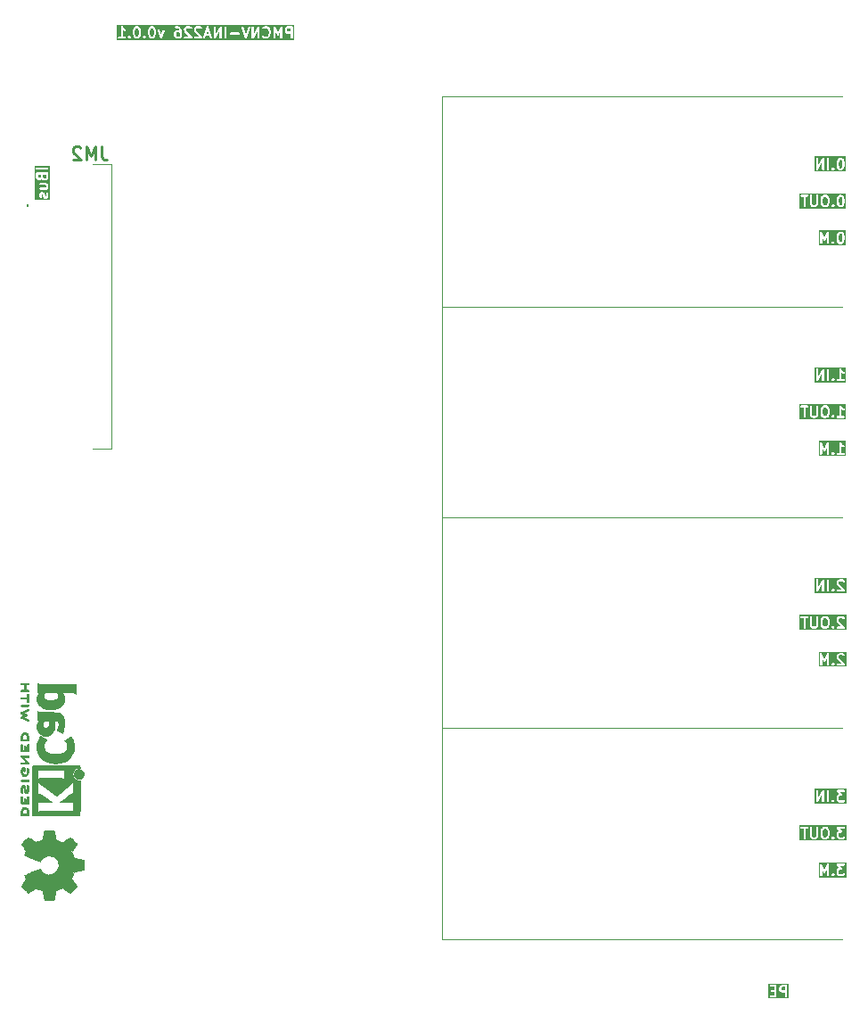
<source format=gbr>
%TF.GenerationSoftware,KiCad,Pcbnew,9.0.6*%
%TF.CreationDate,2025-11-27T08:11:18+03:00*%
%TF.ProjectId,PMCNV-INA226,504d434e-562d-4494-9e41-3232362e6b69,rev?*%
%TF.SameCoordinates,PX3dfd240PY5f5e100*%
%TF.FileFunction,Legend,Bot*%
%TF.FilePolarity,Positive*%
%FSLAX46Y46*%
G04 Gerber Fmt 4.6, Leading zero omitted, Abs format (unit mm)*
G04 Created by KiCad (PCBNEW 9.0.6) date 2025-11-27 08:11:18*
%MOMM*%
%LPD*%
G01*
G04 APERTURE LIST*
%ADD10C,0.100000*%
%ADD11C,0.200000*%
%ADD12C,0.254000*%
%ADD13C,0.010000*%
G04 APERTURE END LIST*
D10*
X1000000Y20000000D02*
X39000000Y20000000D01*
X1000000Y40000000D02*
X39000000Y40000000D01*
X39000000Y-40000000D02*
X1000000Y-40000000D01*
X1000000Y-40000000D02*
X1000000Y40000000D01*
X1000000Y0D02*
X39000000Y0D01*
X1000000Y-20000000D02*
X39000000Y-20000000D01*
D11*
G36*
X-36562781Y32296792D02*
G01*
X-36592586Y32237183D01*
X-36617254Y32212516D01*
X-36676865Y32182709D01*
X-36772508Y32182709D01*
X-36832118Y32212514D01*
X-36851570Y32231966D01*
X-36886591Y32337031D01*
X-36886591Y32554137D01*
X-36562781Y32554137D01*
X-36562781Y32296792D01*
G37*
G36*
X-37086591Y32344411D02*
G01*
X-37116396Y32284802D01*
X-37141065Y32260134D01*
X-37200674Y32230328D01*
X-37248698Y32230328D01*
X-37308308Y32260133D01*
X-37332976Y32284802D01*
X-37362781Y32344412D01*
X-37362781Y32554137D01*
X-37086591Y32554137D01*
X-37086591Y32344411D01*
G37*
G36*
X-36251670Y30157312D02*
G01*
X-37673892Y30157312D01*
X-37673892Y30654137D01*
X-37229448Y30654137D01*
X-37229448Y30511280D01*
X-37227527Y30491771D01*
X-37226152Y30488451D01*
X-37225897Y30484867D01*
X-37218891Y30466559D01*
X-37171272Y30371321D01*
X-37160829Y30354731D01*
X-37131352Y30329166D01*
X-37094336Y30316828D01*
X-37055416Y30319593D01*
X-37020518Y30337042D01*
X-36994953Y30366519D01*
X-36982614Y30403535D01*
X-36985380Y30442455D01*
X-36992386Y30460764D01*
X-37029448Y30534888D01*
X-37029448Y30630530D01*
X-37007293Y30674840D01*
X-36962984Y30696994D01*
X-36962579Y30696994D01*
X-36918270Y30674839D01*
X-36896115Y30630530D01*
X-36896115Y30511280D01*
X-36894194Y30491771D01*
X-36892819Y30488451D01*
X-36892564Y30484867D01*
X-36885558Y30466559D01*
X-36837939Y30371321D01*
X-36835886Y30368058D01*
X-36835372Y30366519D01*
X-36833710Y30364603D01*
X-36827496Y30354731D01*
X-36818026Y30346518D01*
X-36809808Y30337042D01*
X-36799935Y30330828D01*
X-36798019Y30329166D01*
X-36796481Y30328654D01*
X-36793217Y30326599D01*
X-36697980Y30278980D01*
X-36679671Y30271974D01*
X-36676088Y30271720D01*
X-36672767Y30270344D01*
X-36653258Y30268423D01*
X-36605639Y30268423D01*
X-36586130Y30270344D01*
X-36582810Y30271720D01*
X-36579227Y30271974D01*
X-36560918Y30278980D01*
X-36465679Y30326599D01*
X-36462416Y30328653D01*
X-36460877Y30329166D01*
X-36458961Y30330829D01*
X-36449089Y30337042D01*
X-36440875Y30346514D01*
X-36431400Y30354730D01*
X-36425188Y30364601D01*
X-36423524Y30366518D01*
X-36423011Y30368059D01*
X-36420957Y30371321D01*
X-36373338Y30466558D01*
X-36366332Y30484867D01*
X-36366078Y30488451D01*
X-36364702Y30491771D01*
X-36362781Y30511280D01*
X-36362781Y30701756D01*
X-36364702Y30721265D01*
X-36366078Y30724586D01*
X-36366332Y30728169D01*
X-36373338Y30746478D01*
X-36420957Y30841715D01*
X-36431400Y30858306D01*
X-36460877Y30883870D01*
X-36497893Y30896209D01*
X-36536813Y30893443D01*
X-36571712Y30875994D01*
X-36597276Y30846517D01*
X-36609615Y30809501D01*
X-36606849Y30770581D01*
X-36599843Y30752273D01*
X-36562781Y30678149D01*
X-36562781Y30534887D01*
X-36584936Y30490578D01*
X-36629246Y30468423D01*
X-36629651Y30468423D01*
X-36673960Y30490578D01*
X-36696115Y30534888D01*
X-36696115Y30654137D01*
X-36698036Y30673646D01*
X-36699412Y30676967D01*
X-36699666Y30680550D01*
X-36706672Y30698859D01*
X-36754291Y30794096D01*
X-36756346Y30797360D01*
X-36756858Y30798898D01*
X-36758520Y30800814D01*
X-36764734Y30810687D01*
X-36774210Y30818905D01*
X-36782423Y30828375D01*
X-36792295Y30834589D01*
X-36794211Y30836251D01*
X-36795750Y30836765D01*
X-36799013Y30838818D01*
X-36894251Y30886437D01*
X-36912559Y30893443D01*
X-36916143Y30893698D01*
X-36919463Y30895073D01*
X-36938972Y30896994D01*
X-36986591Y30896994D01*
X-37006100Y30895073D01*
X-37009421Y30893698D01*
X-37013004Y30893443D01*
X-37031313Y30886437D01*
X-37126550Y30838818D01*
X-37129814Y30836764D01*
X-37131352Y30836251D01*
X-37133268Y30834590D01*
X-37143141Y30828375D01*
X-37151359Y30818900D01*
X-37160829Y30810686D01*
X-37167043Y30800815D01*
X-37168705Y30798898D01*
X-37169219Y30797360D01*
X-37171272Y30794096D01*
X-37218891Y30698858D01*
X-37225897Y30680550D01*
X-37226152Y30676967D01*
X-37227527Y30673646D01*
X-37229448Y30654137D01*
X-37673892Y30654137D01*
X-37673892Y31673646D01*
X-37227527Y31673646D01*
X-37227527Y31634628D01*
X-37212595Y31598580D01*
X-37185005Y31570990D01*
X-37148957Y31556058D01*
X-37129448Y31554137D01*
X-36629246Y31554137D01*
X-36584936Y31531983D01*
X-36562781Y31487673D01*
X-36562781Y31392030D01*
X-36592586Y31332421D01*
X-36599440Y31325566D01*
X-37129448Y31325566D01*
X-37148957Y31323645D01*
X-37185005Y31308713D01*
X-37212595Y31281123D01*
X-37227527Y31245075D01*
X-37227527Y31206057D01*
X-37212595Y31170009D01*
X-37185005Y31142419D01*
X-37148957Y31127487D01*
X-37129448Y31125566D01*
X-36462781Y31125566D01*
X-36443272Y31127487D01*
X-36407224Y31142419D01*
X-36379634Y31170009D01*
X-36364702Y31206057D01*
X-36364702Y31245075D01*
X-36379634Y31281123D01*
X-36389630Y31291119D01*
X-36373338Y31323701D01*
X-36366332Y31342010D01*
X-36366078Y31345594D01*
X-36364702Y31348914D01*
X-36362781Y31368423D01*
X-36362781Y31511280D01*
X-36364702Y31530789D01*
X-36366078Y31534110D01*
X-36366332Y31537693D01*
X-36373338Y31556002D01*
X-36420957Y31651239D01*
X-36423011Y31654502D01*
X-36423524Y31656042D01*
X-36425188Y31657960D01*
X-36431400Y31667830D01*
X-36440875Y31676047D01*
X-36449089Y31685518D01*
X-36458961Y31691732D01*
X-36460877Y31693394D01*
X-36462416Y31693908D01*
X-36465679Y31695961D01*
X-36560918Y31743580D01*
X-36579227Y31750586D01*
X-36582810Y31750841D01*
X-36586130Y31752216D01*
X-36605639Y31754137D01*
X-37129448Y31754137D01*
X-37148957Y31752216D01*
X-37185005Y31737284D01*
X-37212595Y31709694D01*
X-37227527Y31673646D01*
X-37673892Y31673646D01*
X-37673892Y32654137D01*
X-37562781Y32654137D01*
X-37562781Y32320804D01*
X-37560860Y32301295D01*
X-37559485Y32297975D01*
X-37559230Y32294391D01*
X-37552224Y32276083D01*
X-37504605Y32180845D01*
X-37499320Y32172449D01*
X-37498309Y32170009D01*
X-37496056Y32167263D01*
X-37494162Y32164255D01*
X-37492168Y32162526D01*
X-37485873Y32154855D01*
X-37438254Y32107237D01*
X-37430588Y32100945D01*
X-37428855Y32098947D01*
X-37425847Y32097054D01*
X-37423101Y32094800D01*
X-37420661Y32093790D01*
X-37412264Y32088504D01*
X-37317027Y32040885D01*
X-37298718Y32033879D01*
X-37295135Y32033625D01*
X-37291814Y32032249D01*
X-37272305Y32030328D01*
X-37177067Y32030328D01*
X-37157558Y32032249D01*
X-37154238Y32033625D01*
X-37150654Y32033879D01*
X-37132346Y32040885D01*
X-37037108Y32088504D01*
X-37028712Y32093790D01*
X-37026272Y32094800D01*
X-37023526Y32097054D01*
X-37020518Y32098947D01*
X-37018789Y32100942D01*
X-37011118Y32107236D01*
X-37010330Y32108025D01*
X-37009683Y32107236D01*
X-36962064Y32059618D01*
X-36954398Y32053326D01*
X-36952665Y32051328D01*
X-36949657Y32049435D01*
X-36946911Y32047181D01*
X-36944471Y32046171D01*
X-36936074Y32040885D01*
X-36840837Y31993266D01*
X-36822528Y31986260D01*
X-36818945Y31986006D01*
X-36815624Y31984630D01*
X-36796115Y31982709D01*
X-36653258Y31982709D01*
X-36633749Y31984630D01*
X-36630429Y31986006D01*
X-36626845Y31986260D01*
X-36608537Y31993266D01*
X-36513299Y32040885D01*
X-36504907Y32046169D01*
X-36502463Y32047180D01*
X-36499714Y32049437D01*
X-36496709Y32051328D01*
X-36494980Y32053323D01*
X-36487310Y32059617D01*
X-36439690Y32107235D01*
X-36433397Y32114904D01*
X-36431400Y32116635D01*
X-36429507Y32119644D01*
X-36427253Y32122389D01*
X-36426243Y32124830D01*
X-36420957Y32133226D01*
X-36373338Y32228463D01*
X-36366332Y32246772D01*
X-36366078Y32250356D01*
X-36364702Y32253676D01*
X-36362781Y32273185D01*
X-36362781Y32654137D01*
X-36364702Y32673646D01*
X-36379634Y32709694D01*
X-36407224Y32737284D01*
X-36443272Y32752216D01*
X-36462781Y32754137D01*
X-37462781Y32754137D01*
X-37482290Y32752216D01*
X-37518338Y32737284D01*
X-37545928Y32709694D01*
X-37560860Y32673646D01*
X-37562781Y32654137D01*
X-37673892Y32654137D01*
X-37673892Y33149836D01*
X-37560860Y33149836D01*
X-37560860Y33110818D01*
X-37545928Y33074770D01*
X-37518338Y33047180D01*
X-37482290Y33032248D01*
X-37462781Y33030327D01*
X-36462781Y33030327D01*
X-36443272Y33032248D01*
X-36407224Y33047180D01*
X-36379634Y33074770D01*
X-36364702Y33110818D01*
X-36364702Y33149836D01*
X-36379634Y33185884D01*
X-36407224Y33213474D01*
X-36443272Y33228406D01*
X-36462781Y33230327D01*
X-37462781Y33230327D01*
X-37482290Y33228406D01*
X-37518338Y33213474D01*
X-37545928Y33185884D01*
X-37560860Y33149836D01*
X-37673892Y33149836D01*
X-37673892Y33341438D01*
X-36251670Y33341438D01*
X-36251670Y30157312D01*
G37*
G36*
X38975852Y33917976D02*
G01*
X39000521Y33893308D01*
X39035974Y33822401D01*
X39077945Y33654520D01*
X39077945Y33441044D01*
X39035974Y33273163D01*
X39000521Y33202257D01*
X38975852Y33177587D01*
X38916243Y33147781D01*
X38868219Y33147781D01*
X38808609Y33177586D01*
X38783942Y33202254D01*
X38748487Y33273163D01*
X38706517Y33441044D01*
X38706517Y33654519D01*
X38748487Y33822401D01*
X38783941Y33893308D01*
X38808609Y33917977D01*
X38868219Y33947781D01*
X38916243Y33947781D01*
X38975852Y33917976D01*
G37*
G36*
X39389056Y32836670D02*
G01*
X36443026Y32836670D01*
X36443026Y34047781D01*
X36554137Y34047781D01*
X36554137Y33047781D01*
X36554631Y33042764D01*
X36554381Y33040796D01*
X36555075Y33038250D01*
X36556058Y33028272D01*
X36561149Y33015982D01*
X36564648Y33003153D01*
X36568550Y32998115D01*
X36570990Y32992224D01*
X36580395Y32982819D01*
X36588538Y32972304D01*
X36594072Y32969142D01*
X36598580Y32964634D01*
X36610865Y32959546D01*
X36622415Y32952945D01*
X36628739Y32952142D01*
X36634628Y32949702D01*
X36647929Y32949702D01*
X36661122Y32948025D01*
X36667271Y32949702D01*
X36673646Y32949702D01*
X36685936Y32954794D01*
X36698765Y32958292D01*
X36703803Y32962195D01*
X36709694Y32964634D01*
X36719099Y32974040D01*
X36729614Y32982182D01*
X36735417Y32990358D01*
X36737284Y32992224D01*
X36738042Y32994057D01*
X36740961Y32998167D01*
X37125565Y33671225D01*
X37125565Y33047781D01*
X37127486Y33028272D01*
X37142418Y32992224D01*
X37170008Y32964634D01*
X37206056Y32949702D01*
X37245074Y32949702D01*
X37281122Y32964634D01*
X37308712Y32992224D01*
X37323644Y33028272D01*
X37325565Y33047781D01*
X37325565Y34047781D01*
X37601755Y34047781D01*
X37601755Y33047781D01*
X37603676Y33028272D01*
X37618608Y32992224D01*
X37646198Y32964634D01*
X37682246Y32949702D01*
X37721264Y32949702D01*
X37757312Y32964634D01*
X37784902Y32992224D01*
X37799834Y33028272D01*
X37801755Y33047781D01*
X37801755Y33114909D01*
X38032247Y33114909D01*
X38032247Y33075891D01*
X38038710Y33060288D01*
X38047179Y33039842D01*
X38047183Y33039838D01*
X38059615Y33024689D01*
X38107234Y32977071D01*
X38122387Y32964634D01*
X38131390Y32960905D01*
X38158436Y32949702D01*
X38197454Y32949702D01*
X38233502Y32964634D01*
X38248656Y32977070D01*
X38296274Y33024689D01*
X38308711Y33039842D01*
X38315463Y33056144D01*
X38323642Y33075890D01*
X38323643Y33114908D01*
X38308712Y33150957D01*
X38296275Y33166110D01*
X38248656Y33213730D01*
X38233503Y33226167D01*
X38218571Y33232352D01*
X38197454Y33241099D01*
X38158436Y33241099D01*
X38147878Y33236726D01*
X38122388Y33226168D01*
X38122387Y33226167D01*
X38107233Y33213730D01*
X38059615Y33166110D01*
X38047178Y33150957D01*
X38037165Y33126781D01*
X38032247Y33114909D01*
X37801755Y33114909D01*
X37801755Y33666829D01*
X38506517Y33666829D01*
X38506517Y33428734D01*
X38506852Y33425332D01*
X38506635Y33423873D01*
X38507714Y33416576D01*
X38508438Y33409225D01*
X38509002Y33407862D01*
X38509503Y33404480D01*
X38557122Y33214005D01*
X38557635Y33212568D01*
X38557687Y33211845D01*
X38560795Y33203721D01*
X38563717Y33195544D01*
X38564147Y33194964D01*
X38564693Y33193537D01*
X38612312Y33098299D01*
X38617595Y33089907D01*
X38618607Y33087463D01*
X38620863Y33084714D01*
X38622755Y33081709D01*
X38624749Y33079980D01*
X38631044Y33072310D01*
X38678662Y33024690D01*
X38686330Y33018397D01*
X38688062Y33016400D01*
X38691070Y33014507D01*
X38693816Y33012253D01*
X38696256Y33011243D01*
X38704653Y33005957D01*
X38799890Y32958338D01*
X38818199Y32951332D01*
X38821782Y32951078D01*
X38825103Y32949702D01*
X38844612Y32947781D01*
X38939850Y32947781D01*
X38959359Y32949702D01*
X38962679Y32951078D01*
X38966263Y32951332D01*
X38984571Y32958338D01*
X39079809Y33005957D01*
X39088204Y33011242D01*
X39090646Y33012253D01*
X39093393Y33014509D01*
X39096399Y33016400D01*
X39098129Y33018395D01*
X39105799Y33024690D01*
X39153418Y33072310D01*
X39159710Y33079977D01*
X39161707Y33081708D01*
X39163600Y33084716D01*
X39165855Y33087463D01*
X39166866Y33089905D01*
X39172150Y33098299D01*
X39219769Y33193536D01*
X39220315Y33194965D01*
X39220745Y33195544D01*
X39223666Y33203721D01*
X39226775Y33211845D01*
X39226826Y33212566D01*
X39227340Y33214004D01*
X39274959Y33404480D01*
X39275459Y33407862D01*
X39276024Y33409225D01*
X39276747Y33416576D01*
X39277827Y33423873D01*
X39277609Y33425332D01*
X39277945Y33428734D01*
X39277945Y33666829D01*
X39277609Y33670232D01*
X39277827Y33671690D01*
X39276747Y33678988D01*
X39276024Y33686338D01*
X39275459Y33687702D01*
X39274959Y33691083D01*
X39227340Y33881559D01*
X39226826Y33882998D01*
X39226775Y33883718D01*
X39223666Y33891843D01*
X39220745Y33900019D01*
X39220315Y33900599D01*
X39219769Y33902027D01*
X39172150Y33997264D01*
X39166864Y34005661D01*
X39165854Y34008101D01*
X39163600Y34010847D01*
X39161707Y34013855D01*
X39159709Y34015588D01*
X39153417Y34023254D01*
X39105799Y34070873D01*
X39098128Y34077168D01*
X39096399Y34079162D01*
X39093391Y34081056D01*
X39090645Y34083309D01*
X39088205Y34084320D01*
X39079809Y34089605D01*
X38984571Y34137224D01*
X38966263Y34144230D01*
X38962679Y34144485D01*
X38959359Y34145860D01*
X38939850Y34147781D01*
X38844612Y34147781D01*
X38825103Y34145860D01*
X38821782Y34144485D01*
X38818199Y34144230D01*
X38799890Y34137224D01*
X38704653Y34089605D01*
X38696256Y34084320D01*
X38693816Y34083309D01*
X38691070Y34081056D01*
X38688062Y34079162D01*
X38686329Y34077165D01*
X38678663Y34070872D01*
X38631044Y34023254D01*
X38624749Y34015584D01*
X38622755Y34013854D01*
X38620861Y34010847D01*
X38618608Y34008100D01*
X38617597Y34005661D01*
X38612312Y33997264D01*
X38564693Y33902026D01*
X38564147Y33900600D01*
X38563717Y33900019D01*
X38560795Y33891843D01*
X38557687Y33883718D01*
X38557635Y33882996D01*
X38557122Y33881558D01*
X38509503Y33691083D01*
X38509002Y33687702D01*
X38508438Y33686338D01*
X38507714Y33678988D01*
X38506635Y33671690D01*
X38506852Y33670232D01*
X38506517Y33666829D01*
X37801755Y33666829D01*
X37801755Y34047781D01*
X37799834Y34067290D01*
X37784902Y34103338D01*
X37757312Y34130928D01*
X37721264Y34145860D01*
X37682246Y34145860D01*
X37646198Y34130928D01*
X37618608Y34103338D01*
X37603676Y34067290D01*
X37601755Y34047781D01*
X37325565Y34047781D01*
X37325070Y34052799D01*
X37325321Y34054766D01*
X37324626Y34057313D01*
X37323644Y34067290D01*
X37318554Y34079577D01*
X37315055Y34092409D01*
X37311150Y34097451D01*
X37308712Y34103338D01*
X37299308Y34112742D01*
X37291164Y34123258D01*
X37285629Y34126421D01*
X37281122Y34130928D01*
X37268836Y34136017D01*
X37257287Y34142617D01*
X37250962Y34143421D01*
X37245074Y34145860D01*
X37231774Y34145860D01*
X37218581Y34147537D01*
X37212432Y34145860D01*
X37206056Y34145860D01*
X37193769Y34140771D01*
X37180937Y34137271D01*
X37175895Y34133367D01*
X37170008Y34130928D01*
X37160604Y34121525D01*
X37150088Y34113380D01*
X37144284Y34105205D01*
X37142418Y34103338D01*
X37141659Y34101506D01*
X37138741Y34097395D01*
X36754137Y33424338D01*
X36754137Y34047781D01*
X36752216Y34067290D01*
X36737284Y34103338D01*
X36709694Y34130928D01*
X36673646Y34145860D01*
X36634628Y34145860D01*
X36598580Y34130928D01*
X36570990Y34103338D01*
X36556058Y34067290D01*
X36554137Y34047781D01*
X36443026Y34047781D01*
X36443026Y34258892D01*
X39389056Y34258892D01*
X39389056Y32836670D01*
G37*
G36*
X39388270Y5836670D02*
G01*
X36823978Y5836670D01*
X36823978Y7047781D01*
X36935089Y7047781D01*
X36935089Y6047781D01*
X36937010Y6028272D01*
X36951942Y5992224D01*
X36979532Y5964634D01*
X37015580Y5949702D01*
X37054598Y5949702D01*
X37090646Y5964634D01*
X37118236Y5992224D01*
X37133168Y6028272D01*
X37135089Y6047781D01*
X37135089Y6597025D01*
X37277804Y6291207D01*
X37282036Y6284062D01*
X37282916Y6281644D01*
X37284481Y6279935D01*
X37287795Y6274341D01*
X37299005Y6264075D01*
X37309267Y6252869D01*
X37313292Y6250991D01*
X37316570Y6247989D01*
X37330852Y6242796D01*
X37344625Y6236368D01*
X37349064Y6236173D01*
X37353239Y6234655D01*
X37368422Y6235323D01*
X37383605Y6234655D01*
X37387778Y6236173D01*
X37392220Y6236368D01*
X37406004Y6242801D01*
X37420274Y6247990D01*
X37423547Y6250988D01*
X37427577Y6252868D01*
X37437846Y6264083D01*
X37449049Y6274341D01*
X37452360Y6279932D01*
X37453929Y6281644D01*
X37454809Y6284066D01*
X37459040Y6291207D01*
X37601755Y6597026D01*
X37601755Y6047781D01*
X37603676Y6028272D01*
X37618608Y5992224D01*
X37646198Y5964634D01*
X37682246Y5949702D01*
X37721264Y5949702D01*
X37757312Y5964634D01*
X37784902Y5992224D01*
X37799834Y6028272D01*
X37801755Y6047781D01*
X37801755Y6114909D01*
X38032247Y6114909D01*
X38032247Y6075891D01*
X38035810Y6067290D01*
X38047179Y6039842D01*
X38047183Y6039838D01*
X38059615Y6024689D01*
X38107234Y5977071D01*
X38122387Y5964634D01*
X38132945Y5960261D01*
X38158436Y5949702D01*
X38197454Y5949702D01*
X38233502Y5964634D01*
X38248656Y5977070D01*
X38296274Y6024689D01*
X38308711Y6039842D01*
X38320080Y6067290D01*
X38508438Y6067290D01*
X38508438Y6028272D01*
X38523370Y5992224D01*
X38550960Y5964634D01*
X38587008Y5949702D01*
X38606517Y5947781D01*
X39177945Y5947781D01*
X39197454Y5949702D01*
X39233502Y5964634D01*
X39261092Y5992224D01*
X39276024Y6028272D01*
X39276024Y6067290D01*
X39261092Y6103338D01*
X39233502Y6130928D01*
X39197454Y6145860D01*
X39177945Y6147781D01*
X38992231Y6147781D01*
X38992231Y6758740D01*
X39011996Y6738975D01*
X39019662Y6732684D01*
X39021395Y6730686D01*
X39024406Y6728791D01*
X39027150Y6726539D01*
X39029587Y6725530D01*
X39037986Y6720243D01*
X39133223Y6672624D01*
X39151532Y6665618D01*
X39190452Y6662852D01*
X39227468Y6675191D01*
X39256945Y6700756D01*
X39274394Y6735654D01*
X39277159Y6774574D01*
X39264821Y6811590D01*
X39239256Y6841067D01*
X39222666Y6851510D01*
X39141944Y6891871D01*
X39065180Y6968635D01*
X38975436Y7103251D01*
X38975391Y7103306D01*
X38975378Y7103338D01*
X38975304Y7103412D01*
X38963016Y7118418D01*
X38954787Y7123929D01*
X38947788Y7130928D01*
X38938736Y7134678D01*
X38930596Y7140129D01*
X38920888Y7142071D01*
X38911740Y7145860D01*
X38901941Y7145860D01*
X38892336Y7147781D01*
X38882625Y7145860D01*
X38872722Y7145860D01*
X38863669Y7142111D01*
X38854059Y7140209D01*
X38845820Y7134717D01*
X38836674Y7130928D01*
X38829747Y7124002D01*
X38821594Y7118566D01*
X38816083Y7110338D01*
X38809084Y7103338D01*
X38805334Y7094287D01*
X38799883Y7086146D01*
X38797941Y7076439D01*
X38794152Y7067290D01*
X38792251Y7047988D01*
X38792231Y7047886D01*
X38792237Y7047852D01*
X38792231Y7047781D01*
X38792231Y6147781D01*
X38606517Y6147781D01*
X38587008Y6145860D01*
X38550960Y6130928D01*
X38523370Y6103338D01*
X38508438Y6067290D01*
X38320080Y6067290D01*
X38323642Y6075891D01*
X38323642Y6087463D01*
X38323643Y6114908D01*
X38308712Y6150957D01*
X38296275Y6166110D01*
X38248656Y6213730D01*
X38233503Y6226167D01*
X38213011Y6234655D01*
X38208875Y6236368D01*
X38197454Y6241099D01*
X38158436Y6241099D01*
X38147878Y6236726D01*
X38122388Y6226168D01*
X38122387Y6226167D01*
X38107233Y6213730D01*
X38059615Y6166110D01*
X38047178Y6150957D01*
X38043891Y6143020D01*
X38032247Y6114909D01*
X37801755Y6114909D01*
X37801755Y7047781D01*
X37800492Y7060605D01*
X37800596Y7062964D01*
X37800135Y7064232D01*
X37799834Y7067290D01*
X37793193Y7083321D01*
X37787262Y7099633D01*
X37785755Y7101279D01*
X37784902Y7103338D01*
X37772640Y7115600D01*
X37760910Y7128409D01*
X37758886Y7129354D01*
X37757312Y7130928D01*
X37741296Y7137563D01*
X37725553Y7144909D01*
X37723323Y7145007D01*
X37721264Y7145860D01*
X37703912Y7145860D01*
X37686572Y7146622D01*
X37684476Y7145860D01*
X37682246Y7145860D01*
X37666215Y7139220D01*
X37649903Y7133288D01*
X37648257Y7131782D01*
X37646198Y7130928D01*
X37633930Y7118661D01*
X37621128Y7106936D01*
X37619561Y7104292D01*
X37618608Y7103338D01*
X37617704Y7101157D01*
X37611137Y7090070D01*
X37368421Y6569967D01*
X37125707Y7090070D01*
X37119139Y7101157D01*
X37118236Y7103338D01*
X37117282Y7104292D01*
X37115716Y7106936D01*
X37102919Y7118655D01*
X37090646Y7130928D01*
X37088584Y7131782D01*
X37086941Y7133287D01*
X37070639Y7139216D01*
X37054598Y7145860D01*
X37052367Y7145860D01*
X37050272Y7146622D01*
X37032932Y7145860D01*
X37015580Y7145860D01*
X37013520Y7145007D01*
X37011292Y7144909D01*
X36995561Y7137568D01*
X36979532Y7130928D01*
X36977955Y7129352D01*
X36975934Y7128408D01*
X36964215Y7115612D01*
X36951942Y7103338D01*
X36951088Y7101277D01*
X36949583Y7099633D01*
X36943654Y7083332D01*
X36937010Y7067290D01*
X36936708Y7064232D01*
X36936248Y7062964D01*
X36936351Y7060605D01*
X36935089Y7047781D01*
X36823978Y7047781D01*
X36823978Y7258892D01*
X39388270Y7258892D01*
X39388270Y5836670D01*
G37*
G36*
X37547280Y30417977D02*
G01*
X37611459Y30353798D01*
X37649374Y30202139D01*
X37649374Y29893425D01*
X37611458Y29741765D01*
X37547282Y29677587D01*
X37487672Y29647781D01*
X37344410Y29647781D01*
X37284800Y29677586D01*
X37220623Y29741764D01*
X37182708Y29893425D01*
X37182708Y30202138D01*
X37220623Y30353798D01*
X37284802Y30417977D01*
X37344410Y30447781D01*
X37487672Y30447781D01*
X37547280Y30417977D01*
G37*
G36*
X38975852Y30417976D02*
G01*
X39000521Y30393308D01*
X39035974Y30322401D01*
X39077945Y30154520D01*
X39077945Y29941044D01*
X39035974Y29773163D01*
X39000521Y29702257D01*
X38975852Y29677587D01*
X38916243Y29647781D01*
X38868219Y29647781D01*
X38808609Y29677586D01*
X38783942Y29702254D01*
X38748487Y29773163D01*
X38706517Y29941044D01*
X38706517Y30154519D01*
X38748487Y30322401D01*
X38783941Y30393308D01*
X38808609Y30417977D01*
X38868219Y30447781D01*
X38916243Y30447781D01*
X38975852Y30417976D01*
G37*
G36*
X39389056Y29336670D02*
G01*
X34968756Y29336670D01*
X34968756Y30567290D01*
X35079867Y30567290D01*
X35079867Y30528272D01*
X35094799Y30492224D01*
X35122389Y30464634D01*
X35158437Y30449702D01*
X35177946Y30447781D01*
X35363660Y30447781D01*
X35363660Y29547781D01*
X35365581Y29528272D01*
X35380513Y29492224D01*
X35408103Y29464634D01*
X35444151Y29449702D01*
X35483169Y29449702D01*
X35519217Y29464634D01*
X35546807Y29492224D01*
X35561739Y29528272D01*
X35563660Y29547781D01*
X35563660Y30447781D01*
X35749374Y30447781D01*
X35768883Y30449702D01*
X35804931Y30464634D01*
X35832521Y30492224D01*
X35847453Y30528272D01*
X35847453Y30547781D01*
X35982708Y30547781D01*
X35982708Y29738258D01*
X35984629Y29718749D01*
X35986004Y29715429D01*
X35986259Y29711845D01*
X35993265Y29693537D01*
X36040884Y29598299D01*
X36046167Y29589907D01*
X36047179Y29587463D01*
X36049435Y29584714D01*
X36051327Y29581709D01*
X36053321Y29579980D01*
X36059616Y29572310D01*
X36107234Y29524690D01*
X36114902Y29518397D01*
X36116634Y29516400D01*
X36119642Y29514507D01*
X36122388Y29512253D01*
X36124828Y29511243D01*
X36133225Y29505957D01*
X36228462Y29458338D01*
X36246771Y29451332D01*
X36250354Y29451078D01*
X36253675Y29449702D01*
X36273184Y29447781D01*
X36463660Y29447781D01*
X36483169Y29449702D01*
X36486489Y29451078D01*
X36490073Y29451332D01*
X36508381Y29458338D01*
X36603619Y29505957D01*
X36612014Y29511242D01*
X36614456Y29512253D01*
X36617203Y29514509D01*
X36620209Y29516400D01*
X36621939Y29518395D01*
X36629609Y29524690D01*
X36677228Y29572310D01*
X36683520Y29579977D01*
X36685517Y29581708D01*
X36687410Y29584716D01*
X36689665Y29587463D01*
X36690676Y29589905D01*
X36695960Y29598299D01*
X36743579Y29693536D01*
X36750585Y29711845D01*
X36750839Y29715429D01*
X36752215Y29718749D01*
X36754136Y29738258D01*
X36754136Y30214448D01*
X36982708Y30214448D01*
X36982708Y29881115D01*
X36983043Y29877713D01*
X36982826Y29876254D01*
X36983905Y29868957D01*
X36984629Y29861606D01*
X36985193Y29860243D01*
X36985694Y29856861D01*
X37033313Y29666386D01*
X37039908Y29647925D01*
X37044333Y29641953D01*
X37047179Y29635082D01*
X37059616Y29619929D01*
X37154854Y29524689D01*
X37162522Y29518396D01*
X37164253Y29516400D01*
X37167260Y29514507D01*
X37170007Y29512253D01*
X37172447Y29511243D01*
X37180844Y29505957D01*
X37276081Y29458338D01*
X37294390Y29451332D01*
X37297973Y29451078D01*
X37301294Y29449702D01*
X37320803Y29447781D01*
X37511279Y29447781D01*
X37530788Y29449702D01*
X37534108Y29451078D01*
X37537692Y29451332D01*
X37556000Y29458338D01*
X37651238Y29505957D01*
X37659633Y29511242D01*
X37662075Y29512253D01*
X37664822Y29514509D01*
X37667828Y29516400D01*
X37669558Y29518395D01*
X37677228Y29524690D01*
X37767446Y29614909D01*
X38032247Y29614909D01*
X38032247Y29575891D01*
X38038710Y29560288D01*
X38047179Y29539842D01*
X38047183Y29539838D01*
X38059615Y29524689D01*
X38107234Y29477071D01*
X38122387Y29464634D01*
X38131390Y29460905D01*
X38158436Y29449702D01*
X38197454Y29449702D01*
X38233502Y29464634D01*
X38248656Y29477070D01*
X38296274Y29524689D01*
X38308711Y29539842D01*
X38315463Y29556144D01*
X38323642Y29575890D01*
X38323643Y29614908D01*
X38308712Y29650957D01*
X38296275Y29666110D01*
X38248656Y29713730D01*
X38233503Y29726167D01*
X38218571Y29732352D01*
X38197454Y29741099D01*
X38158436Y29741099D01*
X38147878Y29736726D01*
X38122388Y29726168D01*
X38122387Y29726167D01*
X38107233Y29713730D01*
X38059615Y29666110D01*
X38047178Y29650957D01*
X38037165Y29626781D01*
X38032247Y29614909D01*
X37767446Y29614909D01*
X37772466Y29619929D01*
X37784903Y29635082D01*
X37787748Y29641953D01*
X37792174Y29647925D01*
X37798769Y29666385D01*
X37846388Y29856861D01*
X37846888Y29860243D01*
X37847453Y29861606D01*
X37848176Y29868957D01*
X37849256Y29876254D01*
X37849038Y29877713D01*
X37849374Y29881115D01*
X37849374Y30166829D01*
X38506517Y30166829D01*
X38506517Y29928734D01*
X38506852Y29925332D01*
X38506635Y29923873D01*
X38507714Y29916576D01*
X38508438Y29909225D01*
X38509002Y29907862D01*
X38509503Y29904480D01*
X38557122Y29714005D01*
X38557635Y29712568D01*
X38557687Y29711845D01*
X38560795Y29703721D01*
X38563717Y29695544D01*
X38564147Y29694964D01*
X38564693Y29693537D01*
X38612312Y29598299D01*
X38617595Y29589907D01*
X38618607Y29587463D01*
X38620863Y29584714D01*
X38622755Y29581709D01*
X38624749Y29579980D01*
X38631044Y29572310D01*
X38678662Y29524690D01*
X38686330Y29518397D01*
X38688062Y29516400D01*
X38691070Y29514507D01*
X38693816Y29512253D01*
X38696256Y29511243D01*
X38704653Y29505957D01*
X38799890Y29458338D01*
X38818199Y29451332D01*
X38821782Y29451078D01*
X38825103Y29449702D01*
X38844612Y29447781D01*
X38939850Y29447781D01*
X38959359Y29449702D01*
X38962679Y29451078D01*
X38966263Y29451332D01*
X38984571Y29458338D01*
X39079809Y29505957D01*
X39088204Y29511242D01*
X39090646Y29512253D01*
X39093393Y29514509D01*
X39096399Y29516400D01*
X39098129Y29518395D01*
X39105799Y29524690D01*
X39153418Y29572310D01*
X39159710Y29579977D01*
X39161707Y29581708D01*
X39163600Y29584716D01*
X39165855Y29587463D01*
X39166866Y29589905D01*
X39172150Y29598299D01*
X39219769Y29693536D01*
X39220315Y29694965D01*
X39220745Y29695544D01*
X39223666Y29703721D01*
X39226775Y29711845D01*
X39226826Y29712566D01*
X39227340Y29714004D01*
X39274959Y29904480D01*
X39275459Y29907862D01*
X39276024Y29909225D01*
X39276747Y29916576D01*
X39277827Y29923873D01*
X39277609Y29925332D01*
X39277945Y29928734D01*
X39277945Y30166829D01*
X39277609Y30170232D01*
X39277827Y30171690D01*
X39276747Y30178988D01*
X39276024Y30186338D01*
X39275459Y30187702D01*
X39274959Y30191083D01*
X39227340Y30381559D01*
X39226826Y30382998D01*
X39226775Y30383718D01*
X39223666Y30391843D01*
X39220745Y30400019D01*
X39220315Y30400599D01*
X39219769Y30402027D01*
X39172150Y30497264D01*
X39166864Y30505661D01*
X39165854Y30508101D01*
X39163600Y30510847D01*
X39161707Y30513855D01*
X39159709Y30515588D01*
X39153417Y30523254D01*
X39105799Y30570873D01*
X39098128Y30577168D01*
X39096399Y30579162D01*
X39093391Y30581056D01*
X39090645Y30583309D01*
X39088205Y30584320D01*
X39079809Y30589605D01*
X38984571Y30637224D01*
X38966263Y30644230D01*
X38962679Y30644485D01*
X38959359Y30645860D01*
X38939850Y30647781D01*
X38844612Y30647781D01*
X38825103Y30645860D01*
X38821782Y30644485D01*
X38818199Y30644230D01*
X38799890Y30637224D01*
X38704653Y30589605D01*
X38696256Y30584320D01*
X38693816Y30583309D01*
X38691070Y30581056D01*
X38688062Y30579162D01*
X38686329Y30577165D01*
X38678663Y30570872D01*
X38631044Y30523254D01*
X38624749Y30515584D01*
X38622755Y30513854D01*
X38620861Y30510847D01*
X38618608Y30508100D01*
X38617597Y30505661D01*
X38612312Y30497264D01*
X38564693Y30402026D01*
X38564147Y30400600D01*
X38563717Y30400019D01*
X38560795Y30391843D01*
X38557687Y30383718D01*
X38557635Y30382996D01*
X38557122Y30381558D01*
X38509503Y30191083D01*
X38509002Y30187702D01*
X38508438Y30186338D01*
X38507714Y30178988D01*
X38506635Y30171690D01*
X38506852Y30170232D01*
X38506517Y30166829D01*
X37849374Y30166829D01*
X37849374Y30214448D01*
X37849038Y30217851D01*
X37849256Y30219309D01*
X37848176Y30226607D01*
X37847453Y30233957D01*
X37846888Y30235321D01*
X37846388Y30238702D01*
X37798769Y30429178D01*
X37792174Y30447638D01*
X37787747Y30453613D01*
X37784902Y30460481D01*
X37772466Y30475635D01*
X37677228Y30570873D01*
X37669557Y30577168D01*
X37667828Y30579162D01*
X37664820Y30581056D01*
X37662074Y30583309D01*
X37659634Y30584320D01*
X37651238Y30589605D01*
X37556000Y30637224D01*
X37537692Y30644230D01*
X37534108Y30644485D01*
X37530788Y30645860D01*
X37511279Y30647781D01*
X37320803Y30647781D01*
X37301294Y30645860D01*
X37297973Y30644485D01*
X37294390Y30644230D01*
X37276081Y30637224D01*
X37180844Y30589605D01*
X37172445Y30584319D01*
X37170008Y30583309D01*
X37167264Y30581058D01*
X37164253Y30579162D01*
X37162520Y30577165D01*
X37154854Y30570873D01*
X37059616Y30475635D01*
X37047180Y30460481D01*
X37044334Y30453613D01*
X37039908Y30447638D01*
X37033313Y30429177D01*
X36985694Y30238702D01*
X36985193Y30235321D01*
X36984629Y30233957D01*
X36983905Y30226607D01*
X36982826Y30219309D01*
X36983043Y30217851D01*
X36982708Y30214448D01*
X36754136Y30214448D01*
X36754136Y30547781D01*
X36752215Y30567290D01*
X36737283Y30603338D01*
X36709693Y30630928D01*
X36673645Y30645860D01*
X36634627Y30645860D01*
X36598579Y30630928D01*
X36570989Y30603338D01*
X36556057Y30567290D01*
X36554136Y30547781D01*
X36554136Y29761865D01*
X36524331Y29702257D01*
X36499662Y29677587D01*
X36440053Y29647781D01*
X36296791Y29647781D01*
X36237181Y29677586D01*
X36212514Y29702254D01*
X36182708Y29761866D01*
X36182708Y30547781D01*
X36180787Y30567290D01*
X36165855Y30603338D01*
X36138265Y30630928D01*
X36102217Y30645860D01*
X36063199Y30645860D01*
X36027151Y30630928D01*
X35999561Y30603338D01*
X35984629Y30567290D01*
X35982708Y30547781D01*
X35847453Y30547781D01*
X35847453Y30567290D01*
X35832521Y30603338D01*
X35804931Y30630928D01*
X35768883Y30645860D01*
X35749374Y30647781D01*
X35177946Y30647781D01*
X35158437Y30645860D01*
X35122389Y30630928D01*
X35094799Y30603338D01*
X35079867Y30567290D01*
X34968756Y30567290D01*
X34968756Y30758892D01*
X39389056Y30758892D01*
X39389056Y29336670D01*
G37*
G36*
X37547280Y-29582023D02*
G01*
X37611459Y-29646202D01*
X37649374Y-29797861D01*
X37649374Y-30106575D01*
X37611458Y-30258235D01*
X37547282Y-30322413D01*
X37487672Y-30352219D01*
X37344410Y-30352219D01*
X37284800Y-30322414D01*
X37220623Y-30258236D01*
X37182708Y-30106575D01*
X37182708Y-29797862D01*
X37220623Y-29646202D01*
X37284802Y-29582023D01*
X37344410Y-29552219D01*
X37487672Y-29552219D01*
X37547280Y-29582023D01*
G37*
G36*
X39434754Y-30663330D02*
G01*
X34968756Y-30663330D01*
X34968756Y-29432710D01*
X35079867Y-29432710D01*
X35079867Y-29471728D01*
X35094799Y-29507776D01*
X35122389Y-29535366D01*
X35158437Y-29550298D01*
X35177946Y-29552219D01*
X35363660Y-29552219D01*
X35363660Y-30452219D01*
X35365581Y-30471728D01*
X35380513Y-30507776D01*
X35408103Y-30535366D01*
X35444151Y-30550298D01*
X35483169Y-30550298D01*
X35519217Y-30535366D01*
X35546807Y-30507776D01*
X35561739Y-30471728D01*
X35563660Y-30452219D01*
X35563660Y-29552219D01*
X35749374Y-29552219D01*
X35768883Y-29550298D01*
X35804931Y-29535366D01*
X35832521Y-29507776D01*
X35847453Y-29471728D01*
X35847453Y-29452219D01*
X35982708Y-29452219D01*
X35982708Y-30261742D01*
X35984629Y-30281251D01*
X35986004Y-30284571D01*
X35986259Y-30288155D01*
X35993265Y-30306463D01*
X36040884Y-30401701D01*
X36046167Y-30410093D01*
X36047179Y-30412537D01*
X36049435Y-30415286D01*
X36051327Y-30418291D01*
X36053321Y-30420020D01*
X36059616Y-30427690D01*
X36107234Y-30475310D01*
X36114902Y-30481603D01*
X36116634Y-30483600D01*
X36119642Y-30485493D01*
X36122388Y-30487747D01*
X36124828Y-30488757D01*
X36133225Y-30494043D01*
X36228462Y-30541662D01*
X36246771Y-30548668D01*
X36250354Y-30548922D01*
X36253675Y-30550298D01*
X36273184Y-30552219D01*
X36463660Y-30552219D01*
X36483169Y-30550298D01*
X36486489Y-30548922D01*
X36490073Y-30548668D01*
X36508381Y-30541662D01*
X36603619Y-30494043D01*
X36612014Y-30488758D01*
X36614456Y-30487747D01*
X36617203Y-30485491D01*
X36620209Y-30483600D01*
X36621939Y-30481605D01*
X36629609Y-30475310D01*
X36677228Y-30427690D01*
X36683520Y-30420023D01*
X36685517Y-30418292D01*
X36687410Y-30415284D01*
X36689665Y-30412537D01*
X36690676Y-30410095D01*
X36695960Y-30401701D01*
X36743579Y-30306464D01*
X36750585Y-30288155D01*
X36750839Y-30284571D01*
X36752215Y-30281251D01*
X36754136Y-30261742D01*
X36754136Y-29785552D01*
X36982708Y-29785552D01*
X36982708Y-30118885D01*
X36983043Y-30122287D01*
X36982826Y-30123746D01*
X36983905Y-30131043D01*
X36984629Y-30138394D01*
X36985193Y-30139757D01*
X36985694Y-30143139D01*
X37033313Y-30333614D01*
X37039908Y-30352075D01*
X37044333Y-30358047D01*
X37047179Y-30364918D01*
X37059616Y-30380071D01*
X37154854Y-30475311D01*
X37162522Y-30481604D01*
X37164253Y-30483600D01*
X37167260Y-30485493D01*
X37170007Y-30487747D01*
X37172447Y-30488757D01*
X37180844Y-30494043D01*
X37276081Y-30541662D01*
X37294390Y-30548668D01*
X37297973Y-30548922D01*
X37301294Y-30550298D01*
X37320803Y-30552219D01*
X37511279Y-30552219D01*
X37530788Y-30550298D01*
X37534108Y-30548922D01*
X37537692Y-30548668D01*
X37556000Y-30541662D01*
X37651238Y-30494043D01*
X37659633Y-30488758D01*
X37662075Y-30487747D01*
X37664822Y-30485491D01*
X37667828Y-30483600D01*
X37669558Y-30481605D01*
X37677228Y-30475310D01*
X37767446Y-30385091D01*
X38032247Y-30385091D01*
X38032247Y-30424109D01*
X38038710Y-30439712D01*
X38047179Y-30460158D01*
X38047183Y-30460162D01*
X38059615Y-30475311D01*
X38107234Y-30522929D01*
X38122387Y-30535366D01*
X38131390Y-30539095D01*
X38158436Y-30550298D01*
X38197454Y-30550298D01*
X38233502Y-30535366D01*
X38248656Y-30522930D01*
X38296274Y-30475311D01*
X38308711Y-30460158D01*
X38315463Y-30443856D01*
X38323642Y-30424110D01*
X38323643Y-30385092D01*
X38308712Y-30349043D01*
X38296275Y-30333890D01*
X38248656Y-30286270D01*
X38233503Y-30273833D01*
X38218571Y-30267648D01*
X38197454Y-30258901D01*
X38158436Y-30258901D01*
X38147878Y-30263274D01*
X38122388Y-30273832D01*
X38122387Y-30273833D01*
X38107233Y-30286270D01*
X38059615Y-30333890D01*
X38047178Y-30349043D01*
X38037165Y-30373219D01*
X38032247Y-30385091D01*
X37767446Y-30385091D01*
X37772466Y-30380071D01*
X37784903Y-30364918D01*
X37787748Y-30358047D01*
X37792174Y-30352075D01*
X37798769Y-30333615D01*
X37846388Y-30143139D01*
X37846888Y-30139757D01*
X37847453Y-30138394D01*
X37848176Y-30131043D01*
X37849256Y-30123746D01*
X37849038Y-30122287D01*
X37849374Y-30118885D01*
X37849374Y-30023647D01*
X38506517Y-30023647D01*
X38506517Y-30261742D01*
X38508438Y-30281251D01*
X38509813Y-30284571D01*
X38510068Y-30288155D01*
X38517074Y-30306463D01*
X38564693Y-30401701D01*
X38569976Y-30410093D01*
X38570988Y-30412537D01*
X38573244Y-30415286D01*
X38575136Y-30418291D01*
X38577130Y-30420020D01*
X38583425Y-30427690D01*
X38631043Y-30475310D01*
X38638711Y-30481603D01*
X38640443Y-30483600D01*
X38643451Y-30485493D01*
X38646197Y-30487747D01*
X38648637Y-30488757D01*
X38657034Y-30494043D01*
X38752271Y-30541662D01*
X38770580Y-30548668D01*
X38774163Y-30548922D01*
X38777484Y-30550298D01*
X38796993Y-30552219D01*
X39082707Y-30552219D01*
X39102216Y-30550298D01*
X39105536Y-30548922D01*
X39109120Y-30548668D01*
X39127428Y-30541662D01*
X39222666Y-30494043D01*
X39231061Y-30488758D01*
X39233503Y-30487747D01*
X39236250Y-30485491D01*
X39239256Y-30483600D01*
X39240986Y-30481605D01*
X39248656Y-30475310D01*
X39296275Y-30427690D01*
X39308712Y-30412537D01*
X39323643Y-30376488D01*
X39323642Y-30337470D01*
X39308711Y-30301422D01*
X39281120Y-30273832D01*
X39245072Y-30258901D01*
X39206054Y-30258902D01*
X39170006Y-30273833D01*
X39154852Y-30286270D01*
X39118709Y-30322413D01*
X39059100Y-30352219D01*
X38820600Y-30352219D01*
X38760990Y-30322414D01*
X38736323Y-30297746D01*
X38706517Y-30238134D01*
X38706517Y-30047254D01*
X38736322Y-29987644D01*
X38760990Y-29962975D01*
X38820600Y-29933171D01*
X38939850Y-29933171D01*
X38950167Y-29932155D01*
X38952792Y-29932330D01*
X38954599Y-29931718D01*
X38959359Y-29931250D01*
X38974362Y-29925035D01*
X38989754Y-29919830D01*
X38992293Y-29917607D01*
X38995407Y-29916318D01*
X39006884Y-29904840D01*
X39019118Y-29894136D01*
X39020613Y-29891111D01*
X39022997Y-29888728D01*
X39029211Y-29873726D01*
X39036414Y-29859161D01*
X39036638Y-29855795D01*
X39037929Y-29852680D01*
X39037929Y-29836431D01*
X39039009Y-29820229D01*
X39037929Y-29817035D01*
X39037929Y-29813662D01*
X39031713Y-29798656D01*
X39026509Y-29783268D01*
X39023727Y-29779377D01*
X39022997Y-29777614D01*
X39021137Y-29775754D01*
X39015108Y-29767321D01*
X38826894Y-29552219D01*
X39225564Y-29552219D01*
X39245073Y-29550298D01*
X39281121Y-29535366D01*
X39308711Y-29507776D01*
X39323643Y-29471728D01*
X39323643Y-29432710D01*
X39308711Y-29396662D01*
X39281121Y-29369072D01*
X39245073Y-29354140D01*
X39225564Y-29352219D01*
X38606517Y-29352219D01*
X38596199Y-29353234D01*
X38593575Y-29353060D01*
X38591767Y-29353671D01*
X38587008Y-29354140D01*
X38572002Y-29360355D01*
X38556614Y-29365560D01*
X38554074Y-29367781D01*
X38550960Y-29369072D01*
X38539475Y-29380556D01*
X38527250Y-29391254D01*
X38525754Y-29394277D01*
X38523370Y-29396662D01*
X38517153Y-29411668D01*
X38509953Y-29426229D01*
X38509728Y-29429594D01*
X38508438Y-29432710D01*
X38508438Y-29448958D01*
X38507358Y-29465161D01*
X38508438Y-29468354D01*
X38508438Y-29471728D01*
X38514653Y-29486733D01*
X38519858Y-29502122D01*
X38522639Y-29506012D01*
X38523370Y-29507776D01*
X38525229Y-29509635D01*
X38531259Y-29518069D01*
X38735880Y-29751923D01*
X38657034Y-29791347D01*
X38648637Y-29796632D01*
X38646197Y-29797643D01*
X38643451Y-29799896D01*
X38640443Y-29801790D01*
X38638710Y-29803787D01*
X38631044Y-29810080D01*
X38583425Y-29857698D01*
X38577130Y-29865368D01*
X38575136Y-29867098D01*
X38573242Y-29870105D01*
X38570989Y-29872852D01*
X38569978Y-29875291D01*
X38564693Y-29883688D01*
X38517074Y-29978926D01*
X38510068Y-29997234D01*
X38509813Y-30000817D01*
X38508438Y-30004138D01*
X38506517Y-30023647D01*
X37849374Y-30023647D01*
X37849374Y-29785552D01*
X37849038Y-29782149D01*
X37849256Y-29780691D01*
X37848176Y-29773393D01*
X37847453Y-29766043D01*
X37846888Y-29764679D01*
X37846388Y-29761298D01*
X37798769Y-29570822D01*
X37792174Y-29552362D01*
X37787747Y-29546387D01*
X37784902Y-29539519D01*
X37772466Y-29524365D01*
X37677228Y-29429127D01*
X37669557Y-29422832D01*
X37667828Y-29420838D01*
X37664820Y-29418944D01*
X37662074Y-29416691D01*
X37659634Y-29415680D01*
X37651238Y-29410395D01*
X37556000Y-29362776D01*
X37537692Y-29355770D01*
X37534108Y-29355515D01*
X37530788Y-29354140D01*
X37511279Y-29352219D01*
X37320803Y-29352219D01*
X37301294Y-29354140D01*
X37297973Y-29355515D01*
X37294390Y-29355770D01*
X37276081Y-29362776D01*
X37180844Y-29410395D01*
X37172445Y-29415681D01*
X37170008Y-29416691D01*
X37167264Y-29418942D01*
X37164253Y-29420838D01*
X37162520Y-29422835D01*
X37154854Y-29429127D01*
X37059616Y-29524365D01*
X37047180Y-29539519D01*
X37044334Y-29546387D01*
X37039908Y-29552362D01*
X37033313Y-29570823D01*
X36985694Y-29761298D01*
X36985193Y-29764679D01*
X36984629Y-29766043D01*
X36983905Y-29773393D01*
X36982826Y-29780691D01*
X36983043Y-29782149D01*
X36982708Y-29785552D01*
X36754136Y-29785552D01*
X36754136Y-29452219D01*
X36752215Y-29432710D01*
X36737283Y-29396662D01*
X36709693Y-29369072D01*
X36673645Y-29354140D01*
X36634627Y-29354140D01*
X36598579Y-29369072D01*
X36570989Y-29396662D01*
X36556057Y-29432710D01*
X36554136Y-29452219D01*
X36554136Y-30238135D01*
X36524331Y-30297743D01*
X36499662Y-30322413D01*
X36440053Y-30352219D01*
X36296791Y-30352219D01*
X36237181Y-30322414D01*
X36212514Y-30297746D01*
X36182708Y-30238134D01*
X36182708Y-29452219D01*
X36180787Y-29432710D01*
X36165855Y-29396662D01*
X36138265Y-29369072D01*
X36102217Y-29354140D01*
X36063199Y-29354140D01*
X36027151Y-29369072D01*
X35999561Y-29396662D01*
X35984629Y-29432710D01*
X35982708Y-29452219D01*
X35847453Y-29452219D01*
X35847453Y-29432710D01*
X35832521Y-29396662D01*
X35804931Y-29369072D01*
X35768883Y-29354140D01*
X35749374Y-29352219D01*
X35177946Y-29352219D01*
X35158437Y-29354140D01*
X35122389Y-29369072D01*
X35094799Y-29396662D01*
X35079867Y-29432710D01*
X34968756Y-29432710D01*
X34968756Y-29241108D01*
X39434754Y-29241108D01*
X39434754Y-30663330D01*
G37*
G36*
X38975852Y26917976D02*
G01*
X39000521Y26893308D01*
X39035974Y26822401D01*
X39077945Y26654520D01*
X39077945Y26441044D01*
X39035974Y26273163D01*
X39000521Y26202257D01*
X38975852Y26177587D01*
X38916243Y26147781D01*
X38868219Y26147781D01*
X38808609Y26177586D01*
X38783942Y26202254D01*
X38748487Y26273163D01*
X38706517Y26441044D01*
X38706517Y26654519D01*
X38748487Y26822401D01*
X38783941Y26893308D01*
X38808609Y26917977D01*
X38868219Y26947781D01*
X38916243Y26947781D01*
X38975852Y26917976D01*
G37*
G36*
X39389056Y25836670D02*
G01*
X36823978Y25836670D01*
X36823978Y27047781D01*
X36935089Y27047781D01*
X36935089Y26047781D01*
X36937010Y26028272D01*
X36951942Y25992224D01*
X36979532Y25964634D01*
X37015580Y25949702D01*
X37054598Y25949702D01*
X37090646Y25964634D01*
X37118236Y25992224D01*
X37133168Y26028272D01*
X37135089Y26047781D01*
X37135089Y26597025D01*
X37277804Y26291207D01*
X37282036Y26284062D01*
X37282916Y26281644D01*
X37284481Y26279935D01*
X37287795Y26274341D01*
X37299005Y26264075D01*
X37309267Y26252869D01*
X37313292Y26250991D01*
X37316570Y26247989D01*
X37330852Y26242796D01*
X37344625Y26236368D01*
X37349064Y26236173D01*
X37353239Y26234655D01*
X37368422Y26235323D01*
X37383605Y26234655D01*
X37387778Y26236173D01*
X37392220Y26236368D01*
X37406004Y26242801D01*
X37420274Y26247990D01*
X37423547Y26250988D01*
X37427577Y26252868D01*
X37437846Y26264083D01*
X37449049Y26274341D01*
X37452360Y26279932D01*
X37453929Y26281644D01*
X37454809Y26284066D01*
X37459040Y26291207D01*
X37601755Y26597026D01*
X37601755Y26047781D01*
X37603676Y26028272D01*
X37618608Y25992224D01*
X37646198Y25964634D01*
X37682246Y25949702D01*
X37721264Y25949702D01*
X37757312Y25964634D01*
X37784902Y25992224D01*
X37799834Y26028272D01*
X37801755Y26047781D01*
X37801755Y26114909D01*
X38032247Y26114909D01*
X38032247Y26075891D01*
X38038710Y26060288D01*
X38047179Y26039842D01*
X38047183Y26039838D01*
X38059615Y26024689D01*
X38107234Y25977071D01*
X38122387Y25964634D01*
X38131390Y25960905D01*
X38158436Y25949702D01*
X38197454Y25949702D01*
X38233502Y25964634D01*
X38248656Y25977070D01*
X38296274Y26024689D01*
X38308711Y26039842D01*
X38315463Y26056144D01*
X38323642Y26075890D01*
X38323643Y26114908D01*
X38308712Y26150957D01*
X38296275Y26166110D01*
X38248656Y26213730D01*
X38233503Y26226167D01*
X38213011Y26234655D01*
X38208875Y26236368D01*
X38197454Y26241099D01*
X38158436Y26241099D01*
X38147878Y26236726D01*
X38122388Y26226168D01*
X38122387Y26226167D01*
X38107233Y26213730D01*
X38059615Y26166110D01*
X38047178Y26150957D01*
X38037165Y26126781D01*
X38032247Y26114909D01*
X37801755Y26114909D01*
X37801755Y26666829D01*
X38506517Y26666829D01*
X38506517Y26428734D01*
X38506852Y26425332D01*
X38506635Y26423873D01*
X38507714Y26416576D01*
X38508438Y26409225D01*
X38509002Y26407862D01*
X38509503Y26404480D01*
X38557122Y26214005D01*
X38557635Y26212568D01*
X38557687Y26211845D01*
X38560795Y26203721D01*
X38563717Y26195544D01*
X38564147Y26194964D01*
X38564693Y26193537D01*
X38612312Y26098299D01*
X38617595Y26089907D01*
X38618607Y26087463D01*
X38620863Y26084714D01*
X38622755Y26081709D01*
X38624749Y26079980D01*
X38631044Y26072310D01*
X38678662Y26024690D01*
X38686330Y26018397D01*
X38688062Y26016400D01*
X38691070Y26014507D01*
X38693816Y26012253D01*
X38696256Y26011243D01*
X38704653Y26005957D01*
X38799890Y25958338D01*
X38818199Y25951332D01*
X38821782Y25951078D01*
X38825103Y25949702D01*
X38844612Y25947781D01*
X38939850Y25947781D01*
X38959359Y25949702D01*
X38962679Y25951078D01*
X38966263Y25951332D01*
X38984571Y25958338D01*
X39079809Y26005957D01*
X39088204Y26011242D01*
X39090646Y26012253D01*
X39093393Y26014509D01*
X39096399Y26016400D01*
X39098129Y26018395D01*
X39105799Y26024690D01*
X39153418Y26072310D01*
X39159710Y26079977D01*
X39161707Y26081708D01*
X39163600Y26084716D01*
X39165855Y26087463D01*
X39166866Y26089905D01*
X39172150Y26098299D01*
X39219769Y26193536D01*
X39220315Y26194965D01*
X39220745Y26195544D01*
X39223666Y26203721D01*
X39226775Y26211845D01*
X39226826Y26212566D01*
X39227340Y26214004D01*
X39274959Y26404480D01*
X39275459Y26407862D01*
X39276024Y26409225D01*
X39276747Y26416576D01*
X39277827Y26423873D01*
X39277609Y26425332D01*
X39277945Y26428734D01*
X39277945Y26666829D01*
X39277609Y26670232D01*
X39277827Y26671690D01*
X39276747Y26678988D01*
X39276024Y26686338D01*
X39275459Y26687702D01*
X39274959Y26691083D01*
X39227340Y26881559D01*
X39226826Y26882998D01*
X39226775Y26883718D01*
X39223666Y26891843D01*
X39220745Y26900019D01*
X39220315Y26900599D01*
X39219769Y26902027D01*
X39172150Y26997264D01*
X39166864Y27005661D01*
X39165854Y27008101D01*
X39163600Y27010847D01*
X39161707Y27013855D01*
X39159709Y27015588D01*
X39153417Y27023254D01*
X39105799Y27070873D01*
X39098128Y27077168D01*
X39096399Y27079162D01*
X39093391Y27081056D01*
X39090645Y27083309D01*
X39088205Y27084320D01*
X39079809Y27089605D01*
X38984571Y27137224D01*
X38966263Y27144230D01*
X38962679Y27144485D01*
X38959359Y27145860D01*
X38939850Y27147781D01*
X38844612Y27147781D01*
X38825103Y27145860D01*
X38821782Y27144485D01*
X38818199Y27144230D01*
X38799890Y27137224D01*
X38704653Y27089605D01*
X38696256Y27084320D01*
X38693816Y27083309D01*
X38691070Y27081056D01*
X38688062Y27079162D01*
X38686329Y27077165D01*
X38678663Y27070872D01*
X38631044Y27023254D01*
X38624749Y27015584D01*
X38622755Y27013854D01*
X38620861Y27010847D01*
X38618608Y27008100D01*
X38617597Y27005661D01*
X38612312Y26997264D01*
X38564693Y26902026D01*
X38564147Y26900600D01*
X38563717Y26900019D01*
X38560795Y26891843D01*
X38557687Y26883718D01*
X38557635Y26882996D01*
X38557122Y26881558D01*
X38509503Y26691083D01*
X38509002Y26687702D01*
X38508438Y26686338D01*
X38507714Y26678988D01*
X38506635Y26671690D01*
X38506852Y26670232D01*
X38506517Y26666829D01*
X37801755Y26666829D01*
X37801755Y27047781D01*
X37800492Y27060605D01*
X37800596Y27062964D01*
X37800135Y27064232D01*
X37799834Y27067290D01*
X37793193Y27083321D01*
X37787262Y27099633D01*
X37785755Y27101279D01*
X37784902Y27103338D01*
X37772640Y27115600D01*
X37760910Y27128409D01*
X37758886Y27129354D01*
X37757312Y27130928D01*
X37741296Y27137563D01*
X37725553Y27144909D01*
X37723323Y27145007D01*
X37721264Y27145860D01*
X37703912Y27145860D01*
X37686572Y27146622D01*
X37684476Y27145860D01*
X37682246Y27145860D01*
X37666215Y27139220D01*
X37649903Y27133288D01*
X37648257Y27131782D01*
X37646198Y27130928D01*
X37633930Y27118661D01*
X37621128Y27106936D01*
X37619561Y27104292D01*
X37618608Y27103338D01*
X37617704Y27101157D01*
X37611137Y27090070D01*
X37368421Y26569967D01*
X37125707Y27090070D01*
X37119139Y27101157D01*
X37118236Y27103338D01*
X37117282Y27104292D01*
X37115716Y27106936D01*
X37102919Y27118655D01*
X37090646Y27130928D01*
X37088584Y27131782D01*
X37086941Y27133287D01*
X37070639Y27139216D01*
X37054598Y27145860D01*
X37052367Y27145860D01*
X37050272Y27146622D01*
X37032932Y27145860D01*
X37015580Y27145860D01*
X37013520Y27145007D01*
X37011292Y27144909D01*
X36995561Y27137568D01*
X36979532Y27130928D01*
X36977955Y27129352D01*
X36975934Y27128408D01*
X36964215Y27115612D01*
X36951942Y27103338D01*
X36951088Y27101277D01*
X36949583Y27099633D01*
X36943654Y27083332D01*
X36937010Y27067290D01*
X36936708Y27064232D01*
X36936248Y27062964D01*
X36936351Y27060605D01*
X36935089Y27047781D01*
X36823978Y27047781D01*
X36823978Y27258892D01*
X39389056Y27258892D01*
X39389056Y25836670D01*
G37*
G36*
X39434754Y-14163330D02*
G01*
X36823978Y-14163330D01*
X36823978Y-12952219D01*
X36935089Y-12952219D01*
X36935089Y-13952219D01*
X36937010Y-13971728D01*
X36951942Y-14007776D01*
X36979532Y-14035366D01*
X37015580Y-14050298D01*
X37054598Y-14050298D01*
X37090646Y-14035366D01*
X37118236Y-14007776D01*
X37133168Y-13971728D01*
X37135089Y-13952219D01*
X37135089Y-13402975D01*
X37277804Y-13708793D01*
X37282036Y-13715938D01*
X37282916Y-13718356D01*
X37284481Y-13720065D01*
X37287795Y-13725659D01*
X37299005Y-13735925D01*
X37309267Y-13747131D01*
X37313292Y-13749009D01*
X37316570Y-13752011D01*
X37330852Y-13757204D01*
X37344625Y-13763632D01*
X37349064Y-13763827D01*
X37353239Y-13765345D01*
X37368422Y-13764677D01*
X37383605Y-13765345D01*
X37387778Y-13763827D01*
X37392220Y-13763632D01*
X37406004Y-13757199D01*
X37420274Y-13752010D01*
X37423547Y-13749012D01*
X37427577Y-13747132D01*
X37437846Y-13735917D01*
X37449049Y-13725659D01*
X37452360Y-13720068D01*
X37453929Y-13718356D01*
X37454809Y-13715934D01*
X37459040Y-13708793D01*
X37601755Y-13402974D01*
X37601755Y-13952219D01*
X37603676Y-13971728D01*
X37618608Y-14007776D01*
X37646198Y-14035366D01*
X37682246Y-14050298D01*
X37721264Y-14050298D01*
X37757312Y-14035366D01*
X37784902Y-14007776D01*
X37799834Y-13971728D01*
X37801755Y-13952219D01*
X37801755Y-13885091D01*
X38032247Y-13885091D01*
X38032247Y-13924109D01*
X38035810Y-13932710D01*
X38047179Y-13960158D01*
X38047183Y-13960162D01*
X38059615Y-13975311D01*
X38107234Y-14022929D01*
X38122387Y-14035366D01*
X38132945Y-14039739D01*
X38158436Y-14050298D01*
X38197454Y-14050298D01*
X38233502Y-14035366D01*
X38248656Y-14022930D01*
X38296274Y-13975311D01*
X38308711Y-13960158D01*
X38323642Y-13924109D01*
X38323642Y-13912537D01*
X38323643Y-13885092D01*
X38308712Y-13849043D01*
X38296275Y-13833890D01*
X38248656Y-13786270D01*
X38233503Y-13773833D01*
X38213011Y-13765345D01*
X38208875Y-13763632D01*
X38197454Y-13758901D01*
X38158436Y-13758901D01*
X38147878Y-13763274D01*
X38122388Y-13773832D01*
X38122387Y-13773833D01*
X38107233Y-13786270D01*
X38059615Y-13833890D01*
X38047178Y-13849043D01*
X38043891Y-13856980D01*
X38032247Y-13885091D01*
X37801755Y-13885091D01*
X37801755Y-13142695D01*
X38506517Y-13142695D01*
X38506517Y-13237933D01*
X38507489Y-13247806D01*
X38507302Y-13250440D01*
X38508089Y-13253903D01*
X38508438Y-13257442D01*
X38509449Y-13259884D01*
X38511649Y-13269556D01*
X38559268Y-13412412D01*
X38567259Y-13430313D01*
X38569614Y-13433028D01*
X38570989Y-13436347D01*
X38583425Y-13451501D01*
X38984142Y-13852219D01*
X38606517Y-13852219D01*
X38587008Y-13854140D01*
X38550960Y-13869072D01*
X38523370Y-13896662D01*
X38508438Y-13932710D01*
X38508438Y-13971728D01*
X38523370Y-14007776D01*
X38550960Y-14035366D01*
X38587008Y-14050298D01*
X38606517Y-14052219D01*
X39225564Y-14052219D01*
X39245073Y-14050298D01*
X39281121Y-14035366D01*
X39308711Y-14007776D01*
X39323643Y-13971728D01*
X39323643Y-13932710D01*
X39308711Y-13896662D01*
X39308710Y-13896661D01*
X39296275Y-13881508D01*
X38741538Y-13326770D01*
X38706517Y-13221706D01*
X38706517Y-13166302D01*
X38736322Y-13106692D01*
X38760990Y-13082023D01*
X38820600Y-13052219D01*
X39011481Y-13052219D01*
X39071090Y-13082024D01*
X39107234Y-13118167D01*
X39122387Y-13130604D01*
X39158436Y-13145535D01*
X39197454Y-13145535D01*
X39233502Y-13130604D01*
X39261092Y-13103014D01*
X39276023Y-13066966D01*
X39276023Y-13027948D01*
X39261092Y-12991899D01*
X39248655Y-12976746D01*
X39201037Y-12929127D01*
X39193366Y-12922832D01*
X39191637Y-12920838D01*
X39188629Y-12918944D01*
X39185883Y-12916691D01*
X39183443Y-12915680D01*
X39175047Y-12910395D01*
X39079809Y-12862776D01*
X39061501Y-12855770D01*
X39057917Y-12855515D01*
X39054597Y-12854140D01*
X39035088Y-12852219D01*
X38796993Y-12852219D01*
X38777484Y-12854140D01*
X38774163Y-12855515D01*
X38770580Y-12855770D01*
X38752271Y-12862776D01*
X38657034Y-12910395D01*
X38648637Y-12915680D01*
X38646197Y-12916691D01*
X38643451Y-12918944D01*
X38640443Y-12920838D01*
X38638710Y-12922835D01*
X38631044Y-12929128D01*
X38583425Y-12976746D01*
X38577130Y-12984416D01*
X38575136Y-12986146D01*
X38573242Y-12989153D01*
X38570989Y-12991900D01*
X38569978Y-12994339D01*
X38564693Y-13002736D01*
X38517074Y-13097974D01*
X38510068Y-13116282D01*
X38509813Y-13119865D01*
X38508438Y-13123186D01*
X38506517Y-13142695D01*
X37801755Y-13142695D01*
X37801755Y-12952219D01*
X37800492Y-12939395D01*
X37800596Y-12937036D01*
X37800135Y-12935768D01*
X37799834Y-12932710D01*
X37793193Y-12916679D01*
X37787262Y-12900367D01*
X37785755Y-12898721D01*
X37784902Y-12896662D01*
X37772640Y-12884400D01*
X37760910Y-12871591D01*
X37758886Y-12870646D01*
X37757312Y-12869072D01*
X37741296Y-12862437D01*
X37725553Y-12855091D01*
X37723323Y-12854993D01*
X37721264Y-12854140D01*
X37703912Y-12854140D01*
X37686572Y-12853378D01*
X37684476Y-12854140D01*
X37682246Y-12854140D01*
X37666215Y-12860780D01*
X37649903Y-12866712D01*
X37648257Y-12868218D01*
X37646198Y-12869072D01*
X37633930Y-12881339D01*
X37621128Y-12893064D01*
X37619561Y-12895708D01*
X37618608Y-12896662D01*
X37617704Y-12898843D01*
X37611137Y-12909930D01*
X37368421Y-13430033D01*
X37125707Y-12909930D01*
X37119139Y-12898843D01*
X37118236Y-12896662D01*
X37117282Y-12895708D01*
X37115716Y-12893064D01*
X37102919Y-12881345D01*
X37090646Y-12869072D01*
X37088584Y-12868218D01*
X37086941Y-12866713D01*
X37070639Y-12860784D01*
X37054598Y-12854140D01*
X37052367Y-12854140D01*
X37050272Y-12853378D01*
X37032932Y-12854140D01*
X37015580Y-12854140D01*
X37013520Y-12854993D01*
X37011292Y-12855091D01*
X36995561Y-12862432D01*
X36979532Y-12869072D01*
X36977955Y-12870648D01*
X36975934Y-12871592D01*
X36964215Y-12884388D01*
X36951942Y-12896662D01*
X36951088Y-12898723D01*
X36949583Y-12900367D01*
X36943654Y-12916668D01*
X36937010Y-12932710D01*
X36936708Y-12935768D01*
X36936248Y-12937036D01*
X36936351Y-12939395D01*
X36935089Y-12952219D01*
X36823978Y-12952219D01*
X36823978Y-12741108D01*
X39434754Y-12741108D01*
X39434754Y-14163330D01*
G37*
G36*
X37547280Y-9582023D02*
G01*
X37611459Y-9646202D01*
X37649374Y-9797861D01*
X37649374Y-10106575D01*
X37611458Y-10258235D01*
X37547282Y-10322413D01*
X37487672Y-10352219D01*
X37344410Y-10352219D01*
X37284800Y-10322414D01*
X37220623Y-10258236D01*
X37182708Y-10106575D01*
X37182708Y-9797862D01*
X37220623Y-9646202D01*
X37284802Y-9582023D01*
X37344410Y-9552219D01*
X37487672Y-9552219D01*
X37547280Y-9582023D01*
G37*
G36*
X39434754Y-10663330D02*
G01*
X34968756Y-10663330D01*
X34968756Y-9432710D01*
X35079867Y-9432710D01*
X35079867Y-9471728D01*
X35094799Y-9507776D01*
X35122389Y-9535366D01*
X35158437Y-9550298D01*
X35177946Y-9552219D01*
X35363660Y-9552219D01*
X35363660Y-10452219D01*
X35365581Y-10471728D01*
X35380513Y-10507776D01*
X35408103Y-10535366D01*
X35444151Y-10550298D01*
X35483169Y-10550298D01*
X35519217Y-10535366D01*
X35546807Y-10507776D01*
X35561739Y-10471728D01*
X35563660Y-10452219D01*
X35563660Y-9552219D01*
X35749374Y-9552219D01*
X35768883Y-9550298D01*
X35804931Y-9535366D01*
X35832521Y-9507776D01*
X35847453Y-9471728D01*
X35847453Y-9452219D01*
X35982708Y-9452219D01*
X35982708Y-10261742D01*
X35984629Y-10281251D01*
X35986004Y-10284571D01*
X35986259Y-10288155D01*
X35993265Y-10306463D01*
X36040884Y-10401701D01*
X36046167Y-10410093D01*
X36047179Y-10412537D01*
X36049435Y-10415286D01*
X36051327Y-10418291D01*
X36053321Y-10420020D01*
X36059616Y-10427690D01*
X36107234Y-10475310D01*
X36114902Y-10481603D01*
X36116634Y-10483600D01*
X36119642Y-10485493D01*
X36122388Y-10487747D01*
X36124828Y-10488757D01*
X36133225Y-10494043D01*
X36228462Y-10541662D01*
X36246771Y-10548668D01*
X36250354Y-10548922D01*
X36253675Y-10550298D01*
X36273184Y-10552219D01*
X36463660Y-10552219D01*
X36483169Y-10550298D01*
X36486489Y-10548922D01*
X36490073Y-10548668D01*
X36508381Y-10541662D01*
X36603619Y-10494043D01*
X36612014Y-10488758D01*
X36614456Y-10487747D01*
X36617203Y-10485491D01*
X36620209Y-10483600D01*
X36621939Y-10481605D01*
X36629609Y-10475310D01*
X36677228Y-10427690D01*
X36683520Y-10420023D01*
X36685517Y-10418292D01*
X36687410Y-10415284D01*
X36689665Y-10412537D01*
X36690676Y-10410095D01*
X36695960Y-10401701D01*
X36743579Y-10306464D01*
X36750585Y-10288155D01*
X36750839Y-10284571D01*
X36752215Y-10281251D01*
X36754136Y-10261742D01*
X36754136Y-9785552D01*
X36982708Y-9785552D01*
X36982708Y-10118885D01*
X36983043Y-10122287D01*
X36982826Y-10123746D01*
X36983905Y-10131043D01*
X36984629Y-10138394D01*
X36985193Y-10139757D01*
X36985694Y-10143139D01*
X37033313Y-10333614D01*
X37039908Y-10352075D01*
X37044333Y-10358047D01*
X37047179Y-10364918D01*
X37059616Y-10380071D01*
X37154854Y-10475311D01*
X37162522Y-10481604D01*
X37164253Y-10483600D01*
X37167260Y-10485493D01*
X37170007Y-10487747D01*
X37172447Y-10488757D01*
X37180844Y-10494043D01*
X37276081Y-10541662D01*
X37294390Y-10548668D01*
X37297973Y-10548922D01*
X37301294Y-10550298D01*
X37320803Y-10552219D01*
X37511279Y-10552219D01*
X37530788Y-10550298D01*
X37534108Y-10548922D01*
X37537692Y-10548668D01*
X37556000Y-10541662D01*
X37651238Y-10494043D01*
X37659633Y-10488758D01*
X37662075Y-10487747D01*
X37664822Y-10485491D01*
X37667828Y-10483600D01*
X37669558Y-10481605D01*
X37677228Y-10475310D01*
X37767446Y-10385091D01*
X38032247Y-10385091D01*
X38032247Y-10424109D01*
X38038710Y-10439712D01*
X38047179Y-10460158D01*
X38047183Y-10460162D01*
X38059615Y-10475311D01*
X38107234Y-10522929D01*
X38122387Y-10535366D01*
X38131390Y-10539095D01*
X38158436Y-10550298D01*
X38197454Y-10550298D01*
X38233502Y-10535366D01*
X38248656Y-10522930D01*
X38296274Y-10475311D01*
X38308711Y-10460158D01*
X38315463Y-10443856D01*
X38323642Y-10424110D01*
X38323643Y-10385092D01*
X38308712Y-10349043D01*
X38296275Y-10333890D01*
X38248656Y-10286270D01*
X38233503Y-10273833D01*
X38218571Y-10267648D01*
X38197454Y-10258901D01*
X38158436Y-10258901D01*
X38147878Y-10263274D01*
X38122388Y-10273832D01*
X38122387Y-10273833D01*
X38107233Y-10286270D01*
X38059615Y-10333890D01*
X38047178Y-10349043D01*
X38037165Y-10373219D01*
X38032247Y-10385091D01*
X37767446Y-10385091D01*
X37772466Y-10380071D01*
X37784903Y-10364918D01*
X37787748Y-10358047D01*
X37792174Y-10352075D01*
X37798769Y-10333615D01*
X37846388Y-10143139D01*
X37846888Y-10139757D01*
X37847453Y-10138394D01*
X37848176Y-10131043D01*
X37849256Y-10123746D01*
X37849038Y-10122287D01*
X37849374Y-10118885D01*
X37849374Y-9785552D01*
X37849038Y-9782149D01*
X37849256Y-9780691D01*
X37848176Y-9773393D01*
X37847453Y-9766043D01*
X37846888Y-9764679D01*
X37846388Y-9761298D01*
X37816737Y-9642695D01*
X38506517Y-9642695D01*
X38506517Y-9737933D01*
X38507489Y-9747806D01*
X38507302Y-9750440D01*
X38508089Y-9753903D01*
X38508438Y-9757442D01*
X38509449Y-9759884D01*
X38511649Y-9769556D01*
X38559268Y-9912412D01*
X38567259Y-9930313D01*
X38569614Y-9933028D01*
X38570989Y-9936347D01*
X38583425Y-9951501D01*
X38984142Y-10352219D01*
X38606517Y-10352219D01*
X38587008Y-10354140D01*
X38550960Y-10369072D01*
X38523370Y-10396662D01*
X38508438Y-10432710D01*
X38508438Y-10471728D01*
X38523370Y-10507776D01*
X38550960Y-10535366D01*
X38587008Y-10550298D01*
X38606517Y-10552219D01*
X39225564Y-10552219D01*
X39245073Y-10550298D01*
X39281121Y-10535366D01*
X39308711Y-10507776D01*
X39323643Y-10471728D01*
X39323643Y-10432710D01*
X39308711Y-10396662D01*
X39308710Y-10396661D01*
X39296275Y-10381508D01*
X38741538Y-9826770D01*
X38706517Y-9721706D01*
X38706517Y-9666302D01*
X38736322Y-9606692D01*
X38760990Y-9582023D01*
X38820600Y-9552219D01*
X39011481Y-9552219D01*
X39071090Y-9582024D01*
X39107234Y-9618167D01*
X39122387Y-9630604D01*
X39158436Y-9645535D01*
X39197454Y-9645535D01*
X39233502Y-9630604D01*
X39261092Y-9603014D01*
X39276023Y-9566966D01*
X39276023Y-9527948D01*
X39261092Y-9491899D01*
X39248655Y-9476746D01*
X39201037Y-9429127D01*
X39193366Y-9422832D01*
X39191637Y-9420838D01*
X39188629Y-9418944D01*
X39185883Y-9416691D01*
X39183443Y-9415680D01*
X39175047Y-9410395D01*
X39079809Y-9362776D01*
X39061501Y-9355770D01*
X39057917Y-9355515D01*
X39054597Y-9354140D01*
X39035088Y-9352219D01*
X38796993Y-9352219D01*
X38777484Y-9354140D01*
X38774163Y-9355515D01*
X38770580Y-9355770D01*
X38752271Y-9362776D01*
X38657034Y-9410395D01*
X38648637Y-9415680D01*
X38646197Y-9416691D01*
X38643451Y-9418944D01*
X38640443Y-9420838D01*
X38638710Y-9422835D01*
X38631044Y-9429128D01*
X38583425Y-9476746D01*
X38577130Y-9484416D01*
X38575136Y-9486146D01*
X38573242Y-9489153D01*
X38570989Y-9491900D01*
X38569978Y-9494339D01*
X38564693Y-9502736D01*
X38517074Y-9597974D01*
X38510068Y-9616282D01*
X38509813Y-9619865D01*
X38508438Y-9623186D01*
X38506517Y-9642695D01*
X37816737Y-9642695D01*
X37798769Y-9570822D01*
X37792174Y-9552362D01*
X37787747Y-9546387D01*
X37784902Y-9539519D01*
X37772466Y-9524365D01*
X37677228Y-9429127D01*
X37669557Y-9422832D01*
X37667828Y-9420838D01*
X37664820Y-9418944D01*
X37662074Y-9416691D01*
X37659634Y-9415680D01*
X37651238Y-9410395D01*
X37556000Y-9362776D01*
X37537692Y-9355770D01*
X37534108Y-9355515D01*
X37530788Y-9354140D01*
X37511279Y-9352219D01*
X37320803Y-9352219D01*
X37301294Y-9354140D01*
X37297973Y-9355515D01*
X37294390Y-9355770D01*
X37276081Y-9362776D01*
X37180844Y-9410395D01*
X37172445Y-9415681D01*
X37170008Y-9416691D01*
X37167264Y-9418942D01*
X37164253Y-9420838D01*
X37162520Y-9422835D01*
X37154854Y-9429127D01*
X37059616Y-9524365D01*
X37047180Y-9539519D01*
X37044334Y-9546387D01*
X37039908Y-9552362D01*
X37033313Y-9570823D01*
X36985694Y-9761298D01*
X36985193Y-9764679D01*
X36984629Y-9766043D01*
X36983905Y-9773393D01*
X36982826Y-9780691D01*
X36983043Y-9782149D01*
X36982708Y-9785552D01*
X36754136Y-9785552D01*
X36754136Y-9452219D01*
X36752215Y-9432710D01*
X36737283Y-9396662D01*
X36709693Y-9369072D01*
X36673645Y-9354140D01*
X36634627Y-9354140D01*
X36598579Y-9369072D01*
X36570989Y-9396662D01*
X36556057Y-9432710D01*
X36554136Y-9452219D01*
X36554136Y-10238135D01*
X36524331Y-10297743D01*
X36499662Y-10322413D01*
X36440053Y-10352219D01*
X36296791Y-10352219D01*
X36237181Y-10322414D01*
X36212514Y-10297746D01*
X36182708Y-10238134D01*
X36182708Y-9452219D01*
X36180787Y-9432710D01*
X36165855Y-9396662D01*
X36138265Y-9369072D01*
X36102217Y-9354140D01*
X36063199Y-9354140D01*
X36027151Y-9369072D01*
X35999561Y-9396662D01*
X35984629Y-9432710D01*
X35982708Y-9452219D01*
X35847453Y-9452219D01*
X35847453Y-9432710D01*
X35832521Y-9396662D01*
X35804931Y-9369072D01*
X35768883Y-9354140D01*
X35749374Y-9352219D01*
X35177946Y-9352219D01*
X35158437Y-9354140D01*
X35122389Y-9369072D01*
X35094799Y-9396662D01*
X35079867Y-9432710D01*
X34968756Y-9432710D01*
X34968756Y-9241108D01*
X39434754Y-9241108D01*
X39434754Y-10663330D01*
G37*
G36*
X37547280Y10417977D02*
G01*
X37611459Y10353798D01*
X37649374Y10202139D01*
X37649374Y9893425D01*
X37611458Y9741765D01*
X37547282Y9677587D01*
X37487672Y9647781D01*
X37344410Y9647781D01*
X37284800Y9677586D01*
X37220623Y9741764D01*
X37182708Y9893425D01*
X37182708Y10202138D01*
X37220623Y10353798D01*
X37284802Y10417977D01*
X37344410Y10447781D01*
X37487672Y10447781D01*
X37547280Y10417977D01*
G37*
G36*
X39388270Y9336670D02*
G01*
X34968756Y9336670D01*
X34968756Y10567290D01*
X35079867Y10567290D01*
X35079867Y10528272D01*
X35094799Y10492224D01*
X35122389Y10464634D01*
X35158437Y10449702D01*
X35177946Y10447781D01*
X35363660Y10447781D01*
X35363660Y9547781D01*
X35365581Y9528272D01*
X35380513Y9492224D01*
X35408103Y9464634D01*
X35444151Y9449702D01*
X35483169Y9449702D01*
X35519217Y9464634D01*
X35546807Y9492224D01*
X35561739Y9528272D01*
X35563660Y9547781D01*
X35563660Y10447781D01*
X35749374Y10447781D01*
X35768883Y10449702D01*
X35804931Y10464634D01*
X35832521Y10492224D01*
X35847453Y10528272D01*
X35847453Y10547781D01*
X35982708Y10547781D01*
X35982708Y9738258D01*
X35984629Y9718749D01*
X35986004Y9715429D01*
X35986259Y9711845D01*
X35993265Y9693537D01*
X36040884Y9598299D01*
X36046167Y9589907D01*
X36047179Y9587463D01*
X36049435Y9584714D01*
X36051327Y9581709D01*
X36053321Y9579980D01*
X36059616Y9572310D01*
X36107234Y9524690D01*
X36114902Y9518397D01*
X36116634Y9516400D01*
X36119642Y9514507D01*
X36122388Y9512253D01*
X36124828Y9511243D01*
X36133225Y9505957D01*
X36228462Y9458338D01*
X36246771Y9451332D01*
X36250354Y9451078D01*
X36253675Y9449702D01*
X36273184Y9447781D01*
X36463660Y9447781D01*
X36483169Y9449702D01*
X36486489Y9451078D01*
X36490073Y9451332D01*
X36508381Y9458338D01*
X36603619Y9505957D01*
X36612014Y9511242D01*
X36614456Y9512253D01*
X36617203Y9514509D01*
X36620209Y9516400D01*
X36621939Y9518395D01*
X36629609Y9524690D01*
X36677228Y9572310D01*
X36683520Y9579977D01*
X36685517Y9581708D01*
X36687410Y9584716D01*
X36689665Y9587463D01*
X36690676Y9589905D01*
X36695960Y9598299D01*
X36743579Y9693536D01*
X36750585Y9711845D01*
X36750839Y9715429D01*
X36752215Y9718749D01*
X36754136Y9738258D01*
X36754136Y10214448D01*
X36982708Y10214448D01*
X36982708Y9881115D01*
X36983043Y9877713D01*
X36982826Y9876254D01*
X36983905Y9868957D01*
X36984629Y9861606D01*
X36985193Y9860243D01*
X36985694Y9856861D01*
X37033313Y9666386D01*
X37039908Y9647925D01*
X37044333Y9641953D01*
X37047179Y9635082D01*
X37059616Y9619929D01*
X37154854Y9524689D01*
X37162522Y9518396D01*
X37164253Y9516400D01*
X37167260Y9514507D01*
X37170007Y9512253D01*
X37172447Y9511243D01*
X37180844Y9505957D01*
X37276081Y9458338D01*
X37294390Y9451332D01*
X37297973Y9451078D01*
X37301294Y9449702D01*
X37320803Y9447781D01*
X37511279Y9447781D01*
X37530788Y9449702D01*
X37534108Y9451078D01*
X37537692Y9451332D01*
X37556000Y9458338D01*
X37651238Y9505957D01*
X37659633Y9511242D01*
X37662075Y9512253D01*
X37664822Y9514509D01*
X37667828Y9516400D01*
X37669558Y9518395D01*
X37677228Y9524690D01*
X37767446Y9614909D01*
X38032247Y9614909D01*
X38032247Y9575891D01*
X38038710Y9560288D01*
X38047179Y9539842D01*
X38047183Y9539838D01*
X38059615Y9524689D01*
X38107234Y9477071D01*
X38122387Y9464634D01*
X38131390Y9460905D01*
X38158436Y9449702D01*
X38197454Y9449702D01*
X38233502Y9464634D01*
X38248656Y9477070D01*
X38296274Y9524689D01*
X38308711Y9539842D01*
X38315463Y9556144D01*
X38320080Y9567290D01*
X38508438Y9567290D01*
X38508438Y9528272D01*
X38523370Y9492224D01*
X38550960Y9464634D01*
X38587008Y9449702D01*
X38606517Y9447781D01*
X39177945Y9447781D01*
X39197454Y9449702D01*
X39233502Y9464634D01*
X39261092Y9492224D01*
X39276024Y9528272D01*
X39276024Y9567290D01*
X39261092Y9603338D01*
X39233502Y9630928D01*
X39197454Y9645860D01*
X39177945Y9647781D01*
X38992231Y9647781D01*
X38992231Y10258740D01*
X39011996Y10238975D01*
X39019662Y10232684D01*
X39021395Y10230686D01*
X39024406Y10228791D01*
X39027150Y10226539D01*
X39029587Y10225530D01*
X39037986Y10220243D01*
X39133223Y10172624D01*
X39151532Y10165618D01*
X39190452Y10162852D01*
X39227468Y10175191D01*
X39256945Y10200756D01*
X39274394Y10235654D01*
X39277159Y10274574D01*
X39264821Y10311590D01*
X39239256Y10341067D01*
X39222666Y10351510D01*
X39141944Y10391871D01*
X39065180Y10468635D01*
X38975436Y10603251D01*
X38975391Y10603306D01*
X38975378Y10603338D01*
X38975304Y10603412D01*
X38963016Y10618418D01*
X38954787Y10623929D01*
X38947788Y10630928D01*
X38938736Y10634678D01*
X38930596Y10640129D01*
X38920888Y10642071D01*
X38911740Y10645860D01*
X38901941Y10645860D01*
X38892336Y10647781D01*
X38882625Y10645860D01*
X38872722Y10645860D01*
X38863669Y10642111D01*
X38854059Y10640209D01*
X38845820Y10634717D01*
X38836674Y10630928D01*
X38829747Y10624002D01*
X38821594Y10618566D01*
X38816083Y10610338D01*
X38809084Y10603338D01*
X38805334Y10594287D01*
X38799883Y10586146D01*
X38797941Y10576439D01*
X38794152Y10567290D01*
X38792251Y10547988D01*
X38792231Y10547886D01*
X38792237Y10547852D01*
X38792231Y10547781D01*
X38792231Y9647781D01*
X38606517Y9647781D01*
X38587008Y9645860D01*
X38550960Y9630928D01*
X38523370Y9603338D01*
X38508438Y9567290D01*
X38320080Y9567290D01*
X38323642Y9575890D01*
X38323643Y9614908D01*
X38308712Y9650957D01*
X38296275Y9666110D01*
X38248656Y9713730D01*
X38233503Y9726167D01*
X38218571Y9732352D01*
X38197454Y9741099D01*
X38158436Y9741099D01*
X38147878Y9736726D01*
X38122388Y9726168D01*
X38122387Y9726167D01*
X38107233Y9713730D01*
X38059615Y9666110D01*
X38047178Y9650957D01*
X38037165Y9626781D01*
X38032247Y9614909D01*
X37767446Y9614909D01*
X37772466Y9619929D01*
X37784903Y9635082D01*
X37787748Y9641953D01*
X37792174Y9647925D01*
X37798769Y9666385D01*
X37846388Y9856861D01*
X37846888Y9860243D01*
X37847453Y9861606D01*
X37848176Y9868957D01*
X37849256Y9876254D01*
X37849038Y9877713D01*
X37849374Y9881115D01*
X37849374Y10214448D01*
X37849038Y10217851D01*
X37849256Y10219309D01*
X37848176Y10226607D01*
X37847453Y10233957D01*
X37846888Y10235321D01*
X37846388Y10238702D01*
X37798769Y10429178D01*
X37792174Y10447638D01*
X37787747Y10453613D01*
X37784902Y10460481D01*
X37772466Y10475635D01*
X37677228Y10570873D01*
X37669557Y10577168D01*
X37667828Y10579162D01*
X37664820Y10581056D01*
X37662074Y10583309D01*
X37659634Y10584320D01*
X37651238Y10589605D01*
X37556000Y10637224D01*
X37537692Y10644230D01*
X37534108Y10644485D01*
X37530788Y10645860D01*
X37511279Y10647781D01*
X37320803Y10647781D01*
X37301294Y10645860D01*
X37297973Y10644485D01*
X37294390Y10644230D01*
X37276081Y10637224D01*
X37180844Y10589605D01*
X37172445Y10584319D01*
X37170008Y10583309D01*
X37167264Y10581058D01*
X37164253Y10579162D01*
X37162520Y10577165D01*
X37154854Y10570873D01*
X37059616Y10475635D01*
X37047180Y10460481D01*
X37044334Y10453613D01*
X37039908Y10447638D01*
X37033313Y10429177D01*
X36985694Y10238702D01*
X36985193Y10235321D01*
X36984629Y10233957D01*
X36983905Y10226607D01*
X36982826Y10219309D01*
X36983043Y10217851D01*
X36982708Y10214448D01*
X36754136Y10214448D01*
X36754136Y10547781D01*
X36752215Y10567290D01*
X36737283Y10603338D01*
X36709693Y10630928D01*
X36673645Y10645860D01*
X36634627Y10645860D01*
X36598579Y10630928D01*
X36570989Y10603338D01*
X36556057Y10567290D01*
X36554136Y10547781D01*
X36554136Y9761865D01*
X36524331Y9702257D01*
X36499662Y9677587D01*
X36440053Y9647781D01*
X36296791Y9647781D01*
X36237181Y9677586D01*
X36212514Y9702254D01*
X36182708Y9761866D01*
X36182708Y10547781D01*
X36180787Y10567290D01*
X36165855Y10603338D01*
X36138265Y10630928D01*
X36102217Y10645860D01*
X36063199Y10645860D01*
X36027151Y10630928D01*
X35999561Y10603338D01*
X35984629Y10567290D01*
X35982708Y10547781D01*
X35847453Y10547781D01*
X35847453Y10567290D01*
X35832521Y10603338D01*
X35804931Y10630928D01*
X35768883Y10645860D01*
X35749374Y10647781D01*
X35177946Y10647781D01*
X35158437Y10645860D01*
X35122389Y10630928D01*
X35094799Y10603338D01*
X35079867Y10567290D01*
X34968756Y10567290D01*
X34968756Y10758892D01*
X39388270Y10758892D01*
X39388270Y9336670D01*
G37*
G36*
X39434754Y-27163330D02*
G01*
X36443026Y-27163330D01*
X36443026Y-25952219D01*
X36554137Y-25952219D01*
X36554137Y-26952219D01*
X36554631Y-26957236D01*
X36554381Y-26959204D01*
X36555075Y-26961750D01*
X36556058Y-26971728D01*
X36561149Y-26984018D01*
X36564648Y-26996847D01*
X36568550Y-27001885D01*
X36570990Y-27007776D01*
X36580395Y-27017181D01*
X36588538Y-27027696D01*
X36594072Y-27030858D01*
X36598580Y-27035366D01*
X36610865Y-27040454D01*
X36622415Y-27047055D01*
X36628739Y-27047858D01*
X36634628Y-27050298D01*
X36647929Y-27050298D01*
X36661122Y-27051975D01*
X36667271Y-27050298D01*
X36673646Y-27050298D01*
X36685936Y-27045206D01*
X36698765Y-27041708D01*
X36703803Y-27037805D01*
X36709694Y-27035366D01*
X36719099Y-27025960D01*
X36729614Y-27017818D01*
X36735417Y-27009642D01*
X36737284Y-27007776D01*
X36738042Y-27005943D01*
X36740961Y-27001833D01*
X37125565Y-26328775D01*
X37125565Y-26952219D01*
X37127486Y-26971728D01*
X37142418Y-27007776D01*
X37170008Y-27035366D01*
X37206056Y-27050298D01*
X37245074Y-27050298D01*
X37281122Y-27035366D01*
X37308712Y-27007776D01*
X37323644Y-26971728D01*
X37325565Y-26952219D01*
X37325565Y-25952219D01*
X37601755Y-25952219D01*
X37601755Y-26952219D01*
X37603676Y-26971728D01*
X37618608Y-27007776D01*
X37646198Y-27035366D01*
X37682246Y-27050298D01*
X37721264Y-27050298D01*
X37757312Y-27035366D01*
X37784902Y-27007776D01*
X37799834Y-26971728D01*
X37801755Y-26952219D01*
X37801755Y-26885091D01*
X38032247Y-26885091D01*
X38032247Y-26924109D01*
X38038710Y-26939712D01*
X38047179Y-26960158D01*
X38047183Y-26960162D01*
X38059615Y-26975311D01*
X38107234Y-27022929D01*
X38122387Y-27035366D01*
X38131390Y-27039095D01*
X38158436Y-27050298D01*
X38197454Y-27050298D01*
X38233502Y-27035366D01*
X38248656Y-27022930D01*
X38296274Y-26975311D01*
X38308711Y-26960158D01*
X38315463Y-26943856D01*
X38323642Y-26924110D01*
X38323643Y-26885092D01*
X38308712Y-26849043D01*
X38296275Y-26833890D01*
X38248656Y-26786270D01*
X38233503Y-26773833D01*
X38218571Y-26767648D01*
X38197454Y-26758901D01*
X38158436Y-26758901D01*
X38147878Y-26763274D01*
X38122388Y-26773832D01*
X38122387Y-26773833D01*
X38107233Y-26786270D01*
X38059615Y-26833890D01*
X38047178Y-26849043D01*
X38037165Y-26873219D01*
X38032247Y-26885091D01*
X37801755Y-26885091D01*
X37801755Y-26523647D01*
X38506517Y-26523647D01*
X38506517Y-26761742D01*
X38508438Y-26781251D01*
X38509813Y-26784571D01*
X38510068Y-26788155D01*
X38517074Y-26806463D01*
X38564693Y-26901701D01*
X38569976Y-26910093D01*
X38570988Y-26912537D01*
X38573244Y-26915286D01*
X38575136Y-26918291D01*
X38577130Y-26920020D01*
X38583425Y-26927690D01*
X38631043Y-26975310D01*
X38638711Y-26981603D01*
X38640443Y-26983600D01*
X38643451Y-26985493D01*
X38646197Y-26987747D01*
X38648637Y-26988757D01*
X38657034Y-26994043D01*
X38752271Y-27041662D01*
X38770580Y-27048668D01*
X38774163Y-27048922D01*
X38777484Y-27050298D01*
X38796993Y-27052219D01*
X39082707Y-27052219D01*
X39102216Y-27050298D01*
X39105536Y-27048922D01*
X39109120Y-27048668D01*
X39127428Y-27041662D01*
X39222666Y-26994043D01*
X39231061Y-26988758D01*
X39233503Y-26987747D01*
X39236250Y-26985491D01*
X39239256Y-26983600D01*
X39240986Y-26981605D01*
X39248656Y-26975310D01*
X39296275Y-26927690D01*
X39308712Y-26912537D01*
X39323643Y-26876488D01*
X39323642Y-26837470D01*
X39308711Y-26801422D01*
X39281120Y-26773832D01*
X39245072Y-26758901D01*
X39206054Y-26758902D01*
X39170006Y-26773833D01*
X39154852Y-26786270D01*
X39118709Y-26822413D01*
X39059100Y-26852219D01*
X38820600Y-26852219D01*
X38760990Y-26822414D01*
X38736323Y-26797746D01*
X38706517Y-26738134D01*
X38706517Y-26547254D01*
X38736322Y-26487644D01*
X38760990Y-26462975D01*
X38820600Y-26433171D01*
X38939850Y-26433171D01*
X38950167Y-26432155D01*
X38952792Y-26432330D01*
X38954599Y-26431718D01*
X38959359Y-26431250D01*
X38974362Y-26425035D01*
X38989754Y-26419830D01*
X38992293Y-26417607D01*
X38995407Y-26416318D01*
X39006884Y-26404840D01*
X39019118Y-26394136D01*
X39020613Y-26391111D01*
X39022997Y-26388728D01*
X39029211Y-26373726D01*
X39036414Y-26359161D01*
X39036638Y-26355795D01*
X39037929Y-26352680D01*
X39037929Y-26336431D01*
X39039009Y-26320229D01*
X39037929Y-26317035D01*
X39037929Y-26313662D01*
X39031713Y-26298656D01*
X39026509Y-26283268D01*
X39023727Y-26279377D01*
X39022997Y-26277614D01*
X39021137Y-26275754D01*
X39015108Y-26267321D01*
X38826894Y-26052219D01*
X39225564Y-26052219D01*
X39245073Y-26050298D01*
X39281121Y-26035366D01*
X39308711Y-26007776D01*
X39323643Y-25971728D01*
X39323643Y-25932710D01*
X39308711Y-25896662D01*
X39281121Y-25869072D01*
X39245073Y-25854140D01*
X39225564Y-25852219D01*
X38606517Y-25852219D01*
X38596199Y-25853234D01*
X38593575Y-25853060D01*
X38591767Y-25853671D01*
X38587008Y-25854140D01*
X38572002Y-25860355D01*
X38556614Y-25865560D01*
X38554074Y-25867781D01*
X38550960Y-25869072D01*
X38539475Y-25880556D01*
X38527250Y-25891254D01*
X38525754Y-25894277D01*
X38523370Y-25896662D01*
X38517153Y-25911668D01*
X38509953Y-25926229D01*
X38509728Y-25929594D01*
X38508438Y-25932710D01*
X38508438Y-25948958D01*
X38507358Y-25965161D01*
X38508438Y-25968354D01*
X38508438Y-25971728D01*
X38514653Y-25986733D01*
X38519858Y-26002122D01*
X38522639Y-26006012D01*
X38523370Y-26007776D01*
X38525229Y-26009635D01*
X38531259Y-26018069D01*
X38735880Y-26251923D01*
X38657034Y-26291347D01*
X38648637Y-26296632D01*
X38646197Y-26297643D01*
X38643451Y-26299896D01*
X38640443Y-26301790D01*
X38638710Y-26303787D01*
X38631044Y-26310080D01*
X38583425Y-26357698D01*
X38577130Y-26365368D01*
X38575136Y-26367098D01*
X38573242Y-26370105D01*
X38570989Y-26372852D01*
X38569978Y-26375291D01*
X38564693Y-26383688D01*
X38517074Y-26478926D01*
X38510068Y-26497234D01*
X38509813Y-26500817D01*
X38508438Y-26504138D01*
X38506517Y-26523647D01*
X37801755Y-26523647D01*
X37801755Y-25952219D01*
X37799834Y-25932710D01*
X37784902Y-25896662D01*
X37757312Y-25869072D01*
X37721264Y-25854140D01*
X37682246Y-25854140D01*
X37646198Y-25869072D01*
X37618608Y-25896662D01*
X37603676Y-25932710D01*
X37601755Y-25952219D01*
X37325565Y-25952219D01*
X37325070Y-25947201D01*
X37325321Y-25945234D01*
X37324626Y-25942687D01*
X37323644Y-25932710D01*
X37318554Y-25920423D01*
X37315055Y-25907591D01*
X37311150Y-25902549D01*
X37308712Y-25896662D01*
X37299308Y-25887258D01*
X37291164Y-25876742D01*
X37285629Y-25873579D01*
X37281122Y-25869072D01*
X37268836Y-25863983D01*
X37257287Y-25857383D01*
X37250962Y-25856579D01*
X37245074Y-25854140D01*
X37231774Y-25854140D01*
X37218581Y-25852463D01*
X37212432Y-25854140D01*
X37206056Y-25854140D01*
X37193769Y-25859229D01*
X37180937Y-25862729D01*
X37175895Y-25866633D01*
X37170008Y-25869072D01*
X37160604Y-25878475D01*
X37150088Y-25886620D01*
X37144284Y-25894795D01*
X37142418Y-25896662D01*
X37141659Y-25898494D01*
X37138741Y-25902605D01*
X36754137Y-26575662D01*
X36754137Y-25952219D01*
X36752216Y-25932710D01*
X36737284Y-25896662D01*
X36709694Y-25869072D01*
X36673646Y-25854140D01*
X36634628Y-25854140D01*
X36598580Y-25869072D01*
X36570990Y-25896662D01*
X36556058Y-25932710D01*
X36554137Y-25952219D01*
X36443026Y-25952219D01*
X36443026Y-25741108D01*
X39434754Y-25741108D01*
X39434754Y-27163330D01*
G37*
G36*
X-27880040Y46417976D02*
G01*
X-27855371Y46393308D01*
X-27819918Y46322401D01*
X-27777947Y46154520D01*
X-27777947Y45941044D01*
X-27819918Y45773163D01*
X-27855371Y45702257D01*
X-27880040Y45677587D01*
X-27939649Y45647781D01*
X-27987673Y45647781D01*
X-28047283Y45677586D01*
X-28071950Y45702254D01*
X-28107405Y45773163D01*
X-28149375Y45941044D01*
X-28149375Y46154519D01*
X-28107405Y46322401D01*
X-28071951Y46393308D01*
X-28047283Y46417977D01*
X-27987673Y46447781D01*
X-27939649Y46447781D01*
X-27880040Y46417976D01*
G37*
G36*
X-26451469Y46417976D02*
G01*
X-26426800Y46393308D01*
X-26391347Y46322401D01*
X-26349376Y46154520D01*
X-26349376Y45941044D01*
X-26391347Y45773163D01*
X-26426800Y45702257D01*
X-26451469Y45677587D01*
X-26511078Y45647781D01*
X-26559102Y45647781D01*
X-26618712Y45677586D01*
X-26643379Y45702254D01*
X-26678834Y45773163D01*
X-26720804Y45941044D01*
X-26720804Y46154519D01*
X-26678834Y46322401D01*
X-26643380Y46393308D01*
X-26618712Y46417977D01*
X-26559102Y46447781D01*
X-26511078Y46447781D01*
X-26451469Y46417976D01*
G37*
G36*
X-23927659Y46037024D02*
G01*
X-23902990Y46012356D01*
X-23873185Y45952746D01*
X-23873185Y45761865D01*
X-23902990Y45702257D01*
X-23927659Y45677587D01*
X-23987268Y45647781D01*
X-24130530Y45647781D01*
X-24190140Y45677586D01*
X-24214807Y45702254D01*
X-24244613Y45761866D01*
X-24244613Y45952746D01*
X-24214808Y46012356D01*
X-24190140Y46037025D01*
X-24130530Y46066829D01*
X-23987268Y46066829D01*
X-23927659Y46037024D01*
G37*
G36*
X-21150022Y45933496D02*
G01*
X-21348727Y45933496D01*
X-21249375Y46231554D01*
X-21150022Y45933496D01*
G37*
G36*
X-13349376Y46123972D02*
G01*
X-13606721Y46123972D01*
X-13666331Y46153777D01*
X-13690999Y46178446D01*
X-13720804Y46238056D01*
X-13720804Y46333698D01*
X-13690999Y46393308D01*
X-13666331Y46417977D01*
X-13606721Y46447781D01*
X-13349376Y46447781D01*
X-13349376Y46123972D01*
G37*
G36*
X-13038265Y45336670D02*
G01*
X-29887136Y45336670D01*
X-29887136Y45567290D01*
X-29776025Y45567290D01*
X-29776025Y45528272D01*
X-29761093Y45492224D01*
X-29733503Y45464634D01*
X-29697455Y45449702D01*
X-29677946Y45447781D01*
X-29106518Y45447781D01*
X-29087009Y45449702D01*
X-29050961Y45464634D01*
X-29023371Y45492224D01*
X-29008439Y45528272D01*
X-29008439Y45567290D01*
X-29023371Y45603338D01*
X-29034942Y45614909D01*
X-28823645Y45614909D01*
X-28823645Y45575891D01*
X-28818055Y45562396D01*
X-28808713Y45539842D01*
X-28808709Y45539838D01*
X-28796277Y45524689D01*
X-28748658Y45477071D01*
X-28733505Y45464634D01*
X-28727092Y45461978D01*
X-28697456Y45449702D01*
X-28658438Y45449702D01*
X-28622390Y45464634D01*
X-28607236Y45477070D01*
X-28559618Y45524689D01*
X-28547181Y45539842D01*
X-28540429Y45556144D01*
X-28532250Y45575890D01*
X-28532249Y45614908D01*
X-28547180Y45650957D01*
X-28559617Y45666110D01*
X-28607236Y45713730D01*
X-28622389Y45726167D01*
X-28642881Y45734655D01*
X-28647017Y45736368D01*
X-28658438Y45741099D01*
X-28697456Y45741099D01*
X-28708014Y45736726D01*
X-28733504Y45726168D01*
X-28733505Y45726167D01*
X-28748659Y45713730D01*
X-28796277Y45666110D01*
X-28808714Y45650957D01*
X-28817673Y45629327D01*
X-28823645Y45614909D01*
X-29034942Y45614909D01*
X-29050961Y45630928D01*
X-29087009Y45645860D01*
X-29106518Y45647781D01*
X-29292232Y45647781D01*
X-29292232Y46258740D01*
X-29272467Y46238975D01*
X-29264801Y46232684D01*
X-29263068Y46230686D01*
X-29260057Y46228791D01*
X-29257313Y46226539D01*
X-29254876Y46225530D01*
X-29246477Y46220243D01*
X-29151240Y46172624D01*
X-29132931Y46165618D01*
X-29094011Y46162852D01*
X-29082080Y46166829D01*
X-28349375Y46166829D01*
X-28349375Y45928734D01*
X-28349040Y45925332D01*
X-28349257Y45923873D01*
X-28348178Y45916576D01*
X-28347454Y45909225D01*
X-28346890Y45907862D01*
X-28346389Y45904480D01*
X-28298770Y45714005D01*
X-28298257Y45712568D01*
X-28298205Y45711845D01*
X-28295097Y45703721D01*
X-28292175Y45695544D01*
X-28291745Y45694964D01*
X-28291199Y45693537D01*
X-28243580Y45598299D01*
X-28238297Y45589907D01*
X-28237285Y45587463D01*
X-28235029Y45584714D01*
X-28233137Y45581709D01*
X-28231143Y45579980D01*
X-28224848Y45572310D01*
X-28177230Y45524690D01*
X-28169562Y45518397D01*
X-28167830Y45516400D01*
X-28164822Y45514507D01*
X-28162076Y45512253D01*
X-28159636Y45511243D01*
X-28151239Y45505957D01*
X-28056002Y45458338D01*
X-28037693Y45451332D01*
X-28034110Y45451078D01*
X-28030789Y45449702D01*
X-28011280Y45447781D01*
X-27916042Y45447781D01*
X-27896533Y45449702D01*
X-27893213Y45451078D01*
X-27889629Y45451332D01*
X-27871321Y45458338D01*
X-27776083Y45505957D01*
X-27767688Y45511242D01*
X-27765246Y45512253D01*
X-27762499Y45514509D01*
X-27759493Y45516400D01*
X-27757763Y45518395D01*
X-27750093Y45524690D01*
X-27702474Y45572310D01*
X-27696182Y45579977D01*
X-27694185Y45581708D01*
X-27692292Y45584716D01*
X-27690037Y45587463D01*
X-27689026Y45589905D01*
X-27683742Y45598299D01*
X-27675437Y45614909D01*
X-27395074Y45614909D01*
X-27395074Y45575891D01*
X-27389484Y45562396D01*
X-27380142Y45539842D01*
X-27380138Y45539838D01*
X-27367706Y45524689D01*
X-27320087Y45477071D01*
X-27304934Y45464634D01*
X-27298521Y45461978D01*
X-27268885Y45449702D01*
X-27229867Y45449702D01*
X-27193819Y45464634D01*
X-27178665Y45477070D01*
X-27131047Y45524689D01*
X-27118610Y45539842D01*
X-27111858Y45556144D01*
X-27103679Y45575890D01*
X-27103678Y45614908D01*
X-27118609Y45650957D01*
X-27131046Y45666110D01*
X-27178665Y45713730D01*
X-27193818Y45726167D01*
X-27214310Y45734655D01*
X-27218446Y45736368D01*
X-27229867Y45741099D01*
X-27268885Y45741099D01*
X-27279443Y45736726D01*
X-27304933Y45726168D01*
X-27304934Y45726167D01*
X-27320088Y45713730D01*
X-27367706Y45666110D01*
X-27380143Y45650957D01*
X-27389102Y45629327D01*
X-27395074Y45614909D01*
X-27675437Y45614909D01*
X-27636123Y45693536D01*
X-27635577Y45694965D01*
X-27635147Y45695544D01*
X-27632226Y45703721D01*
X-27629117Y45711845D01*
X-27629066Y45712566D01*
X-27628552Y45714004D01*
X-27580933Y45904480D01*
X-27580433Y45907862D01*
X-27579868Y45909225D01*
X-27579145Y45916576D01*
X-27578065Y45923873D01*
X-27578283Y45925332D01*
X-27577947Y45928734D01*
X-27577947Y46166829D01*
X-26920804Y46166829D01*
X-26920804Y45928734D01*
X-26920469Y45925332D01*
X-26920686Y45923873D01*
X-26919607Y45916576D01*
X-26918883Y45909225D01*
X-26918319Y45907862D01*
X-26917818Y45904480D01*
X-26870199Y45714005D01*
X-26869686Y45712568D01*
X-26869634Y45711845D01*
X-26866526Y45703721D01*
X-26863604Y45695544D01*
X-26863174Y45694964D01*
X-26862628Y45693537D01*
X-26815009Y45598299D01*
X-26809726Y45589907D01*
X-26808714Y45587463D01*
X-26806458Y45584714D01*
X-26804566Y45581709D01*
X-26802572Y45579980D01*
X-26796277Y45572310D01*
X-26748659Y45524690D01*
X-26740991Y45518397D01*
X-26739259Y45516400D01*
X-26736251Y45514507D01*
X-26733505Y45512253D01*
X-26731065Y45511243D01*
X-26722668Y45505957D01*
X-26627431Y45458338D01*
X-26609122Y45451332D01*
X-26605539Y45451078D01*
X-26602218Y45449702D01*
X-26582709Y45447781D01*
X-26487471Y45447781D01*
X-26467962Y45449702D01*
X-26464642Y45451078D01*
X-26461058Y45451332D01*
X-26442750Y45458338D01*
X-26347512Y45505957D01*
X-26339117Y45511242D01*
X-26336675Y45512253D01*
X-26333928Y45514509D01*
X-26330922Y45516400D01*
X-26329192Y45518395D01*
X-26321522Y45524690D01*
X-26273903Y45572310D01*
X-26267611Y45579977D01*
X-26265614Y45581708D01*
X-26263721Y45584716D01*
X-26261466Y45587463D01*
X-26260455Y45589905D01*
X-26255171Y45598299D01*
X-26207552Y45693536D01*
X-26207006Y45694965D01*
X-26206576Y45695544D01*
X-26203655Y45703721D01*
X-26200546Y45711845D01*
X-26200495Y45712566D01*
X-26199981Y45714004D01*
X-26152362Y45904480D01*
X-26151862Y45907862D01*
X-26151297Y45909225D01*
X-26150574Y45916576D01*
X-26149494Y45923873D01*
X-26149712Y45925332D01*
X-26149376Y45928734D01*
X-26149376Y46166829D01*
X-26149712Y46170232D01*
X-26149494Y46171690D01*
X-26150574Y46178988D01*
X-26151297Y46186338D01*
X-26151862Y46187702D01*
X-26152362Y46191083D01*
X-26154550Y46199833D01*
X-26014969Y46199833D01*
X-26010216Y46180814D01*
X-25772121Y45514148D01*
X-25763751Y45496421D01*
X-25760381Y45492699D01*
X-25758233Y45488164D01*
X-25747382Y45478341D01*
X-25737564Y45467496D01*
X-25733032Y45465349D01*
X-25729307Y45461977D01*
X-25715517Y45457053D01*
X-25702302Y45450792D01*
X-25697292Y45450543D01*
X-25692562Y45448854D01*
X-25677941Y45449582D01*
X-25663332Y45448855D01*
X-25658607Y45450543D01*
X-25653592Y45450792D01*
X-25640366Y45457058D01*
X-25626587Y45461978D01*
X-25622867Y45465347D01*
X-25618330Y45467495D01*
X-25608508Y45478346D01*
X-25597661Y45488164D01*
X-25595514Y45492699D01*
X-25592143Y45496421D01*
X-25583773Y45514147D01*
X-25418700Y45976353D01*
X-24444613Y45976353D01*
X-24444613Y45738258D01*
X-24442692Y45718749D01*
X-24441317Y45715429D01*
X-24441062Y45711845D01*
X-24434056Y45693537D01*
X-24386437Y45598299D01*
X-24381154Y45589907D01*
X-24380142Y45587463D01*
X-24377886Y45584714D01*
X-24375994Y45581709D01*
X-24374000Y45579980D01*
X-24367705Y45572310D01*
X-24320087Y45524690D01*
X-24312419Y45518397D01*
X-24310687Y45516400D01*
X-24307679Y45514507D01*
X-24304933Y45512253D01*
X-24302493Y45511243D01*
X-24294096Y45505957D01*
X-24198859Y45458338D01*
X-24180550Y45451332D01*
X-24176967Y45451078D01*
X-24173646Y45449702D01*
X-24154137Y45447781D01*
X-23963661Y45447781D01*
X-23944152Y45449702D01*
X-23940832Y45451078D01*
X-23937248Y45451332D01*
X-23918940Y45458338D01*
X-23823702Y45505957D01*
X-23815307Y45511242D01*
X-23812865Y45512253D01*
X-23810118Y45514509D01*
X-23807112Y45516400D01*
X-23805382Y45518395D01*
X-23797712Y45524690D01*
X-23750093Y45572310D01*
X-23743801Y45579977D01*
X-23741804Y45581708D01*
X-23739911Y45584716D01*
X-23737656Y45587463D01*
X-23736645Y45589905D01*
X-23731361Y45598299D01*
X-23683742Y45693536D01*
X-23676736Y45711845D01*
X-23676482Y45715429D01*
X-23675106Y45718749D01*
X-23673185Y45738258D01*
X-23673185Y46119210D01*
X-23673521Y46122613D01*
X-23673303Y46124071D01*
X-23674383Y46131369D01*
X-23675106Y46138719D01*
X-23675671Y46140083D01*
X-23676171Y46143464D01*
X-23723790Y46333940D01*
X-23727897Y46345435D01*
X-23728376Y46347858D01*
X-23729547Y46350055D01*
X-23730385Y46352400D01*
X-23731857Y46354387D01*
X-23733413Y46357305D01*
X-23492232Y46357305D01*
X-23492232Y46262067D01*
X-23491260Y46252194D01*
X-23491447Y46249560D01*
X-23490660Y46246097D01*
X-23490311Y46242558D01*
X-23489300Y46240116D01*
X-23487100Y46230444D01*
X-23439481Y46087588D01*
X-23431490Y46069687D01*
X-23429135Y46066972D01*
X-23427760Y46063653D01*
X-23415324Y46048499D01*
X-23014607Y45647781D01*
X-23392232Y45647781D01*
X-23411741Y45645860D01*
X-23447789Y45630928D01*
X-23475379Y45603338D01*
X-23490311Y45567290D01*
X-23490311Y45528272D01*
X-23475379Y45492224D01*
X-23447789Y45464634D01*
X-23411741Y45449702D01*
X-23392232Y45447781D01*
X-22773185Y45447781D01*
X-22753676Y45449702D01*
X-22717628Y45464634D01*
X-22690038Y45492224D01*
X-22675106Y45528272D01*
X-22675106Y45567290D01*
X-22690038Y45603338D01*
X-22690039Y45603339D01*
X-22702474Y45618492D01*
X-23257211Y46173230D01*
X-23292232Y46278294D01*
X-23292232Y46333698D01*
X-23262427Y46393308D01*
X-23237759Y46417977D01*
X-23178149Y46447781D01*
X-22987268Y46447781D01*
X-22927659Y46417976D01*
X-22891515Y46381833D01*
X-22876362Y46369396D01*
X-22840313Y46354465D01*
X-22801295Y46354465D01*
X-22794438Y46357305D01*
X-22539851Y46357305D01*
X-22539851Y46262067D01*
X-22538879Y46252194D01*
X-22539066Y46249560D01*
X-22538279Y46246097D01*
X-22537930Y46242558D01*
X-22536919Y46240116D01*
X-22534719Y46230444D01*
X-22487100Y46087588D01*
X-22479109Y46069687D01*
X-22476754Y46066972D01*
X-22475379Y46063653D01*
X-22462943Y46048499D01*
X-22062226Y45647781D01*
X-22439851Y45647781D01*
X-22459360Y45645860D01*
X-22495408Y45630928D01*
X-22522998Y45603338D01*
X-22537930Y45567290D01*
X-22537930Y45528272D01*
X-22522998Y45492224D01*
X-22495408Y45464634D01*
X-22459360Y45449702D01*
X-22439851Y45447781D01*
X-21820804Y45447781D01*
X-21801295Y45449702D01*
X-21765247Y45464634D01*
X-21737657Y45492224D01*
X-21722725Y45528272D01*
X-21722725Y45560288D01*
X-21681923Y45560288D01*
X-21679157Y45521368D01*
X-21661707Y45486469D01*
X-21632231Y45460904D01*
X-21595215Y45448566D01*
X-21556295Y45451332D01*
X-21521396Y45468782D01*
X-21495831Y45498258D01*
X-21487840Y45516158D01*
X-21415394Y45733496D01*
X-21083356Y45733496D01*
X-21010910Y45516159D01*
X-21002919Y45498258D01*
X-20977354Y45468782D01*
X-20942455Y45451333D01*
X-20903535Y45448566D01*
X-20866519Y45460905D01*
X-20837043Y45486470D01*
X-20819593Y45521369D01*
X-20816827Y45560289D01*
X-20821174Y45579404D01*
X-21143966Y46547781D01*
X-20682708Y46547781D01*
X-20682708Y45547781D01*
X-20682214Y45542764D01*
X-20682464Y45540796D01*
X-20681770Y45538250D01*
X-20680787Y45528272D01*
X-20675696Y45515982D01*
X-20672197Y45503153D01*
X-20668295Y45498115D01*
X-20665855Y45492224D01*
X-20656450Y45482819D01*
X-20648307Y45472304D01*
X-20642773Y45469142D01*
X-20638265Y45464634D01*
X-20625980Y45459546D01*
X-20614430Y45452945D01*
X-20608106Y45452142D01*
X-20602217Y45449702D01*
X-20588916Y45449702D01*
X-20575723Y45448025D01*
X-20569574Y45449702D01*
X-20563199Y45449702D01*
X-20550909Y45454794D01*
X-20538080Y45458292D01*
X-20533042Y45462195D01*
X-20527151Y45464634D01*
X-20517746Y45474040D01*
X-20507231Y45482182D01*
X-20501428Y45490358D01*
X-20499561Y45492224D01*
X-20498803Y45494057D01*
X-20495884Y45498167D01*
X-20111280Y46171225D01*
X-20111280Y45547781D01*
X-20109359Y45528272D01*
X-20094427Y45492224D01*
X-20066837Y45464634D01*
X-20030789Y45449702D01*
X-19991771Y45449702D01*
X-19955723Y45464634D01*
X-19928133Y45492224D01*
X-19913201Y45528272D01*
X-19911280Y45547781D01*
X-19911280Y46547781D01*
X-19635090Y46547781D01*
X-19635090Y45547781D01*
X-19633169Y45528272D01*
X-19618237Y45492224D01*
X-19590647Y45464634D01*
X-19554599Y45449702D01*
X-19515581Y45449702D01*
X-19479533Y45464634D01*
X-19451943Y45492224D01*
X-19437011Y45528272D01*
X-19435090Y45547781D01*
X-19435090Y45948243D01*
X-19156978Y45948243D01*
X-19156978Y45909225D01*
X-19142046Y45873177D01*
X-19114456Y45845587D01*
X-19078408Y45830655D01*
X-19058899Y45828734D01*
X-18296995Y45828734D01*
X-18277486Y45830655D01*
X-18241438Y45845587D01*
X-18213848Y45873177D01*
X-18198916Y45909225D01*
X-18198916Y45948243D01*
X-18213848Y45984291D01*
X-18241438Y46011881D01*
X-18277486Y46026813D01*
X-18296995Y46028734D01*
X-19058899Y46028734D01*
X-19078408Y46026813D01*
X-19114456Y46011881D01*
X-19142046Y45984291D01*
X-19156978Y45948243D01*
X-19435090Y45948243D01*
X-19435090Y46535274D01*
X-18062876Y46535274D01*
X-18058529Y46516158D01*
X-17725196Y45516159D01*
X-17717205Y45498258D01*
X-17712522Y45492859D01*
X-17709327Y45486469D01*
X-17699856Y45478254D01*
X-17691640Y45468782D01*
X-17685252Y45465588D01*
X-17679851Y45460904D01*
X-17667950Y45456937D01*
X-17656741Y45451333D01*
X-17649617Y45450827D01*
X-17642835Y45448566D01*
X-17630326Y45449456D01*
X-17617821Y45448566D01*
X-17611043Y45450826D01*
X-17603915Y45451332D01*
X-17592699Y45456941D01*
X-17580805Y45460905D01*
X-17575408Y45465586D01*
X-17569016Y45468782D01*
X-17560798Y45478258D01*
X-17551329Y45486470D01*
X-17548136Y45492857D01*
X-17543451Y45498258D01*
X-17535460Y45516158D01*
X-17202127Y46516158D01*
X-17197780Y46535273D01*
X-17198669Y46547781D01*
X-17063661Y46547781D01*
X-17063661Y45547781D01*
X-17063167Y45542764D01*
X-17063417Y45540796D01*
X-17062723Y45538250D01*
X-17061740Y45528272D01*
X-17056649Y45515982D01*
X-17053150Y45503153D01*
X-17049248Y45498115D01*
X-17046808Y45492224D01*
X-17037403Y45482819D01*
X-17029260Y45472304D01*
X-17023726Y45469142D01*
X-17019218Y45464634D01*
X-17006933Y45459546D01*
X-16995383Y45452945D01*
X-16989059Y45452142D01*
X-16983170Y45449702D01*
X-16969869Y45449702D01*
X-16956676Y45448025D01*
X-16950527Y45449702D01*
X-16944152Y45449702D01*
X-16931862Y45454794D01*
X-16919033Y45458292D01*
X-16913995Y45462195D01*
X-16908104Y45464634D01*
X-16898699Y45474040D01*
X-16888184Y45482182D01*
X-16882381Y45490358D01*
X-16880514Y45492224D01*
X-16879756Y45494057D01*
X-16876837Y45498167D01*
X-16492233Y46171225D01*
X-16492233Y45547781D01*
X-16490312Y45528272D01*
X-16475380Y45492224D01*
X-16447790Y45464634D01*
X-16411742Y45449702D01*
X-16372724Y45449702D01*
X-16336676Y45464634D01*
X-16309086Y45492224D01*
X-16294154Y45528272D01*
X-16292233Y45547781D01*
X-16292233Y46472052D01*
X-16061740Y46472052D01*
X-16061740Y46433034D01*
X-16046808Y46396986D01*
X-16019218Y46369396D01*
X-15983170Y46354464D01*
X-15944152Y46354464D01*
X-15908104Y46369396D01*
X-15892950Y46381832D01*
X-15862024Y46412760D01*
X-15756959Y46447781D01*
X-15694174Y46447781D01*
X-15589110Y46412760D01*
X-15522037Y46345687D01*
X-15486585Y46274782D01*
X-15444614Y46106901D01*
X-15444614Y45988663D01*
X-15486585Y45820782D01*
X-15522038Y45749876D01*
X-15589109Y45682803D01*
X-15694174Y45647781D01*
X-15756959Y45647781D01*
X-15862024Y45682803D01*
X-15892950Y45713730D01*
X-15908103Y45726167D01*
X-15944151Y45741098D01*
X-15983169Y45741099D01*
X-16019218Y45726168D01*
X-16046808Y45698578D01*
X-16061739Y45662530D01*
X-16061740Y45623512D01*
X-16046809Y45587463D01*
X-16034372Y45572310D01*
X-15986754Y45524690D01*
X-15971600Y45512253D01*
X-15968281Y45510878D01*
X-15965565Y45508523D01*
X-15947665Y45500532D01*
X-15804808Y45452913D01*
X-15795136Y45450714D01*
X-15792694Y45449702D01*
X-15789157Y45449354D01*
X-15785693Y45448566D01*
X-15783059Y45448754D01*
X-15773185Y45447781D01*
X-15677947Y45447781D01*
X-15668074Y45448754D01*
X-15665440Y45448566D01*
X-15661977Y45449354D01*
X-15658438Y45449702D01*
X-15655996Y45450714D01*
X-15646324Y45452913D01*
X-15503468Y45500532D01*
X-15485567Y45508523D01*
X-15482852Y45510878D01*
X-15479532Y45512253D01*
X-15464379Y45524690D01*
X-15369141Y45619929D01*
X-15362849Y45627596D01*
X-15360852Y45629327D01*
X-15358959Y45632335D01*
X-15356704Y45635082D01*
X-15355693Y45637524D01*
X-15350409Y45645918D01*
X-15302790Y45741155D01*
X-15302244Y45742584D01*
X-15301814Y45743163D01*
X-15298893Y45751340D01*
X-15295784Y45759464D01*
X-15295733Y45760185D01*
X-15295219Y45761623D01*
X-15247600Y45952099D01*
X-15247100Y45955481D01*
X-15246535Y45956844D01*
X-15245812Y45964195D01*
X-15244732Y45971492D01*
X-15244950Y45972951D01*
X-15244614Y45976353D01*
X-15244614Y46119210D01*
X-15244950Y46122613D01*
X-15244732Y46124071D01*
X-15245812Y46131369D01*
X-15246535Y46138719D01*
X-15247100Y46140083D01*
X-15247600Y46143464D01*
X-15295219Y46333940D01*
X-15295733Y46335379D01*
X-15295784Y46336099D01*
X-15298893Y46344224D01*
X-15301814Y46352400D01*
X-15302244Y46352980D01*
X-15302790Y46354408D01*
X-15350409Y46449645D01*
X-15355696Y46458044D01*
X-15356705Y46460481D01*
X-15358957Y46463225D01*
X-15360852Y46466236D01*
X-15362850Y46467969D01*
X-15369141Y46475635D01*
X-15441287Y46547781D01*
X-15016042Y46547781D01*
X-15016042Y45547781D01*
X-15014121Y45528272D01*
X-14999189Y45492224D01*
X-14971599Y45464634D01*
X-14935551Y45449702D01*
X-14896533Y45449702D01*
X-14860485Y45464634D01*
X-14832895Y45492224D01*
X-14817963Y45528272D01*
X-14816042Y45547781D01*
X-14816042Y46097025D01*
X-14673327Y45791207D01*
X-14669095Y45784062D01*
X-14668215Y45781644D01*
X-14666650Y45779935D01*
X-14663336Y45774341D01*
X-14652126Y45764075D01*
X-14641864Y45752869D01*
X-14637839Y45750991D01*
X-14634561Y45747989D01*
X-14620279Y45742796D01*
X-14606506Y45736368D01*
X-14602067Y45736173D01*
X-14597892Y45734655D01*
X-14582709Y45735323D01*
X-14567526Y45734655D01*
X-14563353Y45736173D01*
X-14558911Y45736368D01*
X-14545127Y45742801D01*
X-14530857Y45747990D01*
X-14527584Y45750988D01*
X-14523554Y45752868D01*
X-14513285Y45764083D01*
X-14502082Y45774341D01*
X-14498771Y45779932D01*
X-14497202Y45781644D01*
X-14496322Y45784066D01*
X-14492091Y45791207D01*
X-14349376Y46097026D01*
X-14349376Y45547781D01*
X-14347455Y45528272D01*
X-14332523Y45492224D01*
X-14304933Y45464634D01*
X-14268885Y45449702D01*
X-14229867Y45449702D01*
X-14193819Y45464634D01*
X-14166229Y45492224D01*
X-14151297Y45528272D01*
X-14149376Y45547781D01*
X-14149376Y46357305D01*
X-13920804Y46357305D01*
X-13920804Y46214448D01*
X-13918883Y46194939D01*
X-13917508Y46191619D01*
X-13917253Y46188035D01*
X-13910247Y46169727D01*
X-13862628Y46074489D01*
X-13857343Y46066093D01*
X-13856332Y46063653D01*
X-13854079Y46060907D01*
X-13852185Y46057899D01*
X-13850191Y46056170D01*
X-13843896Y46048499D01*
X-13796277Y46000881D01*
X-13788611Y45994589D01*
X-13786878Y45992591D01*
X-13783870Y45990698D01*
X-13781124Y45988444D01*
X-13778684Y45987434D01*
X-13770287Y45982148D01*
X-13675050Y45934529D01*
X-13656741Y45927523D01*
X-13653158Y45927269D01*
X-13649837Y45925893D01*
X-13630328Y45923972D01*
X-13349376Y45923972D01*
X-13349376Y45547781D01*
X-13347455Y45528272D01*
X-13332523Y45492224D01*
X-13304933Y45464634D01*
X-13268885Y45449702D01*
X-13229867Y45449702D01*
X-13193819Y45464634D01*
X-13166229Y45492224D01*
X-13151297Y45528272D01*
X-13149376Y45547781D01*
X-13149376Y46547781D01*
X-13151297Y46567290D01*
X-13166229Y46603338D01*
X-13193819Y46630928D01*
X-13229867Y46645860D01*
X-13249376Y46647781D01*
X-13630328Y46647781D01*
X-13649837Y46645860D01*
X-13653158Y46644485D01*
X-13656741Y46644230D01*
X-13675050Y46637224D01*
X-13770287Y46589605D01*
X-13778684Y46584320D01*
X-13781124Y46583309D01*
X-13783870Y46581056D01*
X-13786878Y46579162D01*
X-13788611Y46577165D01*
X-13796277Y46570872D01*
X-13843896Y46523254D01*
X-13850191Y46515584D01*
X-13852185Y46513854D01*
X-13854079Y46510847D01*
X-13856332Y46508100D01*
X-13857343Y46505661D01*
X-13862628Y46497264D01*
X-13910247Y46402026D01*
X-13917253Y46383718D01*
X-13917508Y46380135D01*
X-13918883Y46376814D01*
X-13920804Y46357305D01*
X-14149376Y46357305D01*
X-14149376Y46547781D01*
X-14150639Y46560605D01*
X-14150535Y46562964D01*
X-14150996Y46564232D01*
X-14151297Y46567290D01*
X-14157938Y46583321D01*
X-14163869Y46599633D01*
X-14165376Y46601279D01*
X-14166229Y46603338D01*
X-14178491Y46615600D01*
X-14190221Y46628409D01*
X-14192245Y46629354D01*
X-14193819Y46630928D01*
X-14209835Y46637563D01*
X-14225578Y46644909D01*
X-14227808Y46645007D01*
X-14229867Y46645860D01*
X-14247219Y46645860D01*
X-14264559Y46646622D01*
X-14266655Y46645860D01*
X-14268885Y46645860D01*
X-14284916Y46639220D01*
X-14301228Y46633288D01*
X-14302874Y46631782D01*
X-14304933Y46630928D01*
X-14317201Y46618661D01*
X-14330003Y46606936D01*
X-14331570Y46604292D01*
X-14332523Y46603338D01*
X-14333427Y46601157D01*
X-14339994Y46590070D01*
X-14582710Y46069967D01*
X-14825424Y46590070D01*
X-14831992Y46601157D01*
X-14832895Y46603338D01*
X-14833849Y46604292D01*
X-14835415Y46606936D01*
X-14848212Y46618655D01*
X-14860485Y46630928D01*
X-14862547Y46631782D01*
X-14864190Y46633287D01*
X-14880492Y46639216D01*
X-14896533Y46645860D01*
X-14898764Y46645860D01*
X-14900859Y46646622D01*
X-14918199Y46645860D01*
X-14935551Y46645860D01*
X-14937611Y46645007D01*
X-14939839Y46644909D01*
X-14955570Y46637568D01*
X-14971599Y46630928D01*
X-14973176Y46629352D01*
X-14975197Y46628408D01*
X-14986916Y46615612D01*
X-14999189Y46603338D01*
X-15000043Y46601277D01*
X-15001548Y46599633D01*
X-15007477Y46583332D01*
X-15014121Y46567290D01*
X-15014423Y46564232D01*
X-15014883Y46562964D01*
X-15014780Y46560605D01*
X-15016042Y46547781D01*
X-15441287Y46547781D01*
X-15464379Y46570873D01*
X-15479533Y46583309D01*
X-15482852Y46584684D01*
X-15485567Y46587039D01*
X-15503468Y46595030D01*
X-15646324Y46642649D01*
X-15655996Y46644849D01*
X-15658438Y46645860D01*
X-15661977Y46646209D01*
X-15665440Y46646996D01*
X-15668074Y46646809D01*
X-15677947Y46647781D01*
X-15773185Y46647781D01*
X-15783059Y46646809D01*
X-15785693Y46646996D01*
X-15789157Y46646209D01*
X-15792694Y46645860D01*
X-15795136Y46644849D01*
X-15804808Y46642649D01*
X-15947665Y46595030D01*
X-15965565Y46587039D01*
X-15968281Y46584684D01*
X-15971600Y46583309D01*
X-15986753Y46570872D01*
X-16034372Y46523254D01*
X-16046808Y46508100D01*
X-16061740Y46472052D01*
X-16292233Y46472052D01*
X-16292233Y46547781D01*
X-16292728Y46552799D01*
X-16292477Y46554766D01*
X-16293172Y46557313D01*
X-16294154Y46567290D01*
X-16299244Y46579577D01*
X-16302743Y46592409D01*
X-16306648Y46597451D01*
X-16309086Y46603338D01*
X-16318490Y46612742D01*
X-16326634Y46623258D01*
X-16332169Y46626421D01*
X-16336676Y46630928D01*
X-16348962Y46636017D01*
X-16360511Y46642617D01*
X-16366836Y46643421D01*
X-16372724Y46645860D01*
X-16386024Y46645860D01*
X-16399217Y46647537D01*
X-16405366Y46645860D01*
X-16411742Y46645860D01*
X-16424029Y46640771D01*
X-16436861Y46637271D01*
X-16441903Y46633367D01*
X-16447790Y46630928D01*
X-16457194Y46621525D01*
X-16467710Y46613380D01*
X-16473514Y46605205D01*
X-16475380Y46603338D01*
X-16476139Y46601506D01*
X-16479057Y46597395D01*
X-16863661Y45924338D01*
X-16863661Y46547781D01*
X-16865582Y46567290D01*
X-16880514Y46603338D01*
X-16908104Y46630928D01*
X-16944152Y46645860D01*
X-16983170Y46645860D01*
X-17019218Y46630928D01*
X-17046808Y46603338D01*
X-17061740Y46567290D01*
X-17063661Y46547781D01*
X-17198669Y46547781D01*
X-17200546Y46574193D01*
X-17217996Y46609092D01*
X-17247472Y46634657D01*
X-17284488Y46646996D01*
X-17323408Y46644229D01*
X-17358307Y46626780D01*
X-17383872Y46597304D01*
X-17391863Y46579403D01*
X-17630328Y45864009D01*
X-17868793Y46579404D01*
X-17876784Y46597304D01*
X-17902349Y46626780D01*
X-17937248Y46644230D01*
X-17976168Y46646996D01*
X-18013184Y46634658D01*
X-18042660Y46609093D01*
X-18060110Y46574194D01*
X-18062876Y46535274D01*
X-19435090Y46535274D01*
X-19435090Y46547781D01*
X-19437011Y46567290D01*
X-19451943Y46603338D01*
X-19479533Y46630928D01*
X-19515581Y46645860D01*
X-19554599Y46645860D01*
X-19590647Y46630928D01*
X-19618237Y46603338D01*
X-19633169Y46567290D01*
X-19635090Y46547781D01*
X-19911280Y46547781D01*
X-19911775Y46552799D01*
X-19911524Y46554766D01*
X-19912219Y46557313D01*
X-19913201Y46567290D01*
X-19918291Y46579577D01*
X-19921790Y46592409D01*
X-19925695Y46597451D01*
X-19928133Y46603338D01*
X-19937537Y46612742D01*
X-19945681Y46623258D01*
X-19951216Y46626421D01*
X-19955723Y46630928D01*
X-19968009Y46636017D01*
X-19979558Y46642617D01*
X-19985883Y46643421D01*
X-19991771Y46645860D01*
X-20005071Y46645860D01*
X-20018264Y46647537D01*
X-20024413Y46645860D01*
X-20030789Y46645860D01*
X-20043076Y46640771D01*
X-20055908Y46637271D01*
X-20060950Y46633367D01*
X-20066837Y46630928D01*
X-20076241Y46621525D01*
X-20086757Y46613380D01*
X-20092561Y46605205D01*
X-20094427Y46603338D01*
X-20095186Y46601506D01*
X-20098104Y46597395D01*
X-20482708Y45924338D01*
X-20482708Y46547781D01*
X-20484629Y46567290D01*
X-20499561Y46603338D01*
X-20527151Y46630928D01*
X-20563199Y46645860D01*
X-20602217Y46645860D01*
X-20638265Y46630928D01*
X-20665855Y46603338D01*
X-20680787Y46567290D01*
X-20682708Y46547781D01*
X-21143966Y46547781D01*
X-21154507Y46579404D01*
X-21162498Y46597304D01*
X-21167183Y46602706D01*
X-21170376Y46609092D01*
X-21179845Y46617305D01*
X-21188063Y46626780D01*
X-21194455Y46629977D01*
X-21199852Y46634657D01*
X-21211746Y46638622D01*
X-21222962Y46644230D01*
X-21230090Y46644737D01*
X-21236868Y46646996D01*
X-21249373Y46646107D01*
X-21261882Y46646996D01*
X-21268664Y46644736D01*
X-21275788Y46644229D01*
X-21286997Y46638626D01*
X-21298898Y46634658D01*
X-21304299Y46629975D01*
X-21310687Y46626780D01*
X-21318903Y46617309D01*
X-21328374Y46609093D01*
X-21331569Y46602704D01*
X-21336252Y46597304D01*
X-21344243Y46579403D01*
X-21677576Y45579404D01*
X-21681923Y45560288D01*
X-21722725Y45560288D01*
X-21722725Y45567290D01*
X-21737657Y45603338D01*
X-21737658Y45603339D01*
X-21750093Y45618492D01*
X-22304830Y46173230D01*
X-22339851Y46278294D01*
X-22339851Y46333698D01*
X-22310046Y46393308D01*
X-22285378Y46417977D01*
X-22225768Y46447781D01*
X-22034887Y46447781D01*
X-21975278Y46417976D01*
X-21939134Y46381833D01*
X-21923981Y46369396D01*
X-21887932Y46354465D01*
X-21848914Y46354465D01*
X-21812866Y46369396D01*
X-21785276Y46396986D01*
X-21770345Y46433034D01*
X-21770345Y46472052D01*
X-21785276Y46508101D01*
X-21797713Y46523254D01*
X-21845331Y46570873D01*
X-21853002Y46577168D01*
X-21854731Y46579162D01*
X-21857739Y46581056D01*
X-21860485Y46583309D01*
X-21862925Y46584320D01*
X-21871321Y46589605D01*
X-21966559Y46637224D01*
X-21984867Y46644230D01*
X-21988451Y46644485D01*
X-21991771Y46645860D01*
X-22011280Y46647781D01*
X-22249375Y46647781D01*
X-22268884Y46645860D01*
X-22272205Y46644485D01*
X-22275788Y46644230D01*
X-22294097Y46637224D01*
X-22389334Y46589605D01*
X-22397731Y46584320D01*
X-22400171Y46583309D01*
X-22402917Y46581056D01*
X-22405925Y46579162D01*
X-22407658Y46577165D01*
X-22415324Y46570872D01*
X-22462943Y46523254D01*
X-22469238Y46515584D01*
X-22471232Y46513854D01*
X-22473126Y46510847D01*
X-22475379Y46508100D01*
X-22476390Y46505661D01*
X-22481675Y46497264D01*
X-22529294Y46402026D01*
X-22536300Y46383718D01*
X-22536555Y46380135D01*
X-22537930Y46376814D01*
X-22539851Y46357305D01*
X-22794438Y46357305D01*
X-22765247Y46369396D01*
X-22737657Y46396986D01*
X-22722726Y46433034D01*
X-22722726Y46472052D01*
X-22737657Y46508101D01*
X-22750094Y46523254D01*
X-22797712Y46570873D01*
X-22805383Y46577168D01*
X-22807112Y46579162D01*
X-22810120Y46581056D01*
X-22812866Y46583309D01*
X-22815306Y46584320D01*
X-22823702Y46589605D01*
X-22918940Y46637224D01*
X-22937248Y46644230D01*
X-22940832Y46644485D01*
X-22944152Y46645860D01*
X-22963661Y46647781D01*
X-23201756Y46647781D01*
X-23221265Y46645860D01*
X-23224586Y46644485D01*
X-23228169Y46644230D01*
X-23246478Y46637224D01*
X-23341715Y46589605D01*
X-23350112Y46584320D01*
X-23352552Y46583309D01*
X-23355298Y46581056D01*
X-23358306Y46579162D01*
X-23360039Y46577165D01*
X-23367705Y46570872D01*
X-23415324Y46523254D01*
X-23421619Y46515584D01*
X-23423613Y46513854D01*
X-23425507Y46510847D01*
X-23427760Y46508100D01*
X-23428771Y46505661D01*
X-23434056Y46497264D01*
X-23481675Y46402026D01*
X-23488681Y46383718D01*
X-23488936Y46380135D01*
X-23490311Y46376814D01*
X-23492232Y46357305D01*
X-23733413Y46357305D01*
X-23737599Y46365156D01*
X-23832837Y46508013D01*
X-23832881Y46508067D01*
X-23832895Y46508101D01*
X-23839040Y46515587D01*
X-23845257Y46523180D01*
X-23845289Y46523202D01*
X-23845332Y46523254D01*
X-23892950Y46570873D01*
X-23900621Y46577168D01*
X-23902350Y46579162D01*
X-23905358Y46581056D01*
X-23908104Y46583309D01*
X-23910544Y46584320D01*
X-23918940Y46589605D01*
X-24014178Y46637224D01*
X-24032486Y46644230D01*
X-24036070Y46644485D01*
X-24039390Y46645860D01*
X-24058899Y46647781D01*
X-24249375Y46647781D01*
X-24268884Y46645860D01*
X-24304932Y46630928D01*
X-24332522Y46603338D01*
X-24347454Y46567290D01*
X-24347454Y46528272D01*
X-24332522Y46492224D01*
X-24304932Y46464634D01*
X-24268884Y46449702D01*
X-24249375Y46447781D01*
X-24082506Y46447781D01*
X-24022897Y46417976D01*
X-23993755Y46388835D01*
X-23913617Y46268628D01*
X-23909327Y46251466D01*
X-23918940Y46256272D01*
X-23937248Y46263278D01*
X-23940832Y46263533D01*
X-23944152Y46264908D01*
X-23963661Y46266829D01*
X-24154137Y46266829D01*
X-24173646Y46264908D01*
X-24176967Y46263533D01*
X-24180550Y46263278D01*
X-24198859Y46256272D01*
X-24294096Y46208653D01*
X-24302493Y46203368D01*
X-24304933Y46202357D01*
X-24307679Y46200104D01*
X-24310687Y46198210D01*
X-24312420Y46196213D01*
X-24320086Y46189920D01*
X-24367705Y46142302D01*
X-24374000Y46134632D01*
X-24375994Y46132902D01*
X-24377888Y46129895D01*
X-24380141Y46127148D01*
X-24381152Y46124709D01*
X-24386437Y46116312D01*
X-24434056Y46021074D01*
X-24441062Y46002766D01*
X-24441317Y45999183D01*
X-24442692Y45995862D01*
X-24444613Y45976353D01*
X-25418700Y45976353D01*
X-25345678Y46180814D01*
X-25340925Y46199833D01*
X-25342863Y46238803D01*
X-25359566Y46274065D01*
X-25388492Y46300251D01*
X-25425237Y46313374D01*
X-25464207Y46311437D01*
X-25499469Y46294733D01*
X-25525656Y46265808D01*
X-25534026Y46248081D01*
X-25677947Y45845103D01*
X-25821868Y46248082D01*
X-25830238Y46265808D01*
X-25856425Y46294734D01*
X-25891687Y46311437D01*
X-25930657Y46313375D01*
X-25967402Y46300252D01*
X-25996328Y46274065D01*
X-26013031Y46238803D01*
X-26014969Y46199833D01*
X-26154550Y46199833D01*
X-26199981Y46381559D01*
X-26200495Y46382998D01*
X-26200546Y46383718D01*
X-26203655Y46391843D01*
X-26206576Y46400019D01*
X-26207006Y46400599D01*
X-26207552Y46402027D01*
X-26255171Y46497264D01*
X-26260457Y46505661D01*
X-26261467Y46508101D01*
X-26263721Y46510847D01*
X-26265614Y46513855D01*
X-26267612Y46515588D01*
X-26273904Y46523254D01*
X-26321522Y46570873D01*
X-26329193Y46577168D01*
X-26330922Y46579162D01*
X-26333930Y46581056D01*
X-26336676Y46583309D01*
X-26339116Y46584320D01*
X-26347512Y46589605D01*
X-26442750Y46637224D01*
X-26461058Y46644230D01*
X-26464642Y46644485D01*
X-26467962Y46645860D01*
X-26487471Y46647781D01*
X-26582709Y46647781D01*
X-26602218Y46645860D01*
X-26605539Y46644485D01*
X-26609122Y46644230D01*
X-26627431Y46637224D01*
X-26722668Y46589605D01*
X-26731065Y46584320D01*
X-26733505Y46583309D01*
X-26736251Y46581056D01*
X-26739259Y46579162D01*
X-26740992Y46577165D01*
X-26748658Y46570872D01*
X-26796277Y46523254D01*
X-26802572Y46515584D01*
X-26804566Y46513854D01*
X-26806460Y46510847D01*
X-26808713Y46508100D01*
X-26809724Y46505661D01*
X-26815009Y46497264D01*
X-26862628Y46402026D01*
X-26863174Y46400600D01*
X-26863604Y46400019D01*
X-26866526Y46391843D01*
X-26869634Y46383718D01*
X-26869686Y46382996D01*
X-26870199Y46381558D01*
X-26917818Y46191083D01*
X-26918319Y46187702D01*
X-26918883Y46186338D01*
X-26919607Y46178988D01*
X-26920686Y46171690D01*
X-26920469Y46170232D01*
X-26920804Y46166829D01*
X-27577947Y46166829D01*
X-27578283Y46170232D01*
X-27578065Y46171690D01*
X-27579145Y46178988D01*
X-27579868Y46186338D01*
X-27580433Y46187702D01*
X-27580933Y46191083D01*
X-27628552Y46381559D01*
X-27629066Y46382998D01*
X-27629117Y46383718D01*
X-27632226Y46391843D01*
X-27635147Y46400019D01*
X-27635577Y46400599D01*
X-27636123Y46402027D01*
X-27683742Y46497264D01*
X-27689028Y46505661D01*
X-27690038Y46508101D01*
X-27692292Y46510847D01*
X-27694185Y46513855D01*
X-27696183Y46515588D01*
X-27702475Y46523254D01*
X-27750093Y46570873D01*
X-27757764Y46577168D01*
X-27759493Y46579162D01*
X-27762501Y46581056D01*
X-27765247Y46583309D01*
X-27767687Y46584320D01*
X-27776083Y46589605D01*
X-27871321Y46637224D01*
X-27889629Y46644230D01*
X-27893213Y46644485D01*
X-27896533Y46645860D01*
X-27916042Y46647781D01*
X-28011280Y46647781D01*
X-28030789Y46645860D01*
X-28034110Y46644485D01*
X-28037693Y46644230D01*
X-28056002Y46637224D01*
X-28151239Y46589605D01*
X-28159636Y46584320D01*
X-28162076Y46583309D01*
X-28164822Y46581056D01*
X-28167830Y46579162D01*
X-28169563Y46577165D01*
X-28177229Y46570872D01*
X-28224848Y46523254D01*
X-28231143Y46515584D01*
X-28233137Y46513854D01*
X-28235031Y46510847D01*
X-28237284Y46508100D01*
X-28238295Y46505661D01*
X-28243580Y46497264D01*
X-28291199Y46402026D01*
X-28291745Y46400600D01*
X-28292175Y46400019D01*
X-28295097Y46391843D01*
X-28298205Y46383718D01*
X-28298257Y46382996D01*
X-28298770Y46381558D01*
X-28346389Y46191083D01*
X-28346890Y46187702D01*
X-28347454Y46186338D01*
X-28348178Y46178988D01*
X-28349257Y46171690D01*
X-28349040Y46170232D01*
X-28349375Y46166829D01*
X-29082080Y46166829D01*
X-29056995Y46175191D01*
X-29027518Y46200756D01*
X-29010069Y46235654D01*
X-29007304Y46274574D01*
X-29019642Y46311590D01*
X-29045207Y46341067D01*
X-29061797Y46351510D01*
X-29142519Y46391871D01*
X-29219283Y46468635D01*
X-29309027Y46603251D01*
X-29309072Y46603306D01*
X-29309085Y46603338D01*
X-29309159Y46603412D01*
X-29321447Y46618418D01*
X-29329676Y46623929D01*
X-29336675Y46630928D01*
X-29345727Y46634678D01*
X-29353867Y46640129D01*
X-29363575Y46642071D01*
X-29372723Y46645860D01*
X-29382522Y46645860D01*
X-29392127Y46647781D01*
X-29401838Y46645860D01*
X-29411741Y46645860D01*
X-29420794Y46642111D01*
X-29430404Y46640209D01*
X-29438643Y46634717D01*
X-29447789Y46630928D01*
X-29454716Y46624002D01*
X-29462869Y46618566D01*
X-29468380Y46610338D01*
X-29475379Y46603338D01*
X-29479129Y46594287D01*
X-29484580Y46586146D01*
X-29486522Y46576439D01*
X-29490311Y46567290D01*
X-29492212Y46547988D01*
X-29492232Y46547886D01*
X-29492226Y46547852D01*
X-29492232Y46547781D01*
X-29492232Y45647781D01*
X-29677946Y45647781D01*
X-29697455Y45645860D01*
X-29733503Y45630928D01*
X-29761093Y45603338D01*
X-29776025Y45567290D01*
X-29887136Y45567290D01*
X-29887136Y46758892D01*
X-13038265Y46758892D01*
X-13038265Y45336670D01*
G37*
G36*
X39388270Y12836670D02*
G01*
X36443026Y12836670D01*
X36443026Y14047781D01*
X36554137Y14047781D01*
X36554137Y13047781D01*
X36554631Y13042764D01*
X36554381Y13040796D01*
X36555075Y13038250D01*
X36556058Y13028272D01*
X36561149Y13015982D01*
X36564648Y13003153D01*
X36568550Y12998115D01*
X36570990Y12992224D01*
X36580395Y12982819D01*
X36588538Y12972304D01*
X36594072Y12969142D01*
X36598580Y12964634D01*
X36610865Y12959546D01*
X36622415Y12952945D01*
X36628739Y12952142D01*
X36634628Y12949702D01*
X36647929Y12949702D01*
X36661122Y12948025D01*
X36667271Y12949702D01*
X36673646Y12949702D01*
X36685936Y12954794D01*
X36698765Y12958292D01*
X36703803Y12962195D01*
X36709694Y12964634D01*
X36719099Y12974040D01*
X36729614Y12982182D01*
X36735417Y12990358D01*
X36737284Y12992224D01*
X36738042Y12994057D01*
X36740961Y12998167D01*
X37125565Y13671225D01*
X37125565Y13047781D01*
X37127486Y13028272D01*
X37142418Y12992224D01*
X37170008Y12964634D01*
X37206056Y12949702D01*
X37245074Y12949702D01*
X37281122Y12964634D01*
X37308712Y12992224D01*
X37323644Y13028272D01*
X37325565Y13047781D01*
X37325565Y14047781D01*
X37601755Y14047781D01*
X37601755Y13047781D01*
X37603676Y13028272D01*
X37618608Y12992224D01*
X37646198Y12964634D01*
X37682246Y12949702D01*
X37721264Y12949702D01*
X37757312Y12964634D01*
X37784902Y12992224D01*
X37799834Y13028272D01*
X37801755Y13047781D01*
X37801755Y13114909D01*
X38032247Y13114909D01*
X38032247Y13075891D01*
X38035810Y13067290D01*
X38047179Y13039842D01*
X38047183Y13039838D01*
X38059615Y13024689D01*
X38107234Y12977071D01*
X38122387Y12964634D01*
X38132945Y12960261D01*
X38158436Y12949702D01*
X38197454Y12949702D01*
X38233502Y12964634D01*
X38248656Y12977070D01*
X38296274Y13024689D01*
X38308711Y13039842D01*
X38320080Y13067290D01*
X38508438Y13067290D01*
X38508438Y13028272D01*
X38523370Y12992224D01*
X38550960Y12964634D01*
X38587008Y12949702D01*
X38606517Y12947781D01*
X39177945Y12947781D01*
X39197454Y12949702D01*
X39233502Y12964634D01*
X39261092Y12992224D01*
X39276024Y13028272D01*
X39276024Y13067290D01*
X39261092Y13103338D01*
X39233502Y13130928D01*
X39197454Y13145860D01*
X39177945Y13147781D01*
X38992231Y13147781D01*
X38992231Y13758740D01*
X39011996Y13738975D01*
X39019662Y13732684D01*
X39021395Y13730686D01*
X39024406Y13728791D01*
X39027150Y13726539D01*
X39029587Y13725530D01*
X39037986Y13720243D01*
X39133223Y13672624D01*
X39151532Y13665618D01*
X39190452Y13662852D01*
X39227468Y13675191D01*
X39256945Y13700756D01*
X39274394Y13735654D01*
X39277159Y13774574D01*
X39264821Y13811590D01*
X39239256Y13841067D01*
X39222666Y13851510D01*
X39141944Y13891871D01*
X39065180Y13968635D01*
X38975436Y14103251D01*
X38975391Y14103306D01*
X38975378Y14103338D01*
X38975304Y14103412D01*
X38963016Y14118418D01*
X38954787Y14123929D01*
X38947788Y14130928D01*
X38938736Y14134678D01*
X38930596Y14140129D01*
X38920888Y14142071D01*
X38911740Y14145860D01*
X38901941Y14145860D01*
X38892336Y14147781D01*
X38882625Y14145860D01*
X38872722Y14145860D01*
X38863669Y14142111D01*
X38854059Y14140209D01*
X38845820Y14134717D01*
X38836674Y14130928D01*
X38829747Y14124002D01*
X38821594Y14118566D01*
X38816083Y14110338D01*
X38809084Y14103338D01*
X38805334Y14094287D01*
X38799883Y14086146D01*
X38797941Y14076439D01*
X38794152Y14067290D01*
X38792251Y14047988D01*
X38792231Y14047886D01*
X38792237Y14047852D01*
X38792231Y14047781D01*
X38792231Y13147781D01*
X38606517Y13147781D01*
X38587008Y13145860D01*
X38550960Y13130928D01*
X38523370Y13103338D01*
X38508438Y13067290D01*
X38320080Y13067290D01*
X38323642Y13075891D01*
X38323642Y13087463D01*
X38323643Y13114908D01*
X38308712Y13150957D01*
X38296275Y13166110D01*
X38248656Y13213730D01*
X38233503Y13226167D01*
X38218571Y13232352D01*
X38197454Y13241099D01*
X38158436Y13241099D01*
X38147878Y13236726D01*
X38122388Y13226168D01*
X38122387Y13226167D01*
X38107233Y13213730D01*
X38059615Y13166110D01*
X38047178Y13150957D01*
X38043891Y13143020D01*
X38032247Y13114909D01*
X37801755Y13114909D01*
X37801755Y14047781D01*
X37799834Y14067290D01*
X37784902Y14103338D01*
X37757312Y14130928D01*
X37721264Y14145860D01*
X37682246Y14145860D01*
X37646198Y14130928D01*
X37618608Y14103338D01*
X37603676Y14067290D01*
X37601755Y14047781D01*
X37325565Y14047781D01*
X37325070Y14052799D01*
X37325321Y14054766D01*
X37324626Y14057313D01*
X37323644Y14067290D01*
X37318554Y14079577D01*
X37315055Y14092409D01*
X37311150Y14097451D01*
X37308712Y14103338D01*
X37299308Y14112742D01*
X37291164Y14123258D01*
X37285629Y14126421D01*
X37281122Y14130928D01*
X37268836Y14136017D01*
X37257287Y14142617D01*
X37250962Y14143421D01*
X37245074Y14145860D01*
X37231774Y14145860D01*
X37218581Y14147537D01*
X37212432Y14145860D01*
X37206056Y14145860D01*
X37193769Y14140771D01*
X37180937Y14137271D01*
X37175895Y14133367D01*
X37170008Y14130928D01*
X37160604Y14121525D01*
X37150088Y14113380D01*
X37144284Y14105205D01*
X37142418Y14103338D01*
X37141659Y14101506D01*
X37138741Y14097395D01*
X36754137Y13424338D01*
X36754137Y14047781D01*
X36752216Y14067290D01*
X36737284Y14103338D01*
X36709694Y14130928D01*
X36673646Y14145860D01*
X36634628Y14145860D01*
X36598580Y14130928D01*
X36570990Y14103338D01*
X36556058Y14067290D01*
X36554137Y14047781D01*
X36443026Y14047781D01*
X36443026Y14258892D01*
X39388270Y14258892D01*
X39388270Y12836670D01*
G37*
G36*
X33614285Y-44876028D02*
G01*
X33356940Y-44876028D01*
X33297330Y-44846223D01*
X33272662Y-44821554D01*
X33242857Y-44761944D01*
X33242857Y-44666302D01*
X33272662Y-44606692D01*
X33297330Y-44582023D01*
X33356940Y-44552219D01*
X33614285Y-44552219D01*
X33614285Y-44876028D01*
G37*
G36*
X33925396Y-45663330D02*
G01*
X32028905Y-45663330D01*
X32028905Y-44432710D01*
X32140016Y-44432710D01*
X32140016Y-44471728D01*
X32154948Y-44507776D01*
X32182538Y-44535366D01*
X32218586Y-44550298D01*
X32238095Y-44552219D01*
X32614285Y-44552219D01*
X32614285Y-44828409D01*
X32380952Y-44828409D01*
X32361443Y-44830330D01*
X32325395Y-44845262D01*
X32297805Y-44872852D01*
X32282873Y-44908900D01*
X32282873Y-44947918D01*
X32297805Y-44983966D01*
X32325395Y-45011556D01*
X32361443Y-45026488D01*
X32380952Y-45028409D01*
X32614285Y-45028409D01*
X32614285Y-45352219D01*
X32238095Y-45352219D01*
X32218586Y-45354140D01*
X32182538Y-45369072D01*
X32154948Y-45396662D01*
X32140016Y-45432710D01*
X32140016Y-45471728D01*
X32154948Y-45507776D01*
X32182538Y-45535366D01*
X32218586Y-45550298D01*
X32238095Y-45552219D01*
X32714285Y-45552219D01*
X32733794Y-45550298D01*
X32769842Y-45535366D01*
X32797432Y-45507776D01*
X32812364Y-45471728D01*
X32814285Y-45452219D01*
X32814285Y-44642695D01*
X33042857Y-44642695D01*
X33042857Y-44785552D01*
X33044778Y-44805061D01*
X33046153Y-44808381D01*
X33046408Y-44811965D01*
X33053414Y-44830273D01*
X33101033Y-44925511D01*
X33106318Y-44933907D01*
X33107329Y-44936347D01*
X33109582Y-44939093D01*
X33111476Y-44942101D01*
X33113470Y-44943830D01*
X33119765Y-44951501D01*
X33167384Y-44999119D01*
X33175050Y-45005411D01*
X33176783Y-45007409D01*
X33179791Y-45009302D01*
X33182537Y-45011556D01*
X33184977Y-45012566D01*
X33193374Y-45017852D01*
X33288611Y-45065471D01*
X33306920Y-45072477D01*
X33310503Y-45072731D01*
X33313824Y-45074107D01*
X33333333Y-45076028D01*
X33614285Y-45076028D01*
X33614285Y-45452219D01*
X33616206Y-45471728D01*
X33631138Y-45507776D01*
X33658728Y-45535366D01*
X33694776Y-45550298D01*
X33733794Y-45550298D01*
X33769842Y-45535366D01*
X33797432Y-45507776D01*
X33812364Y-45471728D01*
X33814285Y-45452219D01*
X33814285Y-44452219D01*
X33812364Y-44432710D01*
X33797432Y-44396662D01*
X33769842Y-44369072D01*
X33733794Y-44354140D01*
X33714285Y-44352219D01*
X33333333Y-44352219D01*
X33313824Y-44354140D01*
X33310503Y-44355515D01*
X33306920Y-44355770D01*
X33288611Y-44362776D01*
X33193374Y-44410395D01*
X33184977Y-44415680D01*
X33182537Y-44416691D01*
X33179791Y-44418944D01*
X33176783Y-44420838D01*
X33175050Y-44422835D01*
X33167384Y-44429128D01*
X33119765Y-44476746D01*
X33113470Y-44484416D01*
X33111476Y-44486146D01*
X33109582Y-44489153D01*
X33107329Y-44491900D01*
X33106318Y-44494339D01*
X33101033Y-44502736D01*
X33053414Y-44597974D01*
X33046408Y-44616282D01*
X33046153Y-44619865D01*
X33044778Y-44623186D01*
X33042857Y-44642695D01*
X32814285Y-44642695D01*
X32814285Y-44452219D01*
X32812364Y-44432710D01*
X32797432Y-44396662D01*
X32769842Y-44369072D01*
X32733794Y-44354140D01*
X32714285Y-44352219D01*
X32238095Y-44352219D01*
X32218586Y-44354140D01*
X32182538Y-44369072D01*
X32154948Y-44396662D01*
X32140016Y-44432710D01*
X32028905Y-44432710D01*
X32028905Y-44241108D01*
X33925396Y-44241108D01*
X33925396Y-45663330D01*
G37*
G36*
X39434754Y-34163330D02*
G01*
X36823978Y-34163330D01*
X36823978Y-32952219D01*
X36935089Y-32952219D01*
X36935089Y-33952219D01*
X36937010Y-33971728D01*
X36951942Y-34007776D01*
X36979532Y-34035366D01*
X37015580Y-34050298D01*
X37054598Y-34050298D01*
X37090646Y-34035366D01*
X37118236Y-34007776D01*
X37133168Y-33971728D01*
X37135089Y-33952219D01*
X37135089Y-33402975D01*
X37277804Y-33708793D01*
X37282036Y-33715938D01*
X37282916Y-33718356D01*
X37284481Y-33720065D01*
X37287795Y-33725659D01*
X37299005Y-33735925D01*
X37309267Y-33747131D01*
X37313292Y-33749009D01*
X37316570Y-33752011D01*
X37330852Y-33757204D01*
X37344625Y-33763632D01*
X37349064Y-33763827D01*
X37353239Y-33765345D01*
X37368422Y-33764677D01*
X37383605Y-33765345D01*
X37387778Y-33763827D01*
X37392220Y-33763632D01*
X37406004Y-33757199D01*
X37420274Y-33752010D01*
X37423547Y-33749012D01*
X37427577Y-33747132D01*
X37437846Y-33735917D01*
X37449049Y-33725659D01*
X37452360Y-33720068D01*
X37453929Y-33718356D01*
X37454809Y-33715934D01*
X37459040Y-33708793D01*
X37601755Y-33402974D01*
X37601755Y-33952219D01*
X37603676Y-33971728D01*
X37618608Y-34007776D01*
X37646198Y-34035366D01*
X37682246Y-34050298D01*
X37721264Y-34050298D01*
X37757312Y-34035366D01*
X37784902Y-34007776D01*
X37799834Y-33971728D01*
X37801755Y-33952219D01*
X37801755Y-33885091D01*
X38032247Y-33885091D01*
X38032247Y-33924109D01*
X38038710Y-33939712D01*
X38047179Y-33960158D01*
X38047183Y-33960162D01*
X38059615Y-33975311D01*
X38107234Y-34022929D01*
X38122387Y-34035366D01*
X38131390Y-34039095D01*
X38158436Y-34050298D01*
X38197454Y-34050298D01*
X38233502Y-34035366D01*
X38248656Y-34022930D01*
X38296274Y-33975311D01*
X38308711Y-33960158D01*
X38315463Y-33943856D01*
X38323642Y-33924110D01*
X38323643Y-33885092D01*
X38308712Y-33849043D01*
X38296275Y-33833890D01*
X38248656Y-33786270D01*
X38233503Y-33773833D01*
X38213011Y-33765345D01*
X38208875Y-33763632D01*
X38197454Y-33758901D01*
X38158436Y-33758901D01*
X38147878Y-33763274D01*
X38122388Y-33773832D01*
X38122387Y-33773833D01*
X38107233Y-33786270D01*
X38059615Y-33833890D01*
X38047178Y-33849043D01*
X38037165Y-33873219D01*
X38032247Y-33885091D01*
X37801755Y-33885091D01*
X37801755Y-33523647D01*
X38506517Y-33523647D01*
X38506517Y-33761742D01*
X38508438Y-33781251D01*
X38509813Y-33784571D01*
X38510068Y-33788155D01*
X38517074Y-33806463D01*
X38564693Y-33901701D01*
X38569976Y-33910093D01*
X38570988Y-33912537D01*
X38573244Y-33915286D01*
X38575136Y-33918291D01*
X38577130Y-33920020D01*
X38583425Y-33927690D01*
X38631043Y-33975310D01*
X38638711Y-33981603D01*
X38640443Y-33983600D01*
X38643451Y-33985493D01*
X38646197Y-33987747D01*
X38648637Y-33988757D01*
X38657034Y-33994043D01*
X38752271Y-34041662D01*
X38770580Y-34048668D01*
X38774163Y-34048922D01*
X38777484Y-34050298D01*
X38796993Y-34052219D01*
X39082707Y-34052219D01*
X39102216Y-34050298D01*
X39105536Y-34048922D01*
X39109120Y-34048668D01*
X39127428Y-34041662D01*
X39222666Y-33994043D01*
X39231061Y-33988758D01*
X39233503Y-33987747D01*
X39236250Y-33985491D01*
X39239256Y-33983600D01*
X39240986Y-33981605D01*
X39248656Y-33975310D01*
X39296275Y-33927690D01*
X39308712Y-33912537D01*
X39323643Y-33876488D01*
X39323642Y-33837470D01*
X39308711Y-33801422D01*
X39281120Y-33773832D01*
X39245072Y-33758901D01*
X39206054Y-33758902D01*
X39170006Y-33773833D01*
X39154852Y-33786270D01*
X39118709Y-33822413D01*
X39059100Y-33852219D01*
X38820600Y-33852219D01*
X38760990Y-33822414D01*
X38736323Y-33797746D01*
X38706517Y-33738134D01*
X38706517Y-33547254D01*
X38736322Y-33487644D01*
X38760990Y-33462975D01*
X38820600Y-33433171D01*
X38939850Y-33433171D01*
X38950167Y-33432155D01*
X38952792Y-33432330D01*
X38954599Y-33431718D01*
X38959359Y-33431250D01*
X38974362Y-33425035D01*
X38989754Y-33419830D01*
X38992293Y-33417607D01*
X38995407Y-33416318D01*
X39006884Y-33404840D01*
X39019118Y-33394136D01*
X39020613Y-33391111D01*
X39022997Y-33388728D01*
X39029211Y-33373726D01*
X39036414Y-33359161D01*
X39036638Y-33355795D01*
X39037929Y-33352680D01*
X39037929Y-33336431D01*
X39039009Y-33320229D01*
X39037929Y-33317035D01*
X39037929Y-33313662D01*
X39031713Y-33298656D01*
X39026509Y-33283268D01*
X39023727Y-33279377D01*
X39022997Y-33277614D01*
X39021137Y-33275754D01*
X39015108Y-33267321D01*
X38826894Y-33052219D01*
X39225564Y-33052219D01*
X39245073Y-33050298D01*
X39281121Y-33035366D01*
X39308711Y-33007776D01*
X39323643Y-32971728D01*
X39323643Y-32932710D01*
X39308711Y-32896662D01*
X39281121Y-32869072D01*
X39245073Y-32854140D01*
X39225564Y-32852219D01*
X38606517Y-32852219D01*
X38596199Y-32853234D01*
X38593575Y-32853060D01*
X38591767Y-32853671D01*
X38587008Y-32854140D01*
X38572002Y-32860355D01*
X38556614Y-32865560D01*
X38554074Y-32867781D01*
X38550960Y-32869072D01*
X38539475Y-32880556D01*
X38527250Y-32891254D01*
X38525754Y-32894277D01*
X38523370Y-32896662D01*
X38517153Y-32911668D01*
X38509953Y-32926229D01*
X38509728Y-32929594D01*
X38508438Y-32932710D01*
X38508438Y-32948958D01*
X38507358Y-32965161D01*
X38508438Y-32968354D01*
X38508438Y-32971728D01*
X38514653Y-32986733D01*
X38519858Y-33002122D01*
X38522639Y-33006012D01*
X38523370Y-33007776D01*
X38525229Y-33009635D01*
X38531259Y-33018069D01*
X38735880Y-33251923D01*
X38657034Y-33291347D01*
X38648637Y-33296632D01*
X38646197Y-33297643D01*
X38643451Y-33299896D01*
X38640443Y-33301790D01*
X38638710Y-33303787D01*
X38631044Y-33310080D01*
X38583425Y-33357698D01*
X38577130Y-33365368D01*
X38575136Y-33367098D01*
X38573242Y-33370105D01*
X38570989Y-33372852D01*
X38569978Y-33375291D01*
X38564693Y-33383688D01*
X38517074Y-33478926D01*
X38510068Y-33497234D01*
X38509813Y-33500817D01*
X38508438Y-33504138D01*
X38506517Y-33523647D01*
X37801755Y-33523647D01*
X37801755Y-32952219D01*
X37800492Y-32939395D01*
X37800596Y-32937036D01*
X37800135Y-32935768D01*
X37799834Y-32932710D01*
X37793193Y-32916679D01*
X37787262Y-32900367D01*
X37785755Y-32898721D01*
X37784902Y-32896662D01*
X37772640Y-32884400D01*
X37760910Y-32871591D01*
X37758886Y-32870646D01*
X37757312Y-32869072D01*
X37741296Y-32862437D01*
X37725553Y-32855091D01*
X37723323Y-32854993D01*
X37721264Y-32854140D01*
X37703912Y-32854140D01*
X37686572Y-32853378D01*
X37684476Y-32854140D01*
X37682246Y-32854140D01*
X37666215Y-32860780D01*
X37649903Y-32866712D01*
X37648257Y-32868218D01*
X37646198Y-32869072D01*
X37633930Y-32881339D01*
X37621128Y-32893064D01*
X37619561Y-32895708D01*
X37618608Y-32896662D01*
X37617704Y-32898843D01*
X37611137Y-32909930D01*
X37368421Y-33430033D01*
X37125707Y-32909930D01*
X37119139Y-32898843D01*
X37118236Y-32896662D01*
X37117282Y-32895708D01*
X37115716Y-32893064D01*
X37102919Y-32881345D01*
X37090646Y-32869072D01*
X37088584Y-32868218D01*
X37086941Y-32866713D01*
X37070639Y-32860784D01*
X37054598Y-32854140D01*
X37052367Y-32854140D01*
X37050272Y-32853378D01*
X37032932Y-32854140D01*
X37015580Y-32854140D01*
X37013520Y-32854993D01*
X37011292Y-32855091D01*
X36995561Y-32862432D01*
X36979532Y-32869072D01*
X36977955Y-32870648D01*
X36975934Y-32871592D01*
X36964215Y-32884388D01*
X36951942Y-32896662D01*
X36951088Y-32898723D01*
X36949583Y-32900367D01*
X36943654Y-32916668D01*
X36937010Y-32932710D01*
X36936708Y-32935768D01*
X36936248Y-32937036D01*
X36936351Y-32939395D01*
X36935089Y-32952219D01*
X36823978Y-32952219D01*
X36823978Y-32741108D01*
X39434754Y-32741108D01*
X39434754Y-34163330D01*
G37*
G36*
X39434754Y-7163330D02*
G01*
X36443026Y-7163330D01*
X36443026Y-5952219D01*
X36554137Y-5952219D01*
X36554137Y-6952219D01*
X36554631Y-6957236D01*
X36554381Y-6959204D01*
X36555075Y-6961750D01*
X36556058Y-6971728D01*
X36561149Y-6984018D01*
X36564648Y-6996847D01*
X36568550Y-7001885D01*
X36570990Y-7007776D01*
X36580395Y-7017181D01*
X36588538Y-7027696D01*
X36594072Y-7030858D01*
X36598580Y-7035366D01*
X36610865Y-7040454D01*
X36622415Y-7047055D01*
X36628739Y-7047858D01*
X36634628Y-7050298D01*
X36647929Y-7050298D01*
X36661122Y-7051975D01*
X36667271Y-7050298D01*
X36673646Y-7050298D01*
X36685936Y-7045206D01*
X36698765Y-7041708D01*
X36703803Y-7037805D01*
X36709694Y-7035366D01*
X36719099Y-7025960D01*
X36729614Y-7017818D01*
X36735417Y-7009642D01*
X36737284Y-7007776D01*
X36738042Y-7005943D01*
X36740961Y-7001833D01*
X37125565Y-6328775D01*
X37125565Y-6952219D01*
X37127486Y-6971728D01*
X37142418Y-7007776D01*
X37170008Y-7035366D01*
X37206056Y-7050298D01*
X37245074Y-7050298D01*
X37281122Y-7035366D01*
X37308712Y-7007776D01*
X37323644Y-6971728D01*
X37325565Y-6952219D01*
X37325565Y-5952219D01*
X37601755Y-5952219D01*
X37601755Y-6952219D01*
X37603676Y-6971728D01*
X37618608Y-7007776D01*
X37646198Y-7035366D01*
X37682246Y-7050298D01*
X37721264Y-7050298D01*
X37757312Y-7035366D01*
X37784902Y-7007776D01*
X37799834Y-6971728D01*
X37801755Y-6952219D01*
X37801755Y-6885091D01*
X38032247Y-6885091D01*
X38032247Y-6924109D01*
X38035810Y-6932710D01*
X38047179Y-6960158D01*
X38047183Y-6960162D01*
X38059615Y-6975311D01*
X38107234Y-7022929D01*
X38122387Y-7035366D01*
X38132945Y-7039739D01*
X38158436Y-7050298D01*
X38197454Y-7050298D01*
X38233502Y-7035366D01*
X38248656Y-7022930D01*
X38296274Y-6975311D01*
X38308711Y-6960158D01*
X38323642Y-6924109D01*
X38323642Y-6912537D01*
X38323643Y-6885092D01*
X38308712Y-6849043D01*
X38296275Y-6833890D01*
X38248656Y-6786270D01*
X38233503Y-6773833D01*
X38218571Y-6767648D01*
X38197454Y-6758901D01*
X38158436Y-6758901D01*
X38147878Y-6763274D01*
X38122388Y-6773832D01*
X38122387Y-6773833D01*
X38107233Y-6786270D01*
X38059615Y-6833890D01*
X38047178Y-6849043D01*
X38043891Y-6856980D01*
X38032247Y-6885091D01*
X37801755Y-6885091D01*
X37801755Y-6142695D01*
X38506517Y-6142695D01*
X38506517Y-6237933D01*
X38507489Y-6247806D01*
X38507302Y-6250440D01*
X38508089Y-6253903D01*
X38508438Y-6257442D01*
X38509449Y-6259884D01*
X38511649Y-6269556D01*
X38559268Y-6412412D01*
X38567259Y-6430313D01*
X38569614Y-6433028D01*
X38570989Y-6436347D01*
X38583425Y-6451501D01*
X38984142Y-6852219D01*
X38606517Y-6852219D01*
X38587008Y-6854140D01*
X38550960Y-6869072D01*
X38523370Y-6896662D01*
X38508438Y-6932710D01*
X38508438Y-6971728D01*
X38523370Y-7007776D01*
X38550960Y-7035366D01*
X38587008Y-7050298D01*
X38606517Y-7052219D01*
X39225564Y-7052219D01*
X39245073Y-7050298D01*
X39281121Y-7035366D01*
X39308711Y-7007776D01*
X39323643Y-6971728D01*
X39323643Y-6932710D01*
X39308711Y-6896662D01*
X39308710Y-6896661D01*
X39296275Y-6881508D01*
X38741538Y-6326770D01*
X38706517Y-6221706D01*
X38706517Y-6166302D01*
X38736322Y-6106692D01*
X38760990Y-6082023D01*
X38820600Y-6052219D01*
X39011481Y-6052219D01*
X39071090Y-6082024D01*
X39107234Y-6118167D01*
X39122387Y-6130604D01*
X39158436Y-6145535D01*
X39197454Y-6145535D01*
X39233502Y-6130604D01*
X39261092Y-6103014D01*
X39276023Y-6066966D01*
X39276023Y-6027948D01*
X39261092Y-5991899D01*
X39248655Y-5976746D01*
X39201037Y-5929127D01*
X39193366Y-5922832D01*
X39191637Y-5920838D01*
X39188629Y-5918944D01*
X39185883Y-5916691D01*
X39183443Y-5915680D01*
X39175047Y-5910395D01*
X39079809Y-5862776D01*
X39061501Y-5855770D01*
X39057917Y-5855515D01*
X39054597Y-5854140D01*
X39035088Y-5852219D01*
X38796993Y-5852219D01*
X38777484Y-5854140D01*
X38774163Y-5855515D01*
X38770580Y-5855770D01*
X38752271Y-5862776D01*
X38657034Y-5910395D01*
X38648637Y-5915680D01*
X38646197Y-5916691D01*
X38643451Y-5918944D01*
X38640443Y-5920838D01*
X38638710Y-5922835D01*
X38631044Y-5929128D01*
X38583425Y-5976746D01*
X38577130Y-5984416D01*
X38575136Y-5986146D01*
X38573242Y-5989153D01*
X38570989Y-5991900D01*
X38569978Y-5994339D01*
X38564693Y-6002736D01*
X38517074Y-6097974D01*
X38510068Y-6116282D01*
X38509813Y-6119865D01*
X38508438Y-6123186D01*
X38506517Y-6142695D01*
X37801755Y-6142695D01*
X37801755Y-5952219D01*
X37799834Y-5932710D01*
X37784902Y-5896662D01*
X37757312Y-5869072D01*
X37721264Y-5854140D01*
X37682246Y-5854140D01*
X37646198Y-5869072D01*
X37618608Y-5896662D01*
X37603676Y-5932710D01*
X37601755Y-5952219D01*
X37325565Y-5952219D01*
X37325070Y-5947201D01*
X37325321Y-5945234D01*
X37324626Y-5942687D01*
X37323644Y-5932710D01*
X37318554Y-5920423D01*
X37315055Y-5907591D01*
X37311150Y-5902549D01*
X37308712Y-5896662D01*
X37299308Y-5887258D01*
X37291164Y-5876742D01*
X37285629Y-5873579D01*
X37281122Y-5869072D01*
X37268836Y-5863983D01*
X37257287Y-5857383D01*
X37250962Y-5856579D01*
X37245074Y-5854140D01*
X37231774Y-5854140D01*
X37218581Y-5852463D01*
X37212432Y-5854140D01*
X37206056Y-5854140D01*
X37193769Y-5859229D01*
X37180937Y-5862729D01*
X37175895Y-5866633D01*
X37170008Y-5869072D01*
X37160604Y-5878475D01*
X37150088Y-5886620D01*
X37144284Y-5894795D01*
X37142418Y-5896662D01*
X37141659Y-5898494D01*
X37138741Y-5902605D01*
X36754137Y-6575662D01*
X36754137Y-5952219D01*
X36752216Y-5932710D01*
X36737284Y-5896662D01*
X36709694Y-5869072D01*
X36673646Y-5854140D01*
X36634628Y-5854140D01*
X36598580Y-5869072D01*
X36570990Y-5896662D01*
X36556058Y-5932710D01*
X36554137Y-5952219D01*
X36443026Y-5952219D01*
X36443026Y-5741108D01*
X39434754Y-5741108D01*
X39434754Y-7163330D01*
G37*
D12*
X-31332344Y35195682D02*
X-31332344Y34288539D01*
X-31332344Y34288539D02*
X-31271867Y34107111D01*
X-31271867Y34107111D02*
X-31150915Y33986158D01*
X-31150915Y33986158D02*
X-30969486Y33925682D01*
X-30969486Y33925682D02*
X-30848534Y33925682D01*
X-31937105Y33925682D02*
X-31937105Y35195682D01*
X-31937105Y35195682D02*
X-32360439Y34288539D01*
X-32360439Y34288539D02*
X-32783772Y35195682D01*
X-32783772Y35195682D02*
X-32783772Y33925682D01*
X-33328058Y35074730D02*
X-33388534Y35135206D01*
X-33388534Y35135206D02*
X-33509487Y35195682D01*
X-33509487Y35195682D02*
X-33811868Y35195682D01*
X-33811868Y35195682D02*
X-33932820Y35135206D01*
X-33932820Y35135206D02*
X-33993296Y35074730D01*
X-33993296Y35074730D02*
X-34053773Y34953778D01*
X-34053773Y34953778D02*
X-34053773Y34832825D01*
X-34053773Y34832825D02*
X-33993296Y34651397D01*
X-33993296Y34651397D02*
X-33267582Y33925682D01*
X-33267582Y33925682D02*
X-34053773Y33925682D01*
D13*
%TO.C,kicad_logo*%
X-38290647Y-17787673D02*
X-38275877Y-17811386D01*
X-38269067Y-17834400D01*
X-38274949Y-17855406D01*
X-38290647Y-17881127D01*
X-38312227Y-17907778D01*
X-38959684Y-17907778D01*
X-38981264Y-17881127D01*
X-38998739Y-17849767D01*
X-38999575Y-17813966D01*
X-38979082Y-17782528D01*
X-38974416Y-17778652D01*
X-38964949Y-17773186D01*
X-38951267Y-17768979D01*
X-38930748Y-17765867D01*
X-38900768Y-17763687D01*
X-38858704Y-17762276D01*
X-38801932Y-17761471D01*
X-38727830Y-17761107D01*
X-38633773Y-17761022D01*
X-38312227Y-17761022D01*
X-38290647Y-17787673D01*
G36*
X-38290647Y-17787673D02*
G01*
X-38275877Y-17811386D01*
X-38269067Y-17834400D01*
X-38274949Y-17855406D01*
X-38290647Y-17881127D01*
X-38312227Y-17907778D01*
X-38959684Y-17907778D01*
X-38981264Y-17881127D01*
X-38998739Y-17849767D01*
X-38999575Y-17813966D01*
X-38979082Y-17782528D01*
X-38974416Y-17778652D01*
X-38964949Y-17773186D01*
X-38951267Y-17768979D01*
X-38930748Y-17765867D01*
X-38900768Y-17763687D01*
X-38858704Y-17762276D01*
X-38801932Y-17761471D01*
X-38727830Y-17761107D01*
X-38633773Y-17761022D01*
X-38312227Y-17761022D01*
X-38290647Y-17787673D01*
G37*
X-38560294Y-24901284D02*
X-38482385Y-24901539D01*
X-38422375Y-24902183D01*
X-38377648Y-24903387D01*
X-38345585Y-24905324D01*
X-38323571Y-24908164D01*
X-38308987Y-24912079D01*
X-38299218Y-24917242D01*
X-38291645Y-24923822D01*
X-38272623Y-24953006D01*
X-38273463Y-24986137D01*
X-38296776Y-25020291D01*
X-38324485Y-25048000D01*
X-38637537Y-25048000D01*
X-38721567Y-25047959D01*
X-38795789Y-25047701D01*
X-38852541Y-25047030D01*
X-38894512Y-25045752D01*
X-38924389Y-25043673D01*
X-38944861Y-25040599D01*
X-38958614Y-25036334D01*
X-38968337Y-25030684D01*
X-38976717Y-25023455D01*
X-38998181Y-24991991D01*
X-38999947Y-24956826D01*
X-38980267Y-24923822D01*
X-38974398Y-24918516D01*
X-38965314Y-24913066D01*
X-38951973Y-24908900D01*
X-38931757Y-24905846D01*
X-38902049Y-24903732D01*
X-38860232Y-24902386D01*
X-38803689Y-24901638D01*
X-38729802Y-24901314D01*
X-38635956Y-24901245D01*
X-38560294Y-24901284D01*
G36*
X-38560294Y-24901284D02*
G01*
X-38482385Y-24901539D01*
X-38422375Y-24902183D01*
X-38377648Y-24903387D01*
X-38345585Y-24905324D01*
X-38323571Y-24908164D01*
X-38308987Y-24912079D01*
X-38299218Y-24917242D01*
X-38291645Y-24923822D01*
X-38272623Y-24953006D01*
X-38273463Y-24986137D01*
X-38296776Y-25020291D01*
X-38324485Y-25048000D01*
X-38637537Y-25048000D01*
X-38721567Y-25047959D01*
X-38795789Y-25047701D01*
X-38852541Y-25047030D01*
X-38894512Y-25045752D01*
X-38924389Y-25043673D01*
X-38944861Y-25040599D01*
X-38958614Y-25036334D01*
X-38968337Y-25030684D01*
X-38976717Y-25023455D01*
X-38998181Y-24991991D01*
X-38999947Y-24956826D01*
X-38980267Y-24923822D01*
X-38974398Y-24918516D01*
X-38965314Y-24913066D01*
X-38951973Y-24908900D01*
X-38931757Y-24905846D01*
X-38902049Y-24903732D01*
X-38860232Y-24902386D01*
X-38803689Y-24901638D01*
X-38729802Y-24901314D01*
X-38635956Y-24901245D01*
X-38560294Y-24901284D01*
G37*
X-33413530Y-23883136D02*
X-33317220Y-23909399D01*
X-33228494Y-23954418D01*
X-33153419Y-24015373D01*
X-33093641Y-24090184D01*
X-33050809Y-24176768D01*
X-33026571Y-24273043D01*
X-33022576Y-24376928D01*
X-33032850Y-24454562D01*
X-33060053Y-24537313D01*
X-33105484Y-24612406D01*
X-33171302Y-24684298D01*
X-33215567Y-24722846D01*
X-33273961Y-24762256D01*
X-33334586Y-24787446D01*
X-33403865Y-24800861D01*
X-33488222Y-24804948D01*
X-33534307Y-24804669D01*
X-33575450Y-24802460D01*
X-33607582Y-24796894D01*
X-33638122Y-24786586D01*
X-33674489Y-24770148D01*
X-33701728Y-24756200D01*
X-33787429Y-24697665D01*
X-33856617Y-24625619D01*
X-33907741Y-24541947D01*
X-33939250Y-24448531D01*
X-33946225Y-24415434D01*
X-33953094Y-24374960D01*
X-33954919Y-24341999D01*
X-33951947Y-24307698D01*
X-33944426Y-24263200D01*
X-33932002Y-24211934D01*
X-33894112Y-24121434D01*
X-33839836Y-24042345D01*
X-33771770Y-23976528D01*
X-33692511Y-23925840D01*
X-33604654Y-23892140D01*
X-33510795Y-23877286D01*
X-33413530Y-23883136D01*
G36*
X-33413530Y-23883136D02*
G01*
X-33317220Y-23909399D01*
X-33228494Y-23954418D01*
X-33153419Y-24015373D01*
X-33093641Y-24090184D01*
X-33050809Y-24176768D01*
X-33026571Y-24273043D01*
X-33022576Y-24376928D01*
X-33032850Y-24454562D01*
X-33060053Y-24537313D01*
X-33105484Y-24612406D01*
X-33171302Y-24684298D01*
X-33215567Y-24722846D01*
X-33273961Y-24762256D01*
X-33334586Y-24787446D01*
X-33403865Y-24800861D01*
X-33488222Y-24804948D01*
X-33534307Y-24804669D01*
X-33575450Y-24802460D01*
X-33607582Y-24796894D01*
X-33638122Y-24786586D01*
X-33674489Y-24770148D01*
X-33701728Y-24756200D01*
X-33787429Y-24697665D01*
X-33856617Y-24625619D01*
X-33907741Y-24541947D01*
X-33939250Y-24448531D01*
X-33946225Y-24415434D01*
X-33953094Y-24374960D01*
X-33954919Y-24341999D01*
X-33951947Y-24307698D01*
X-33944426Y-24263200D01*
X-33932002Y-24211934D01*
X-33894112Y-24121434D01*
X-33839836Y-24042345D01*
X-33771770Y-23976528D01*
X-33692511Y-23925840D01*
X-33604654Y-23892140D01*
X-33510795Y-23877286D01*
X-33413530Y-23883136D01*
G37*
X-38321358Y-16738543D02*
X-38288822Y-16764187D01*
X-38285105Y-16769129D01*
X-38280269Y-16779338D01*
X-38276506Y-16794764D01*
X-38273683Y-16817886D01*
X-38271670Y-16851183D01*
X-38270333Y-16897137D01*
X-38269542Y-16958228D01*
X-38269163Y-17036935D01*
X-38269067Y-17135740D01*
X-38269068Y-17155767D01*
X-38269158Y-17249890D01*
X-38269498Y-17324405D01*
X-38270239Y-17381811D01*
X-38271535Y-17424611D01*
X-38273537Y-17455304D01*
X-38276396Y-17476391D01*
X-38280266Y-17490373D01*
X-38285298Y-17499750D01*
X-38291645Y-17507022D01*
X-38324362Y-17525828D01*
X-38361939Y-17527275D01*
X-38395178Y-17510917D01*
X-38396631Y-17509557D01*
X-38404992Y-17498354D01*
X-38410547Y-17481252D01*
X-38413840Y-17454082D01*
X-38415418Y-17412678D01*
X-38415822Y-17352873D01*
X-38415822Y-17213511D01*
X-38679589Y-17213511D01*
X-38755417Y-17213436D01*
X-38822083Y-17213028D01*
X-38871867Y-17212046D01*
X-38907784Y-17210250D01*
X-38932850Y-17207399D01*
X-38950081Y-17203253D01*
X-38962492Y-17197571D01*
X-38973100Y-17190114D01*
X-38975906Y-17187824D01*
X-38998548Y-17156646D01*
X-39000112Y-17122266D01*
X-38980267Y-17089334D01*
X-38972191Y-17082355D01*
X-38961593Y-17076883D01*
X-38945749Y-17072863D01*
X-38921773Y-17070072D01*
X-38886774Y-17068288D01*
X-38837864Y-17067289D01*
X-38772154Y-17066852D01*
X-38686756Y-17066756D01*
X-38415822Y-17066756D01*
X-38415822Y-16920820D01*
X-38415821Y-16909720D01*
X-38415596Y-16853202D01*
X-38414457Y-16814358D01*
X-38411657Y-16788965D01*
X-38406450Y-16772804D01*
X-38398089Y-16761652D01*
X-38385826Y-16751289D01*
X-38355138Y-16735441D01*
X-38321358Y-16738543D01*
G36*
X-38321358Y-16738543D02*
G01*
X-38288822Y-16764187D01*
X-38285105Y-16769129D01*
X-38280269Y-16779338D01*
X-38276506Y-16794764D01*
X-38273683Y-16817886D01*
X-38271670Y-16851183D01*
X-38270333Y-16897137D01*
X-38269542Y-16958228D01*
X-38269163Y-17036935D01*
X-38269067Y-17135740D01*
X-38269068Y-17155767D01*
X-38269158Y-17249890D01*
X-38269498Y-17324405D01*
X-38270239Y-17381811D01*
X-38271535Y-17424611D01*
X-38273537Y-17455304D01*
X-38276396Y-17476391D01*
X-38280266Y-17490373D01*
X-38285298Y-17499750D01*
X-38291645Y-17507022D01*
X-38324362Y-17525828D01*
X-38361939Y-17527275D01*
X-38395178Y-17510917D01*
X-38396631Y-17509557D01*
X-38404992Y-17498354D01*
X-38410547Y-17481252D01*
X-38413840Y-17454082D01*
X-38415418Y-17412678D01*
X-38415822Y-17352873D01*
X-38415822Y-17213511D01*
X-38679589Y-17213511D01*
X-38755417Y-17213436D01*
X-38822083Y-17213028D01*
X-38871867Y-17212046D01*
X-38907784Y-17210250D01*
X-38932850Y-17207399D01*
X-38950081Y-17203253D01*
X-38962492Y-17197571D01*
X-38973100Y-17190114D01*
X-38975906Y-17187824D01*
X-38998548Y-17156646D01*
X-39000112Y-17122266D01*
X-38980267Y-17089334D01*
X-38972191Y-17082355D01*
X-38961593Y-17076883D01*
X-38945749Y-17072863D01*
X-38921773Y-17070072D01*
X-38886774Y-17068288D01*
X-38837864Y-17067289D01*
X-38772154Y-17066852D01*
X-38686756Y-17066756D01*
X-38415822Y-17066756D01*
X-38415822Y-16920820D01*
X-38415821Y-16909720D01*
X-38415596Y-16853202D01*
X-38414457Y-16814358D01*
X-38411657Y-16788965D01*
X-38406450Y-16772804D01*
X-38398089Y-16761652D01*
X-38385826Y-16751289D01*
X-38355138Y-16735441D01*
X-38321358Y-16738543D01*
G37*
X-38296776Y-15739798D02*
X-38274533Y-15771177D01*
X-38271844Y-15804406D01*
X-38291645Y-15836267D01*
X-38301415Y-15844553D01*
X-38317307Y-15851965D01*
X-38341275Y-15856302D01*
X-38378148Y-15858338D01*
X-38432756Y-15858845D01*
X-38551289Y-15858845D01*
X-38551289Y-16355556D01*
X-38435776Y-16355556D01*
X-38384078Y-16355994D01*
X-38349554Y-16357958D01*
X-38326978Y-16362474D01*
X-38311126Y-16370567D01*
X-38296776Y-16383265D01*
X-38274533Y-16414643D01*
X-38271844Y-16447872D01*
X-38291645Y-16479734D01*
X-38297835Y-16485366D01*
X-38306041Y-16490456D01*
X-38317817Y-16494543D01*
X-38335276Y-16497721D01*
X-38360530Y-16500087D01*
X-38395690Y-16501738D01*
X-38442869Y-16502769D01*
X-38504177Y-16503277D01*
X-38581727Y-16503359D01*
X-38677631Y-16503109D01*
X-38794000Y-16502625D01*
X-38808175Y-16502557D01*
X-38869937Y-16501971D01*
X-38913620Y-16500648D01*
X-38943001Y-16498103D01*
X-38961855Y-16493848D01*
X-38973959Y-16487396D01*
X-38983089Y-16478262D01*
X-39000506Y-16444804D01*
X-38997604Y-16409856D01*
X-38973100Y-16378953D01*
X-38959897Y-16369944D01*
X-38941361Y-16362492D01*
X-38915333Y-16358124D01*
X-38876787Y-16356069D01*
X-38820700Y-16355556D01*
X-38698045Y-16355556D01*
X-38698045Y-15858845D01*
X-38832871Y-15858845D01*
X-38868662Y-15858772D01*
X-38914992Y-15858009D01*
X-38945526Y-15855833D01*
X-38964557Y-15851536D01*
X-38976374Y-15844412D01*
X-38985271Y-15833755D01*
X-39000341Y-15801504D01*
X-38997673Y-15766217D01*
X-38973100Y-15735486D01*
X-38966845Y-15730831D01*
X-38956321Y-15724895D01*
X-38942391Y-15720364D01*
X-38922317Y-15717048D01*
X-38893360Y-15714759D01*
X-38852780Y-15713308D01*
X-38797840Y-15712505D01*
X-38725799Y-15712162D01*
X-38633920Y-15712089D01*
X-38324485Y-15712089D01*
X-38296776Y-15739798D01*
G36*
X-38296776Y-15739798D02*
G01*
X-38274533Y-15771177D01*
X-38271844Y-15804406D01*
X-38291645Y-15836267D01*
X-38301415Y-15844553D01*
X-38317307Y-15851965D01*
X-38341275Y-15856302D01*
X-38378148Y-15858338D01*
X-38432756Y-15858845D01*
X-38551289Y-15858845D01*
X-38551289Y-16355556D01*
X-38435776Y-16355556D01*
X-38384078Y-16355994D01*
X-38349554Y-16357958D01*
X-38326978Y-16362474D01*
X-38311126Y-16370567D01*
X-38296776Y-16383265D01*
X-38274533Y-16414643D01*
X-38271844Y-16447872D01*
X-38291645Y-16479734D01*
X-38297835Y-16485366D01*
X-38306041Y-16490456D01*
X-38317817Y-16494543D01*
X-38335276Y-16497721D01*
X-38360530Y-16500087D01*
X-38395690Y-16501738D01*
X-38442869Y-16502769D01*
X-38504177Y-16503277D01*
X-38581727Y-16503359D01*
X-38677631Y-16503109D01*
X-38794000Y-16502625D01*
X-38808175Y-16502557D01*
X-38869937Y-16501971D01*
X-38913620Y-16500648D01*
X-38943001Y-16498103D01*
X-38961855Y-16493848D01*
X-38973959Y-16487396D01*
X-38983089Y-16478262D01*
X-39000506Y-16444804D01*
X-38997604Y-16409856D01*
X-38973100Y-16378953D01*
X-38959897Y-16369944D01*
X-38941361Y-16362492D01*
X-38915333Y-16358124D01*
X-38876787Y-16356069D01*
X-38820700Y-16355556D01*
X-38698045Y-16355556D01*
X-38698045Y-15858845D01*
X-38832871Y-15858845D01*
X-38868662Y-15858772D01*
X-38914992Y-15858009D01*
X-38945526Y-15855833D01*
X-38964557Y-15851536D01*
X-38976374Y-15844412D01*
X-38985271Y-15833755D01*
X-39000341Y-15801504D01*
X-38997673Y-15766217D01*
X-38973100Y-15735486D01*
X-38966845Y-15730831D01*
X-38956321Y-15724895D01*
X-38942391Y-15720364D01*
X-38922317Y-15717048D01*
X-38893360Y-15714759D01*
X-38852780Y-15713308D01*
X-38797840Y-15712505D01*
X-38725799Y-15712162D01*
X-38633920Y-15712089D01*
X-38324485Y-15712089D01*
X-38296776Y-15739798D01*
G37*
X-38577483Y-20395399D02*
X-38515351Y-20419541D01*
X-38513658Y-20420337D01*
X-38444236Y-20460788D01*
X-38387638Y-20511473D01*
X-38343070Y-20574198D01*
X-38309741Y-20650774D01*
X-38286861Y-20743009D01*
X-38273636Y-20852712D01*
X-38269275Y-20981691D01*
X-38269270Y-20985263D01*
X-38269410Y-21045283D01*
X-38270446Y-21087214D01*
X-38273040Y-21115328D01*
X-38277853Y-21133897D01*
X-38285544Y-21147194D01*
X-38296776Y-21159491D01*
X-38324485Y-21187200D01*
X-38633920Y-21187200D01*
X-38695526Y-21187175D01*
X-38774311Y-21186950D01*
X-38835021Y-21186332D01*
X-38856089Y-21185775D01*
X-38880396Y-21185133D01*
X-38913175Y-21183163D01*
X-38936095Y-21180235D01*
X-38951897Y-21176158D01*
X-38963319Y-21170743D01*
X-38973100Y-21163803D01*
X-39002845Y-21140406D01*
X-39002251Y-20974714D01*
X-39001953Y-20939918D01*
X-39001791Y-20935274D01*
X-38856089Y-20935274D01*
X-38856089Y-21029156D01*
X-38415822Y-21029156D01*
X-38416270Y-20941667D01*
X-38418746Y-20874747D01*
X-38429998Y-20782349D01*
X-38449537Y-20703034D01*
X-38476511Y-20641060D01*
X-38497240Y-20610120D01*
X-38527006Y-20582000D01*
X-38569434Y-20558660D01*
X-38585400Y-20551533D01*
X-38617902Y-20539709D01*
X-38642333Y-20537279D01*
X-38667061Y-20542892D01*
X-38682939Y-20548618D01*
X-38742847Y-20581548D01*
X-38788600Y-20628886D01*
X-38821736Y-20692652D01*
X-38843790Y-20774861D01*
X-38844292Y-20777655D01*
X-38850255Y-20823940D01*
X-38854483Y-20880336D01*
X-38856089Y-20935274D01*
X-39001791Y-20935274D01*
X-38998522Y-20841435D01*
X-38990839Y-20760473D01*
X-38978282Y-20693379D01*
X-38960227Y-20636496D01*
X-38936052Y-20586169D01*
X-38934135Y-20582810D01*
X-38897417Y-20524998D01*
X-38860451Y-20482644D01*
X-38816966Y-20449828D01*
X-38760689Y-20420628D01*
X-38751073Y-20416346D01*
X-38687887Y-20393769D01*
X-38632509Y-20386797D01*
X-38577483Y-20395399D01*
G36*
X-38577483Y-20395399D02*
G01*
X-38515351Y-20419541D01*
X-38513658Y-20420337D01*
X-38444236Y-20460788D01*
X-38387638Y-20511473D01*
X-38343070Y-20574198D01*
X-38309741Y-20650774D01*
X-38286861Y-20743009D01*
X-38273636Y-20852712D01*
X-38269275Y-20981691D01*
X-38269270Y-20985263D01*
X-38269410Y-21045283D01*
X-38270446Y-21087214D01*
X-38273040Y-21115328D01*
X-38277853Y-21133897D01*
X-38285544Y-21147194D01*
X-38296776Y-21159491D01*
X-38324485Y-21187200D01*
X-38633920Y-21187200D01*
X-38695526Y-21187175D01*
X-38774311Y-21186950D01*
X-38835021Y-21186332D01*
X-38856089Y-21185775D01*
X-38880396Y-21185133D01*
X-38913175Y-21183163D01*
X-38936095Y-21180235D01*
X-38951897Y-21176158D01*
X-38963319Y-21170743D01*
X-38973100Y-21163803D01*
X-39002845Y-21140406D01*
X-39002251Y-20974714D01*
X-39001953Y-20939918D01*
X-39001791Y-20935274D01*
X-38856089Y-20935274D01*
X-38856089Y-21029156D01*
X-38415822Y-21029156D01*
X-38416270Y-20941667D01*
X-38418746Y-20874747D01*
X-38429998Y-20782349D01*
X-38449537Y-20703034D01*
X-38476511Y-20641060D01*
X-38497240Y-20610120D01*
X-38527006Y-20582000D01*
X-38569434Y-20558660D01*
X-38585400Y-20551533D01*
X-38617902Y-20539709D01*
X-38642333Y-20537279D01*
X-38667061Y-20542892D01*
X-38682939Y-20548618D01*
X-38742847Y-20581548D01*
X-38788600Y-20628886D01*
X-38821736Y-20692652D01*
X-38843790Y-20774861D01*
X-38844292Y-20777655D01*
X-38850255Y-20823940D01*
X-38854483Y-20880336D01*
X-38856089Y-20935274D01*
X-39001791Y-20935274D01*
X-38998522Y-20841435D01*
X-38990839Y-20760473D01*
X-38978282Y-20693379D01*
X-38960227Y-20636496D01*
X-38936052Y-20586169D01*
X-38934135Y-20582810D01*
X-38897417Y-20524998D01*
X-38860451Y-20482644D01*
X-38816966Y-20449828D01*
X-38760689Y-20420628D01*
X-38751073Y-20416346D01*
X-38687887Y-20393769D01*
X-38632509Y-20386797D01*
X-38577483Y-20395399D01*
G37*
X-38614739Y-27487679D02*
X-38557323Y-27499991D01*
X-38497413Y-27522520D01*
X-38443363Y-27551750D01*
X-38403532Y-27584167D01*
X-38386510Y-27603708D01*
X-38347322Y-27658420D01*
X-38317193Y-27718723D01*
X-38295232Y-27787919D01*
X-38280550Y-27869311D01*
X-38272259Y-27966200D01*
X-38269467Y-28081889D01*
X-38269066Y-28121371D01*
X-38268653Y-28167082D01*
X-38270457Y-28202883D01*
X-38276739Y-28229974D01*
X-38289759Y-28249556D01*
X-38311778Y-28262830D01*
X-38345055Y-28270998D01*
X-38391851Y-28275260D01*
X-38415822Y-28275857D01*
X-38454427Y-28276817D01*
X-38535041Y-28276870D01*
X-38635956Y-28276622D01*
X-38711617Y-28276583D01*
X-38789526Y-28276328D01*
X-38849536Y-28275684D01*
X-38894264Y-28274480D01*
X-38926326Y-28272543D01*
X-38948340Y-28269703D01*
X-38962924Y-28265788D01*
X-38972694Y-28260626D01*
X-38980267Y-28254045D01*
X-38986501Y-28247077D01*
X-38993801Y-28234079D01*
X-38998554Y-28214931D01*
X-39001292Y-28185528D01*
X-39002545Y-28141762D01*
X-39002602Y-28129867D01*
X-38856089Y-28129867D01*
X-38415822Y-28129867D01*
X-38415808Y-28053667D01*
X-38415817Y-28050639D01*
X-38417782Y-27999519D01*
X-38422507Y-27939416D01*
X-38429035Y-27882708D01*
X-38438331Y-27832750D01*
X-38464600Y-27757998D01*
X-38503899Y-27700489D01*
X-38556933Y-27658988D01*
X-38608200Y-27637771D01*
X-38656026Y-27636353D01*
X-38706961Y-27654635D01*
X-38752878Y-27684305D01*
X-38795287Y-27731002D01*
X-38825090Y-27792392D01*
X-38844226Y-27871538D01*
X-38844464Y-27873028D01*
X-38850256Y-27921999D01*
X-38854396Y-27980693D01*
X-38856004Y-28036734D01*
X-38856089Y-28129867D01*
X-39002602Y-28129867D01*
X-39002845Y-28079528D01*
X-39002469Y-28030582D01*
X-38998041Y-27923722D01*
X-38987953Y-27834494D01*
X-38971365Y-27759696D01*
X-38947435Y-27696125D01*
X-38915321Y-27640579D01*
X-38874182Y-27589854D01*
X-38868330Y-27583866D01*
X-38819821Y-27546999D01*
X-38759013Y-27515899D01*
X-38694769Y-27494417D01*
X-38635956Y-27486400D01*
X-38614739Y-27487679D01*
G36*
X-38614739Y-27487679D02*
G01*
X-38557323Y-27499991D01*
X-38497413Y-27522520D01*
X-38443363Y-27551750D01*
X-38403532Y-27584167D01*
X-38386510Y-27603708D01*
X-38347322Y-27658420D01*
X-38317193Y-27718723D01*
X-38295232Y-27787919D01*
X-38280550Y-27869311D01*
X-38272259Y-27966200D01*
X-38269467Y-28081889D01*
X-38269066Y-28121371D01*
X-38268653Y-28167082D01*
X-38270457Y-28202883D01*
X-38276739Y-28229974D01*
X-38289759Y-28249556D01*
X-38311778Y-28262830D01*
X-38345055Y-28270998D01*
X-38391851Y-28275260D01*
X-38415822Y-28275857D01*
X-38454427Y-28276817D01*
X-38535041Y-28276870D01*
X-38635956Y-28276622D01*
X-38711617Y-28276583D01*
X-38789526Y-28276328D01*
X-38849536Y-28275684D01*
X-38894264Y-28274480D01*
X-38926326Y-28272543D01*
X-38948340Y-28269703D01*
X-38962924Y-28265788D01*
X-38972694Y-28260626D01*
X-38980267Y-28254045D01*
X-38986501Y-28247077D01*
X-38993801Y-28234079D01*
X-38998554Y-28214931D01*
X-39001292Y-28185528D01*
X-39002545Y-28141762D01*
X-39002602Y-28129867D01*
X-38856089Y-28129867D01*
X-38415822Y-28129867D01*
X-38415808Y-28053667D01*
X-38415817Y-28050639D01*
X-38417782Y-27999519D01*
X-38422507Y-27939416D01*
X-38429035Y-27882708D01*
X-38438331Y-27832750D01*
X-38464600Y-27757998D01*
X-38503899Y-27700489D01*
X-38556933Y-27658988D01*
X-38608200Y-27637771D01*
X-38656026Y-27636353D01*
X-38706961Y-27654635D01*
X-38752878Y-27684305D01*
X-38795287Y-27731002D01*
X-38825090Y-27792392D01*
X-38844226Y-27871538D01*
X-38844464Y-27873028D01*
X-38850256Y-27921999D01*
X-38854396Y-27980693D01*
X-38856004Y-28036734D01*
X-38856089Y-28129867D01*
X-39002602Y-28129867D01*
X-39002845Y-28079528D01*
X-39002469Y-28030582D01*
X-38998041Y-27923722D01*
X-38987953Y-27834494D01*
X-38971365Y-27759696D01*
X-38947435Y-27696125D01*
X-38915321Y-27640579D01*
X-38874182Y-27589854D01*
X-38868330Y-27583866D01*
X-38819821Y-27546999D01*
X-38759013Y-27515899D01*
X-38694769Y-27494417D01*
X-38635956Y-27486400D01*
X-38614739Y-27487679D01*
G37*
X-38719779Y-22588435D02*
X-38627151Y-22589352D01*
X-38312199Y-22592667D01*
X-38290633Y-22619318D01*
X-38274441Y-22645383D01*
X-38271670Y-22678241D01*
X-38290623Y-22712772D01*
X-38294208Y-22717084D01*
X-38302737Y-22725216D01*
X-38314329Y-22731245D01*
X-38332235Y-22735606D01*
X-38359706Y-22738734D01*
X-38399994Y-22741063D01*
X-38456351Y-22743029D01*
X-38532029Y-22745067D01*
X-38751878Y-22750711D01*
X-38588084Y-22931334D01*
X-38509451Y-23018072D01*
X-38441058Y-23093843D01*
X-38385708Y-23155980D01*
X-38342338Y-23206078D01*
X-38309881Y-23245735D01*
X-38287273Y-23276548D01*
X-38273448Y-23300114D01*
X-38267343Y-23318030D01*
X-38267892Y-23331893D01*
X-38274029Y-23343301D01*
X-38284691Y-23353850D01*
X-38298811Y-23365136D01*
X-38304772Y-23369589D01*
X-38315268Y-23375588D01*
X-38329093Y-23380167D01*
X-38348998Y-23383519D01*
X-38377732Y-23385833D01*
X-38418045Y-23387301D01*
X-38472687Y-23388113D01*
X-38544407Y-23388460D01*
X-38635956Y-23388534D01*
X-38694486Y-23388511D01*
X-38773573Y-23388292D01*
X-38834516Y-23387683D01*
X-38880062Y-23386492D01*
X-38912963Y-23384529D01*
X-38935968Y-23381603D01*
X-38951826Y-23377523D01*
X-38963286Y-23372097D01*
X-38973100Y-23365136D01*
X-38997493Y-23334708D01*
X-39000372Y-23299765D01*
X-38981282Y-23262784D01*
X-38977807Y-23258600D01*
X-38969279Y-23250424D01*
X-38957728Y-23244364D01*
X-38939896Y-23239981D01*
X-38912524Y-23236839D01*
X-38872354Y-23234502D01*
X-38816128Y-23232531D01*
X-38740589Y-23230489D01*
X-38521458Y-23224845D01*
X-38762099Y-22959556D01*
X-38828875Y-22885722D01*
X-38886991Y-22820542D01*
X-38931949Y-22768348D01*
X-38964871Y-22727273D01*
X-38986879Y-22695455D01*
X-38999094Y-22671026D01*
X-39002639Y-22652124D01*
X-38998636Y-22636883D01*
X-38988207Y-22623439D01*
X-38972474Y-22609927D01*
X-38963991Y-22603682D01*
X-38953413Y-22598050D01*
X-38939255Y-22593839D01*
X-38918803Y-22590887D01*
X-38889342Y-22589032D01*
X-38848161Y-22588113D01*
X-38792544Y-22587968D01*
X-38719779Y-22588435D01*
G36*
X-38719779Y-22588435D02*
G01*
X-38627151Y-22589352D01*
X-38312199Y-22592667D01*
X-38290633Y-22619318D01*
X-38274441Y-22645383D01*
X-38271670Y-22678241D01*
X-38290623Y-22712772D01*
X-38294208Y-22717084D01*
X-38302737Y-22725216D01*
X-38314329Y-22731245D01*
X-38332235Y-22735606D01*
X-38359706Y-22738734D01*
X-38399994Y-22741063D01*
X-38456351Y-22743029D01*
X-38532029Y-22745067D01*
X-38751878Y-22750711D01*
X-38588084Y-22931334D01*
X-38509451Y-23018072D01*
X-38441058Y-23093843D01*
X-38385708Y-23155980D01*
X-38342338Y-23206078D01*
X-38309881Y-23245735D01*
X-38287273Y-23276548D01*
X-38273448Y-23300114D01*
X-38267343Y-23318030D01*
X-38267892Y-23331893D01*
X-38274029Y-23343301D01*
X-38284691Y-23353850D01*
X-38298811Y-23365136D01*
X-38304772Y-23369589D01*
X-38315268Y-23375588D01*
X-38329093Y-23380167D01*
X-38348998Y-23383519D01*
X-38377732Y-23385833D01*
X-38418045Y-23387301D01*
X-38472687Y-23388113D01*
X-38544407Y-23388460D01*
X-38635956Y-23388534D01*
X-38694486Y-23388511D01*
X-38773573Y-23388292D01*
X-38834516Y-23387683D01*
X-38880062Y-23386492D01*
X-38912963Y-23384529D01*
X-38935968Y-23381603D01*
X-38951826Y-23377523D01*
X-38963286Y-23372097D01*
X-38973100Y-23365136D01*
X-38997493Y-23334708D01*
X-39000372Y-23299765D01*
X-38981282Y-23262784D01*
X-38977807Y-23258600D01*
X-38969279Y-23250424D01*
X-38957728Y-23244364D01*
X-38939896Y-23239981D01*
X-38912524Y-23236839D01*
X-38872354Y-23234502D01*
X-38816128Y-23232531D01*
X-38740589Y-23230489D01*
X-38521458Y-23224845D01*
X-38762099Y-22959556D01*
X-38828875Y-22885722D01*
X-38886991Y-22820542D01*
X-38931949Y-22768348D01*
X-38964871Y-22727273D01*
X-38986879Y-22695455D01*
X-38999094Y-22671026D01*
X-39002639Y-22652124D01*
X-38998636Y-22636883D01*
X-38988207Y-22623439D01*
X-38972474Y-22609927D01*
X-38963991Y-22603682D01*
X-38953413Y-22598050D01*
X-38939255Y-22593839D01*
X-38918803Y-22590887D01*
X-38889342Y-22589032D01*
X-38848161Y-22588113D01*
X-38792544Y-22587968D01*
X-38719779Y-22588435D01*
G37*
X-38707838Y-23728060D02*
X-38660456Y-23732780D01*
X-38628353Y-23744470D01*
X-38608800Y-23766239D01*
X-38599070Y-23801198D01*
X-38596433Y-23852456D01*
X-38598161Y-23923123D01*
X-38601173Y-23971743D01*
X-38609366Y-24021939D01*
X-38623419Y-24054433D01*
X-38644654Y-24071892D01*
X-38674394Y-24076983D01*
X-38678936Y-24076877D01*
X-38713730Y-24068175D01*
X-38737147Y-24044165D01*
X-38750347Y-24002900D01*
X-38754489Y-23942431D01*
X-38754489Y-23873956D01*
X-38792841Y-23873956D01*
X-38801976Y-23874006D01*
X-38819227Y-23876227D01*
X-38829521Y-23885494D01*
X-38836459Y-23906875D01*
X-38843641Y-23945436D01*
X-38844575Y-23950910D01*
X-38854478Y-24047860D01*
X-38851559Y-24137852D01*
X-38836829Y-24218760D01*
X-38811299Y-24288459D01*
X-38775978Y-24344824D01*
X-38731879Y-24385729D01*
X-38680012Y-24409051D01*
X-38621388Y-24412663D01*
X-38592494Y-24407145D01*
X-38536604Y-24380461D01*
X-38490945Y-24334273D01*
X-38456108Y-24269291D01*
X-38432690Y-24186229D01*
X-38428241Y-24161555D01*
X-38417742Y-24072226D01*
X-38418971Y-23992419D01*
X-38431906Y-23914326D01*
X-38438696Y-23879183D01*
X-38439713Y-23833745D01*
X-38427182Y-23802430D01*
X-38400395Y-23782277D01*
X-38372148Y-23775893D01*
X-38340924Y-23785379D01*
X-38327499Y-23794708D01*
X-38303967Y-23828943D01*
X-38286095Y-23881565D01*
X-38274599Y-23950081D01*
X-38270192Y-24032000D01*
X-38274179Y-24129150D01*
X-38290494Y-24235157D01*
X-38318545Y-24328969D01*
X-38357452Y-24407765D01*
X-38406334Y-24468719D01*
X-38439195Y-24494789D01*
X-38488394Y-24524297D01*
X-38542252Y-24549568D01*
X-38593419Y-24567218D01*
X-38634544Y-24573858D01*
X-38654259Y-24572298D01*
X-38705592Y-24559357D01*
X-38762118Y-24536194D01*
X-38816035Y-24506302D01*
X-38859539Y-24473173D01*
X-38869887Y-24462977D01*
X-38921662Y-24395892D01*
X-38961554Y-24315766D01*
X-38985956Y-24229556D01*
X-38994068Y-24174592D01*
X-39000673Y-24081139D01*
X-38998586Y-23991358D01*
X-38988340Y-23908869D01*
X-38970470Y-23837286D01*
X-38945508Y-23780228D01*
X-38913988Y-23741311D01*
X-38912012Y-23739936D01*
X-38886786Y-23732848D01*
X-38839535Y-23728609D01*
X-38770071Y-23727200D01*
X-38707838Y-23728060D01*
G36*
X-38707838Y-23728060D02*
G01*
X-38660456Y-23732780D01*
X-38628353Y-23744470D01*
X-38608800Y-23766239D01*
X-38599070Y-23801198D01*
X-38596433Y-23852456D01*
X-38598161Y-23923123D01*
X-38601173Y-23971743D01*
X-38609366Y-24021939D01*
X-38623419Y-24054433D01*
X-38644654Y-24071892D01*
X-38674394Y-24076983D01*
X-38678936Y-24076877D01*
X-38713730Y-24068175D01*
X-38737147Y-24044165D01*
X-38750347Y-24002900D01*
X-38754489Y-23942431D01*
X-38754489Y-23873956D01*
X-38792841Y-23873956D01*
X-38801976Y-23874006D01*
X-38819227Y-23876227D01*
X-38829521Y-23885494D01*
X-38836459Y-23906875D01*
X-38843641Y-23945436D01*
X-38844575Y-23950910D01*
X-38854478Y-24047860D01*
X-38851559Y-24137852D01*
X-38836829Y-24218760D01*
X-38811299Y-24288459D01*
X-38775978Y-24344824D01*
X-38731879Y-24385729D01*
X-38680012Y-24409051D01*
X-38621388Y-24412663D01*
X-38592494Y-24407145D01*
X-38536604Y-24380461D01*
X-38490945Y-24334273D01*
X-38456108Y-24269291D01*
X-38432690Y-24186229D01*
X-38428241Y-24161555D01*
X-38417742Y-24072226D01*
X-38418971Y-23992419D01*
X-38431906Y-23914326D01*
X-38438696Y-23879183D01*
X-38439713Y-23833745D01*
X-38427182Y-23802430D01*
X-38400395Y-23782277D01*
X-38372148Y-23775893D01*
X-38340924Y-23785379D01*
X-38327499Y-23794708D01*
X-38303967Y-23828943D01*
X-38286095Y-23881565D01*
X-38274599Y-23950081D01*
X-38270192Y-24032000D01*
X-38274179Y-24129150D01*
X-38290494Y-24235157D01*
X-38318545Y-24328969D01*
X-38357452Y-24407765D01*
X-38406334Y-24468719D01*
X-38439195Y-24494789D01*
X-38488394Y-24524297D01*
X-38542252Y-24549568D01*
X-38593419Y-24567218D01*
X-38634544Y-24573858D01*
X-38654259Y-24572298D01*
X-38705592Y-24559357D01*
X-38762118Y-24536194D01*
X-38816035Y-24506302D01*
X-38859539Y-24473173D01*
X-38869887Y-24462977D01*
X-38921662Y-24395892D01*
X-38961554Y-24315766D01*
X-38985956Y-24229556D01*
X-38994068Y-24174592D01*
X-39000673Y-24081139D01*
X-38998586Y-23991358D01*
X-38988340Y-23908869D01*
X-38970470Y-23837286D01*
X-38945508Y-23780228D01*
X-38913988Y-23741311D01*
X-38912012Y-23739936D01*
X-38886786Y-23732848D01*
X-38839535Y-23728609D01*
X-38770071Y-23727200D01*
X-38707838Y-23728060D01*
G37*
X-38338970Y-21525873D02*
X-38318939Y-21527027D01*
X-38303146Y-21531824D01*
X-38291090Y-21542632D01*
X-38282267Y-21561817D01*
X-38276175Y-21591745D01*
X-38272311Y-21634783D01*
X-38270174Y-21693299D01*
X-38269260Y-21769657D01*
X-38269067Y-21866226D01*
X-38269067Y-22156406D01*
X-38298811Y-22179803D01*
X-38305495Y-22184752D01*
X-38316066Y-22190596D01*
X-38330153Y-22195057D01*
X-38350478Y-22198321D01*
X-38379765Y-22200574D01*
X-38420737Y-22202002D01*
X-38476117Y-22202792D01*
X-38548628Y-22203129D01*
X-38640994Y-22203200D01*
X-38706911Y-22203171D01*
X-38785228Y-22202939D01*
X-38845496Y-22202319D01*
X-38890393Y-22201126D01*
X-38922602Y-22199179D01*
X-38944800Y-22196294D01*
X-38959669Y-22192288D01*
X-38969889Y-22186979D01*
X-38978138Y-22180183D01*
X-38982795Y-22175668D01*
X-38989282Y-22167438D01*
X-38994194Y-22156078D01*
X-38997749Y-22138810D01*
X-39000167Y-22112855D01*
X-39001667Y-22075436D01*
X-39002467Y-22023773D01*
X-39002787Y-21955089D01*
X-39002845Y-21866606D01*
X-39002838Y-21846931D01*
X-39002572Y-21759906D01*
X-39001806Y-21692254D01*
X-39000392Y-21641299D01*
X-38998180Y-21604367D01*
X-38995022Y-21578783D01*
X-38990769Y-21561871D01*
X-38985271Y-21550957D01*
X-38975285Y-21540464D01*
X-38944168Y-21527203D01*
X-38908280Y-21528386D01*
X-38876733Y-21544550D01*
X-38874457Y-21546739D01*
X-38868189Y-21555427D01*
X-38863523Y-21568769D01*
X-38860227Y-21589752D01*
X-38858068Y-21621363D01*
X-38856814Y-21666590D01*
X-38856231Y-21728420D01*
X-38856089Y-21809839D01*
X-38856089Y-22056445D01*
X-38698045Y-22056445D01*
X-38698045Y-21894006D01*
X-38697964Y-21858338D01*
X-38697167Y-21802568D01*
X-38695162Y-21763430D01*
X-38691521Y-21736976D01*
X-38685812Y-21719259D01*
X-38677607Y-21706329D01*
X-38674423Y-21702686D01*
X-38643448Y-21684278D01*
X-38607112Y-21683644D01*
X-38573493Y-21701183D01*
X-38573424Y-21701245D01*
X-38564798Y-21710916D01*
X-38558742Y-21724209D01*
X-38554811Y-21744917D01*
X-38552556Y-21776828D01*
X-38551531Y-21823734D01*
X-38551289Y-21889424D01*
X-38551289Y-22057571D01*
X-38486378Y-22054186D01*
X-38421467Y-22050800D01*
X-38418414Y-21808723D01*
X-38418086Y-21783707D01*
X-38416606Y-21702087D01*
X-38414222Y-21639768D01*
X-38410227Y-21594154D01*
X-38403913Y-21562652D01*
X-38394574Y-21542667D01*
X-38381503Y-21531604D01*
X-38363992Y-21526869D01*
X-38341335Y-21525867D01*
X-38338970Y-21525873D01*
G36*
X-38338970Y-21525873D02*
G01*
X-38318939Y-21527027D01*
X-38303146Y-21531824D01*
X-38291090Y-21542632D01*
X-38282267Y-21561817D01*
X-38276175Y-21591745D01*
X-38272311Y-21634783D01*
X-38270174Y-21693299D01*
X-38269260Y-21769657D01*
X-38269067Y-21866226D01*
X-38269067Y-22156406D01*
X-38298811Y-22179803D01*
X-38305495Y-22184752D01*
X-38316066Y-22190596D01*
X-38330153Y-22195057D01*
X-38350478Y-22198321D01*
X-38379765Y-22200574D01*
X-38420737Y-22202002D01*
X-38476117Y-22202792D01*
X-38548628Y-22203129D01*
X-38640994Y-22203200D01*
X-38706911Y-22203171D01*
X-38785228Y-22202939D01*
X-38845496Y-22202319D01*
X-38890393Y-22201126D01*
X-38922602Y-22199179D01*
X-38944800Y-22196294D01*
X-38959669Y-22192288D01*
X-38969889Y-22186979D01*
X-38978138Y-22180183D01*
X-38982795Y-22175668D01*
X-38989282Y-22167438D01*
X-38994194Y-22156078D01*
X-38997749Y-22138810D01*
X-39000167Y-22112855D01*
X-39001667Y-22075436D01*
X-39002467Y-22023773D01*
X-39002787Y-21955089D01*
X-39002845Y-21866606D01*
X-39002838Y-21846931D01*
X-39002572Y-21759906D01*
X-39001806Y-21692254D01*
X-39000392Y-21641299D01*
X-38998180Y-21604367D01*
X-38995022Y-21578783D01*
X-38990769Y-21561871D01*
X-38985271Y-21550957D01*
X-38975285Y-21540464D01*
X-38944168Y-21527203D01*
X-38908280Y-21528386D01*
X-38876733Y-21544550D01*
X-38874457Y-21546739D01*
X-38868189Y-21555427D01*
X-38863523Y-21568769D01*
X-38860227Y-21589752D01*
X-38858068Y-21621363D01*
X-38856814Y-21666590D01*
X-38856231Y-21728420D01*
X-38856089Y-21809839D01*
X-38856089Y-22056445D01*
X-38698045Y-22056445D01*
X-38698045Y-21894006D01*
X-38697964Y-21858338D01*
X-38697167Y-21802568D01*
X-38695162Y-21763430D01*
X-38691521Y-21736976D01*
X-38685812Y-21719259D01*
X-38677607Y-21706329D01*
X-38674423Y-21702686D01*
X-38643448Y-21684278D01*
X-38607112Y-21683644D01*
X-38573493Y-21701183D01*
X-38573424Y-21701245D01*
X-38564798Y-21710916D01*
X-38558742Y-21724209D01*
X-38554811Y-21744917D01*
X-38552556Y-21776828D01*
X-38551531Y-21823734D01*
X-38551289Y-21889424D01*
X-38551289Y-22057571D01*
X-38486378Y-22054186D01*
X-38421467Y-22050800D01*
X-38418414Y-21808723D01*
X-38418086Y-21783707D01*
X-38416606Y-21702087D01*
X-38414222Y-21639768D01*
X-38410227Y-21594154D01*
X-38403913Y-21562652D01*
X-38394574Y-21542667D01*
X-38381503Y-21531604D01*
X-38363992Y-21526869D01*
X-38341335Y-21525867D01*
X-38338970Y-21525873D01*
G37*
X-38905560Y-26464610D02*
X-38878667Y-26481689D01*
X-38874059Y-26486668D01*
X-38867772Y-26496443D01*
X-38863146Y-26510559D01*
X-38859930Y-26532054D01*
X-38857870Y-26563968D01*
X-38856712Y-26609342D01*
X-38856202Y-26671213D01*
X-38856089Y-26752622D01*
X-38856089Y-27000978D01*
X-38698045Y-27000978D01*
X-38698045Y-26839801D01*
X-38697899Y-26803983D01*
X-38696176Y-26738359D01*
X-38691741Y-26691118D01*
X-38683637Y-26659383D01*
X-38670906Y-26640277D01*
X-38652592Y-26630923D01*
X-38627738Y-26628445D01*
X-38607482Y-26629242D01*
X-38585656Y-26634494D01*
X-38570304Y-26647288D01*
X-38560309Y-26670628D01*
X-38554553Y-26707517D01*
X-38551919Y-26760959D01*
X-38551289Y-26833958D01*
X-38551289Y-27002105D01*
X-38486378Y-26998719D01*
X-38421467Y-26995334D01*
X-38418418Y-26747617D01*
X-38417539Y-26685026D01*
X-38416095Y-26616565D01*
X-38414164Y-26565661D01*
X-38411514Y-26529408D01*
X-38407910Y-26504901D01*
X-38403121Y-26489235D01*
X-38396913Y-26479506D01*
X-38390510Y-26473491D01*
X-38358828Y-26460482D01*
X-38323142Y-26464043D01*
X-38292084Y-26483818D01*
X-38289161Y-26487069D01*
X-38282810Y-26496049D01*
X-38277957Y-26508153D01*
X-38274403Y-26526159D01*
X-38271946Y-26552847D01*
X-38270385Y-26590997D01*
X-38269518Y-26643386D01*
X-38269146Y-26712794D01*
X-38269067Y-26802001D01*
X-38269083Y-26856734D01*
X-38269275Y-26933831D01*
X-38269860Y-26992777D01*
X-38271051Y-27036364D01*
X-38273064Y-27067383D01*
X-38276112Y-27088625D01*
X-38280409Y-27102882D01*
X-38286172Y-27112945D01*
X-38293612Y-27121606D01*
X-38295293Y-27123391D01*
X-38302832Y-27130635D01*
X-38311850Y-27136277D01*
X-38324984Y-27140517D01*
X-38344872Y-27143556D01*
X-38374151Y-27145594D01*
X-38415458Y-27146830D01*
X-38471431Y-27147465D01*
X-38544707Y-27147700D01*
X-38637923Y-27147734D01*
X-38710713Y-27147697D01*
X-38788889Y-27147448D01*
X-38849103Y-27146812D01*
X-38893982Y-27145615D01*
X-38926152Y-27143684D01*
X-38948239Y-27140846D01*
X-38962870Y-27136927D01*
X-38972670Y-27131755D01*
X-38980267Y-27125156D01*
X-38983444Y-27121822D01*
X-38989554Y-27113300D01*
X-38994229Y-27101298D01*
X-38997659Y-27083087D01*
X-39000036Y-27055940D01*
X-39001552Y-27017129D01*
X-39002398Y-26963924D01*
X-39002765Y-26893598D01*
X-39002845Y-26803422D01*
X-39002833Y-26761314D01*
X-39002651Y-26680167D01*
X-39002098Y-26617675D01*
X-39000982Y-26571109D01*
X-38999113Y-26537741D01*
X-38996298Y-26514844D01*
X-38992346Y-26499688D01*
X-38987066Y-26489546D01*
X-38980267Y-26481689D01*
X-38958667Y-26466963D01*
X-38929467Y-26459111D01*
X-38905560Y-26464610D01*
G36*
X-38905560Y-26464610D02*
G01*
X-38878667Y-26481689D01*
X-38874059Y-26486668D01*
X-38867772Y-26496443D01*
X-38863146Y-26510559D01*
X-38859930Y-26532054D01*
X-38857870Y-26563968D01*
X-38856712Y-26609342D01*
X-38856202Y-26671213D01*
X-38856089Y-26752622D01*
X-38856089Y-27000978D01*
X-38698045Y-27000978D01*
X-38698045Y-26839801D01*
X-38697899Y-26803983D01*
X-38696176Y-26738359D01*
X-38691741Y-26691118D01*
X-38683637Y-26659383D01*
X-38670906Y-26640277D01*
X-38652592Y-26630923D01*
X-38627738Y-26628445D01*
X-38607482Y-26629242D01*
X-38585656Y-26634494D01*
X-38570304Y-26647288D01*
X-38560309Y-26670628D01*
X-38554553Y-26707517D01*
X-38551919Y-26760959D01*
X-38551289Y-26833958D01*
X-38551289Y-27002105D01*
X-38486378Y-26998719D01*
X-38421467Y-26995334D01*
X-38418418Y-26747617D01*
X-38417539Y-26685026D01*
X-38416095Y-26616565D01*
X-38414164Y-26565661D01*
X-38411514Y-26529408D01*
X-38407910Y-26504901D01*
X-38403121Y-26489235D01*
X-38396913Y-26479506D01*
X-38390510Y-26473491D01*
X-38358828Y-26460482D01*
X-38323142Y-26464043D01*
X-38292084Y-26483818D01*
X-38289161Y-26487069D01*
X-38282810Y-26496049D01*
X-38277957Y-26508153D01*
X-38274403Y-26526159D01*
X-38271946Y-26552847D01*
X-38270385Y-26590997D01*
X-38269518Y-26643386D01*
X-38269146Y-26712794D01*
X-38269067Y-26802001D01*
X-38269083Y-26856734D01*
X-38269275Y-26933831D01*
X-38269860Y-26992777D01*
X-38271051Y-27036364D01*
X-38273064Y-27067383D01*
X-38276112Y-27088625D01*
X-38280409Y-27102882D01*
X-38286172Y-27112945D01*
X-38293612Y-27121606D01*
X-38295293Y-27123391D01*
X-38302832Y-27130635D01*
X-38311850Y-27136277D01*
X-38324984Y-27140517D01*
X-38344872Y-27143556D01*
X-38374151Y-27145594D01*
X-38415458Y-27146830D01*
X-38471431Y-27147465D01*
X-38544707Y-27147700D01*
X-38637923Y-27147734D01*
X-38710713Y-27147697D01*
X-38788889Y-27147448D01*
X-38849103Y-27146812D01*
X-38893982Y-27145615D01*
X-38926152Y-27143684D01*
X-38948239Y-27140846D01*
X-38962870Y-27136927D01*
X-38972670Y-27131755D01*
X-38980267Y-27125156D01*
X-38983444Y-27121822D01*
X-38989554Y-27113300D01*
X-38994229Y-27101298D01*
X-38997659Y-27083087D01*
X-39000036Y-27055940D01*
X-39001552Y-27017129D01*
X-39002398Y-26963924D01*
X-39002765Y-26893598D01*
X-39002845Y-26803422D01*
X-39002833Y-26761314D01*
X-39002651Y-26680167D01*
X-39002098Y-26617675D01*
X-39000982Y-26571109D01*
X-38999113Y-26537741D01*
X-38996298Y-26514844D01*
X-38992346Y-26499688D01*
X-38987066Y-26489546D01*
X-38980267Y-26481689D01*
X-38958667Y-26466963D01*
X-38929467Y-26459111D01*
X-38905560Y-26464610D01*
G37*
X-38319561Y-18193730D02*
X-38298678Y-18208387D01*
X-38278377Y-18234990D01*
X-38278035Y-18235745D01*
X-38271034Y-18255335D01*
X-38270504Y-18272790D01*
X-38278478Y-18289702D01*
X-38296989Y-18307663D01*
X-38328071Y-18328263D01*
X-38373756Y-18353095D01*
X-38436078Y-18383750D01*
X-38517071Y-18421820D01*
X-38548454Y-18436454D01*
X-38611638Y-18466203D01*
X-38666244Y-18492297D01*
X-38709290Y-18513292D01*
X-38737793Y-18527739D01*
X-38748770Y-18534191D01*
X-38748189Y-18535550D01*
X-38734242Y-18545542D01*
X-38704704Y-18562833D01*
X-38663087Y-18585430D01*
X-38612903Y-18611338D01*
X-38581414Y-18627311D01*
X-38526061Y-18656261D01*
X-38487044Y-18678749D01*
X-38461566Y-18696965D01*
X-38446831Y-18713096D01*
X-38440042Y-18729330D01*
X-38438400Y-18747857D01*
X-38438875Y-18758360D01*
X-38443082Y-18774476D01*
X-38453946Y-18789790D01*
X-38474219Y-18806388D01*
X-38506654Y-18826357D01*
X-38554004Y-18851783D01*
X-38619022Y-18884752D01*
X-38638277Y-18894485D01*
X-38684946Y-18918943D01*
X-38721109Y-18939178D01*
X-38743497Y-18953311D01*
X-38748845Y-18959460D01*
X-38745573Y-18960827D01*
X-38724664Y-18970202D01*
X-38687725Y-18987062D01*
X-38637874Y-19009979D01*
X-38578226Y-19037520D01*
X-38511898Y-19068255D01*
X-38454677Y-19094970D01*
X-38392688Y-19124593D01*
X-38346949Y-19147664D01*
X-38314908Y-19165643D01*
X-38294014Y-19179990D01*
X-38281718Y-19192166D01*
X-38275466Y-19203632D01*
X-38272574Y-19213042D01*
X-38272425Y-19238147D01*
X-38287768Y-19265290D01*
X-38288753Y-19266590D01*
X-38311388Y-19288674D01*
X-38333613Y-19299723D01*
X-38334253Y-19299769D01*
X-38351915Y-19295228D01*
X-38386481Y-19282364D01*
X-38434826Y-19262605D01*
X-38493825Y-19237381D01*
X-38560355Y-19208119D01*
X-38631291Y-19176250D01*
X-38703507Y-19143201D01*
X-38773880Y-19110401D01*
X-38839285Y-19079280D01*
X-38896597Y-19051265D01*
X-38942692Y-19027786D01*
X-38974446Y-19010272D01*
X-38988733Y-19000151D01*
X-39002102Y-18965743D01*
X-38995741Y-18924046D01*
X-38991044Y-18918681D01*
X-38968893Y-18902852D01*
X-38932132Y-18880650D01*
X-38884415Y-18854233D01*
X-38829393Y-18825760D01*
X-38670150Y-18745986D01*
X-38816742Y-18672799D01*
X-38836032Y-18663103D01*
X-38888380Y-18636125D01*
X-38933170Y-18612096D01*
X-38966154Y-18593332D01*
X-38983089Y-18582146D01*
X-38984332Y-18581000D01*
X-38999619Y-18552879D01*
X-39001302Y-18517817D01*
X-38988733Y-18486776D01*
X-38985884Y-18484350D01*
X-38965259Y-18472090D01*
X-38927708Y-18452352D01*
X-38875880Y-18426448D01*
X-38812423Y-18395685D01*
X-38739985Y-18361375D01*
X-38661216Y-18324825D01*
X-38617093Y-18304585D01*
X-38536365Y-18267812D01*
X-38472687Y-18239355D01*
X-38423752Y-18218331D01*
X-38387257Y-18203854D01*
X-38360895Y-18195039D01*
X-38342361Y-18191004D01*
X-38329352Y-18190862D01*
X-38319561Y-18193730D01*
G36*
X-38319561Y-18193730D02*
G01*
X-38298678Y-18208387D01*
X-38278377Y-18234990D01*
X-38278035Y-18235745D01*
X-38271034Y-18255335D01*
X-38270504Y-18272790D01*
X-38278478Y-18289702D01*
X-38296989Y-18307663D01*
X-38328071Y-18328263D01*
X-38373756Y-18353095D01*
X-38436078Y-18383750D01*
X-38517071Y-18421820D01*
X-38548454Y-18436454D01*
X-38611638Y-18466203D01*
X-38666244Y-18492297D01*
X-38709290Y-18513292D01*
X-38737793Y-18527739D01*
X-38748770Y-18534191D01*
X-38748189Y-18535550D01*
X-38734242Y-18545542D01*
X-38704704Y-18562833D01*
X-38663087Y-18585430D01*
X-38612903Y-18611338D01*
X-38581414Y-18627311D01*
X-38526061Y-18656261D01*
X-38487044Y-18678749D01*
X-38461566Y-18696965D01*
X-38446831Y-18713096D01*
X-38440042Y-18729330D01*
X-38438400Y-18747857D01*
X-38438875Y-18758360D01*
X-38443082Y-18774476D01*
X-38453946Y-18789790D01*
X-38474219Y-18806388D01*
X-38506654Y-18826357D01*
X-38554004Y-18851783D01*
X-38619022Y-18884752D01*
X-38638277Y-18894485D01*
X-38684946Y-18918943D01*
X-38721109Y-18939178D01*
X-38743497Y-18953311D01*
X-38748845Y-18959460D01*
X-38745573Y-18960827D01*
X-38724664Y-18970202D01*
X-38687725Y-18987062D01*
X-38637874Y-19009979D01*
X-38578226Y-19037520D01*
X-38511898Y-19068255D01*
X-38454677Y-19094970D01*
X-38392688Y-19124593D01*
X-38346949Y-19147664D01*
X-38314908Y-19165643D01*
X-38294014Y-19179990D01*
X-38281718Y-19192166D01*
X-38275466Y-19203632D01*
X-38272574Y-19213042D01*
X-38272425Y-19238147D01*
X-38287768Y-19265290D01*
X-38288753Y-19266590D01*
X-38311388Y-19288674D01*
X-38333613Y-19299723D01*
X-38334253Y-19299769D01*
X-38351915Y-19295228D01*
X-38386481Y-19282364D01*
X-38434826Y-19262605D01*
X-38493825Y-19237381D01*
X-38560355Y-19208119D01*
X-38631291Y-19176250D01*
X-38703507Y-19143201D01*
X-38773880Y-19110401D01*
X-38839285Y-19079280D01*
X-38896597Y-19051265D01*
X-38942692Y-19027786D01*
X-38974446Y-19010272D01*
X-38988733Y-19000151D01*
X-39002102Y-18965743D01*
X-38995741Y-18924046D01*
X-38991044Y-18918681D01*
X-38968893Y-18902852D01*
X-38932132Y-18880650D01*
X-38884415Y-18854233D01*
X-38829393Y-18825760D01*
X-38670150Y-18745986D01*
X-38816742Y-18672799D01*
X-38836032Y-18663103D01*
X-38888380Y-18636125D01*
X-38933170Y-18612096D01*
X-38966154Y-18593332D01*
X-38983089Y-18582146D01*
X-38984332Y-18581000D01*
X-38999619Y-18552879D01*
X-39001302Y-18517817D01*
X-38988733Y-18486776D01*
X-38985884Y-18484350D01*
X-38965259Y-18472090D01*
X-38927708Y-18452352D01*
X-38875880Y-18426448D01*
X-38812423Y-18395685D01*
X-38739985Y-18361375D01*
X-38661216Y-18324825D01*
X-38617093Y-18304585D01*
X-38536365Y-18267812D01*
X-38472687Y-18239355D01*
X-38423752Y-18218331D01*
X-38387257Y-18203854D01*
X-38360895Y-18195039D01*
X-38342361Y-18191004D01*
X-38329352Y-18190862D01*
X-38319561Y-18193730D01*
G37*
X-38776026Y-25386808D02*
X-38743345Y-25390681D01*
X-38716819Y-25403065D01*
X-38685971Y-25428230D01*
X-38663831Y-25449442D01*
X-38641285Y-25475838D01*
X-38622917Y-25505555D01*
X-38607661Y-25541785D01*
X-38594449Y-25587717D01*
X-38582214Y-25646544D01*
X-38569889Y-25721456D01*
X-38556406Y-25815645D01*
X-38549396Y-25860957D01*
X-38534837Y-25928911D01*
X-38518337Y-25978047D01*
X-38500439Y-26007614D01*
X-38481685Y-26016864D01*
X-38462615Y-26005048D01*
X-38443771Y-25971416D01*
X-38442557Y-25968370D01*
X-38430479Y-25922011D01*
X-38422279Y-25859361D01*
X-38418119Y-25785927D01*
X-38418161Y-25707217D01*
X-38422569Y-25628739D01*
X-38431505Y-25556000D01*
X-38432154Y-25552073D01*
X-38439861Y-25503257D01*
X-38443473Y-25471005D01*
X-38442876Y-25450008D01*
X-38437954Y-25434954D01*
X-38428596Y-25420534D01*
X-38427725Y-25419364D01*
X-38397351Y-25394847D01*
X-38361850Y-25390054D01*
X-38327269Y-25405860D01*
X-38322813Y-25410406D01*
X-38307673Y-25440020D01*
X-38294550Y-25487002D01*
X-38283750Y-25547306D01*
X-38275581Y-25616888D01*
X-38270351Y-25691703D01*
X-38268367Y-25767706D01*
X-38269936Y-25840853D01*
X-38275366Y-25907100D01*
X-38284964Y-25962400D01*
X-38299825Y-26013283D01*
X-38332958Y-26084595D01*
X-38375640Y-26135752D01*
X-38427705Y-26166575D01*
X-38488983Y-26176889D01*
X-38520232Y-26175952D01*
X-38545029Y-26170160D01*
X-38566699Y-26155353D01*
X-38594049Y-26127380D01*
X-38601378Y-26119402D01*
X-38622281Y-26095692D01*
X-38639251Y-26073298D01*
X-38653205Y-26049265D01*
X-38665056Y-26020637D01*
X-38675720Y-25984460D01*
X-38686111Y-25937780D01*
X-38697146Y-25877641D01*
X-38709738Y-25801090D01*
X-38724804Y-25705171D01*
X-38727838Y-25686808D01*
X-38741458Y-25624478D01*
X-38757192Y-25579260D01*
X-38774263Y-25552976D01*
X-38791897Y-25547447D01*
X-38796168Y-25550068D01*
X-38811233Y-25568000D01*
X-38827867Y-25596126D01*
X-38833857Y-25608926D01*
X-38841050Y-25630224D01*
X-38845827Y-25656610D01*
X-38848646Y-25692454D01*
X-38849964Y-25742128D01*
X-38850237Y-25810000D01*
X-38850164Y-25827785D01*
X-38849053Y-25895406D01*
X-38846828Y-25960345D01*
X-38843762Y-26015970D01*
X-38840127Y-26055651D01*
X-38836059Y-26091162D01*
X-38835276Y-26120415D01*
X-38839876Y-26139315D01*
X-38850551Y-26154429D01*
X-38854144Y-26158085D01*
X-38885918Y-26174427D01*
X-38921572Y-26173107D01*
X-38952190Y-26154150D01*
X-38963796Y-26133780D01*
X-38976491Y-26097796D01*
X-38986541Y-26055372D01*
X-38987140Y-26051922D01*
X-38992356Y-26009252D01*
X-38996730Y-25951866D01*
X-38999818Y-25886849D01*
X-39001177Y-25821289D01*
X-39001218Y-25805057D01*
X-38998741Y-25706744D01*
X-38990735Y-25626692D01*
X-38976203Y-25561513D01*
X-38954149Y-25507817D01*
X-38923576Y-25462216D01*
X-38883486Y-25421323D01*
X-38857259Y-25401202D01*
X-38827712Y-25389576D01*
X-38787995Y-25386667D01*
X-38776026Y-25386808D01*
G36*
X-38776026Y-25386808D02*
G01*
X-38743345Y-25390681D01*
X-38716819Y-25403065D01*
X-38685971Y-25428230D01*
X-38663831Y-25449442D01*
X-38641285Y-25475838D01*
X-38622917Y-25505555D01*
X-38607661Y-25541785D01*
X-38594449Y-25587717D01*
X-38582214Y-25646544D01*
X-38569889Y-25721456D01*
X-38556406Y-25815645D01*
X-38549396Y-25860957D01*
X-38534837Y-25928911D01*
X-38518337Y-25978047D01*
X-38500439Y-26007614D01*
X-38481685Y-26016864D01*
X-38462615Y-26005048D01*
X-38443771Y-25971416D01*
X-38442557Y-25968370D01*
X-38430479Y-25922011D01*
X-38422279Y-25859361D01*
X-38418119Y-25785927D01*
X-38418161Y-25707217D01*
X-38422569Y-25628739D01*
X-38431505Y-25556000D01*
X-38432154Y-25552073D01*
X-38439861Y-25503257D01*
X-38443473Y-25471005D01*
X-38442876Y-25450008D01*
X-38437954Y-25434954D01*
X-38428596Y-25420534D01*
X-38427725Y-25419364D01*
X-38397351Y-25394847D01*
X-38361850Y-25390054D01*
X-38327269Y-25405860D01*
X-38322813Y-25410406D01*
X-38307673Y-25440020D01*
X-38294550Y-25487002D01*
X-38283750Y-25547306D01*
X-38275581Y-25616888D01*
X-38270351Y-25691703D01*
X-38268367Y-25767706D01*
X-38269936Y-25840853D01*
X-38275366Y-25907100D01*
X-38284964Y-25962400D01*
X-38299825Y-26013283D01*
X-38332958Y-26084595D01*
X-38375640Y-26135752D01*
X-38427705Y-26166575D01*
X-38488983Y-26176889D01*
X-38520232Y-26175952D01*
X-38545029Y-26170160D01*
X-38566699Y-26155353D01*
X-38594049Y-26127380D01*
X-38601378Y-26119402D01*
X-38622281Y-26095692D01*
X-38639251Y-26073298D01*
X-38653205Y-26049265D01*
X-38665056Y-26020637D01*
X-38675720Y-25984460D01*
X-38686111Y-25937780D01*
X-38697146Y-25877641D01*
X-38709738Y-25801090D01*
X-38724804Y-25705171D01*
X-38727838Y-25686808D01*
X-38741458Y-25624478D01*
X-38757192Y-25579260D01*
X-38774263Y-25552976D01*
X-38791897Y-25547447D01*
X-38796168Y-25550068D01*
X-38811233Y-25568000D01*
X-38827867Y-25596126D01*
X-38833857Y-25608926D01*
X-38841050Y-25630224D01*
X-38845827Y-25656610D01*
X-38848646Y-25692454D01*
X-38849964Y-25742128D01*
X-38850237Y-25810000D01*
X-38850164Y-25827785D01*
X-38849053Y-25895406D01*
X-38846828Y-25960345D01*
X-38843762Y-26015970D01*
X-38840127Y-26055651D01*
X-38836059Y-26091162D01*
X-38835276Y-26120415D01*
X-38839876Y-26139315D01*
X-38850551Y-26154429D01*
X-38854144Y-26158085D01*
X-38885918Y-26174427D01*
X-38921572Y-26173107D01*
X-38952190Y-26154150D01*
X-38963796Y-26133780D01*
X-38976491Y-26097796D01*
X-38986541Y-26055372D01*
X-38987140Y-26051922D01*
X-38992356Y-26009252D01*
X-38996730Y-25951866D01*
X-38999818Y-25886849D01*
X-39001177Y-25821289D01*
X-39001218Y-25805057D01*
X-38998741Y-25706744D01*
X-38990735Y-25626692D01*
X-38976203Y-25561513D01*
X-38954149Y-25507817D01*
X-38923576Y-25462216D01*
X-38883486Y-25421323D01*
X-38857259Y-25401202D01*
X-38827712Y-25389576D01*
X-38787995Y-25386667D01*
X-38776026Y-25386808D01*
G37*
X-37143984Y-20735076D02*
X-37124079Y-20746250D01*
X-37088420Y-20767134D01*
X-37039459Y-20796265D01*
X-36979646Y-20832181D01*
X-36911433Y-20873420D01*
X-36837271Y-20918517D01*
X-36540008Y-21099785D01*
X-36584539Y-21146315D01*
X-36662865Y-21237723D01*
X-36737439Y-21351334D01*
X-36791474Y-21469122D01*
X-36824290Y-21589559D01*
X-36835211Y-21711117D01*
X-36833868Y-21752585D01*
X-36815612Y-21870080D01*
X-36776617Y-21980089D01*
X-36717670Y-22081430D01*
X-36639557Y-22172921D01*
X-36543064Y-22253380D01*
X-36428978Y-22321627D01*
X-36394724Y-22337908D01*
X-36271240Y-22383982D01*
X-36132918Y-22419106D01*
X-35983561Y-22443197D01*
X-35826973Y-22456173D01*
X-35666956Y-22457949D01*
X-35507314Y-22448443D01*
X-35351850Y-22427572D01*
X-35204366Y-22395252D01*
X-35068667Y-22351399D01*
X-34982076Y-22313982D01*
X-34868688Y-22249185D01*
X-34775070Y-22173772D01*
X-34700959Y-22087418D01*
X-34646094Y-21989795D01*
X-34610212Y-21880577D01*
X-34593051Y-21759439D01*
X-34591880Y-21690038D01*
X-34606141Y-21567168D01*
X-34641241Y-21451664D01*
X-34696682Y-21344953D01*
X-34771964Y-21248464D01*
X-34786440Y-21232720D01*
X-34812962Y-21202150D01*
X-34830138Y-21179809D01*
X-34834787Y-21169691D01*
X-34832597Y-21167706D01*
X-34813721Y-21153241D01*
X-34780397Y-21129400D01*
X-34735380Y-21098029D01*
X-34681425Y-21060974D01*
X-34621285Y-21020083D01*
X-34557718Y-20977202D01*
X-34493476Y-20934178D01*
X-34431315Y-20892857D01*
X-34373991Y-20855086D01*
X-34324257Y-20822712D01*
X-34284868Y-20797582D01*
X-34258580Y-20781542D01*
X-34248147Y-20776439D01*
X-34243941Y-20781050D01*
X-34238933Y-20800267D01*
X-34236386Y-20809838D01*
X-34225249Y-20837809D01*
X-34206802Y-20879448D01*
X-34182725Y-20930995D01*
X-34154699Y-20988690D01*
X-34149154Y-20999957D01*
X-34069889Y-21177687D01*
X-34010385Y-21347490D01*
X-33970245Y-21511430D01*
X-33949071Y-21671571D01*
X-33946466Y-21829977D01*
X-33962033Y-21988711D01*
X-33979523Y-22084268D01*
X-34024564Y-22248558D01*
X-34087656Y-22402589D01*
X-34169915Y-22548509D01*
X-34272457Y-22688466D01*
X-34396399Y-22824608D01*
X-34441661Y-22868473D01*
X-34573865Y-22980758D01*
X-34711832Y-23073972D01*
X-34859750Y-23150719D01*
X-35021803Y-23213603D01*
X-35033391Y-23217420D01*
X-35219392Y-23267507D01*
X-35415521Y-23300899D01*
X-35617568Y-23317584D01*
X-35821325Y-23317551D01*
X-36022581Y-23300791D01*
X-36217128Y-23267292D01*
X-36400756Y-23217044D01*
X-36518053Y-23173190D01*
X-36680951Y-23095348D01*
X-36834866Y-23001828D01*
X-36976671Y-22894822D01*
X-37103239Y-22776519D01*
X-37211441Y-22649111D01*
X-37264120Y-22571606D01*
X-37333750Y-22444725D01*
X-37392468Y-22307243D01*
X-37437587Y-22165716D01*
X-37466422Y-22026702D01*
X-37468106Y-22012597D01*
X-37471434Y-21969153D01*
X-37474275Y-21911723D01*
X-37476373Y-21846122D01*
X-37477468Y-21778167D01*
X-37475140Y-21651378D01*
X-37462136Y-21503673D01*
X-37437133Y-21365779D01*
X-37399318Y-21232014D01*
X-37390889Y-21208562D01*
X-37371408Y-21160612D01*
X-37346473Y-21104140D01*
X-37317722Y-21042379D01*
X-37286790Y-20978563D01*
X-37255315Y-20915926D01*
X-37224934Y-20857703D01*
X-37197283Y-20807127D01*
X-37173999Y-20767433D01*
X-37156718Y-20741854D01*
X-37147079Y-20733625D01*
X-37143984Y-20735076D01*
G36*
X-37143984Y-20735076D02*
G01*
X-37124079Y-20746250D01*
X-37088420Y-20767134D01*
X-37039459Y-20796265D01*
X-36979646Y-20832181D01*
X-36911433Y-20873420D01*
X-36837271Y-20918517D01*
X-36540008Y-21099785D01*
X-36584539Y-21146315D01*
X-36662865Y-21237723D01*
X-36737439Y-21351334D01*
X-36791474Y-21469122D01*
X-36824290Y-21589559D01*
X-36835211Y-21711117D01*
X-36833868Y-21752585D01*
X-36815612Y-21870080D01*
X-36776617Y-21980089D01*
X-36717670Y-22081430D01*
X-36639557Y-22172921D01*
X-36543064Y-22253380D01*
X-36428978Y-22321627D01*
X-36394724Y-22337908D01*
X-36271240Y-22383982D01*
X-36132918Y-22419106D01*
X-35983561Y-22443197D01*
X-35826973Y-22456173D01*
X-35666956Y-22457949D01*
X-35507314Y-22448443D01*
X-35351850Y-22427572D01*
X-35204366Y-22395252D01*
X-35068667Y-22351399D01*
X-34982076Y-22313982D01*
X-34868688Y-22249185D01*
X-34775070Y-22173772D01*
X-34700959Y-22087418D01*
X-34646094Y-21989795D01*
X-34610212Y-21880577D01*
X-34593051Y-21759439D01*
X-34591880Y-21690038D01*
X-34606141Y-21567168D01*
X-34641241Y-21451664D01*
X-34696682Y-21344953D01*
X-34771964Y-21248464D01*
X-34786440Y-21232720D01*
X-34812962Y-21202150D01*
X-34830138Y-21179809D01*
X-34834787Y-21169691D01*
X-34832597Y-21167706D01*
X-34813721Y-21153241D01*
X-34780397Y-21129400D01*
X-34735380Y-21098029D01*
X-34681425Y-21060974D01*
X-34621285Y-21020083D01*
X-34557718Y-20977202D01*
X-34493476Y-20934178D01*
X-34431315Y-20892857D01*
X-34373991Y-20855086D01*
X-34324257Y-20822712D01*
X-34284868Y-20797582D01*
X-34258580Y-20781542D01*
X-34248147Y-20776439D01*
X-34243941Y-20781050D01*
X-34238933Y-20800267D01*
X-34236386Y-20809838D01*
X-34225249Y-20837809D01*
X-34206802Y-20879448D01*
X-34182725Y-20930995D01*
X-34154699Y-20988690D01*
X-34149154Y-20999957D01*
X-34069889Y-21177687D01*
X-34010385Y-21347490D01*
X-33970245Y-21511430D01*
X-33949071Y-21671571D01*
X-33946466Y-21829977D01*
X-33962033Y-21988711D01*
X-33979523Y-22084268D01*
X-34024564Y-22248558D01*
X-34087656Y-22402589D01*
X-34169915Y-22548509D01*
X-34272457Y-22688466D01*
X-34396399Y-22824608D01*
X-34441661Y-22868473D01*
X-34573865Y-22980758D01*
X-34711832Y-23073972D01*
X-34859750Y-23150719D01*
X-35021803Y-23213603D01*
X-35033391Y-23217420D01*
X-35219392Y-23267507D01*
X-35415521Y-23300899D01*
X-35617568Y-23317584D01*
X-35821325Y-23317551D01*
X-36022581Y-23300791D01*
X-36217128Y-23267292D01*
X-36400756Y-23217044D01*
X-36518053Y-23173190D01*
X-36680951Y-23095348D01*
X-36834866Y-23001828D01*
X-36976671Y-22894822D01*
X-37103239Y-22776519D01*
X-37211441Y-22649111D01*
X-37264120Y-22571606D01*
X-37333750Y-22444725D01*
X-37392468Y-22307243D01*
X-37437587Y-22165716D01*
X-37466422Y-22026702D01*
X-37468106Y-22012597D01*
X-37471434Y-21969153D01*
X-37474275Y-21911723D01*
X-37476373Y-21846122D01*
X-37477468Y-21778167D01*
X-37475140Y-21651378D01*
X-37462136Y-21503673D01*
X-37437133Y-21365779D01*
X-37399318Y-21232014D01*
X-37390889Y-21208562D01*
X-37371408Y-21160612D01*
X-37346473Y-21104140D01*
X-37317722Y-21042379D01*
X-37286790Y-20978563D01*
X-37255315Y-20915926D01*
X-37224934Y-20857703D01*
X-37197283Y-20807127D01*
X-37173999Y-20767433D01*
X-37156718Y-20741854D01*
X-37147079Y-20733625D01*
X-37143984Y-20735076D01*
G37*
X-37372974Y-15746161D02*
X-37363868Y-15751355D01*
X-37349249Y-15759715D01*
X-37335173Y-15767288D01*
X-37320540Y-15774112D01*
X-37304249Y-15780227D01*
X-37285198Y-15785673D01*
X-37262286Y-15790487D01*
X-37234413Y-15794708D01*
X-37200478Y-15798377D01*
X-37159379Y-15801531D01*
X-37110015Y-15804211D01*
X-37051286Y-15806454D01*
X-36982090Y-15808299D01*
X-36901326Y-15809787D01*
X-36807894Y-15810955D01*
X-36700692Y-15811844D01*
X-36578620Y-15812491D01*
X-36440576Y-15812936D01*
X-36285459Y-15813218D01*
X-36112168Y-15813375D01*
X-35919603Y-15813448D01*
X-35706662Y-15813474D01*
X-35472245Y-15813493D01*
X-33787378Y-15813689D01*
X-33787378Y-16719017D01*
X-33824067Y-16694585D01*
X-33833647Y-16688318D01*
X-33879981Y-16662208D01*
X-33927102Y-16644469D01*
X-33982251Y-16632908D01*
X-34052667Y-16625331D01*
X-34059650Y-16624839D01*
X-34097641Y-16623062D01*
X-34151576Y-16621444D01*
X-34218703Y-16619999D01*
X-34296271Y-16618740D01*
X-34381528Y-16617680D01*
X-34471724Y-16616829D01*
X-34564107Y-16616203D01*
X-34655925Y-16615812D01*
X-34744427Y-16615670D01*
X-34826862Y-16615790D01*
X-34900479Y-16616183D01*
X-34962526Y-16616862D01*
X-35010251Y-16617841D01*
X-35040904Y-16619132D01*
X-35051733Y-16620747D01*
X-35047333Y-16628957D01*
X-35032362Y-16650647D01*
X-35010448Y-16680014D01*
X-34976236Y-16728879D01*
X-34929714Y-16817125D01*
X-34896046Y-16915916D01*
X-34874231Y-17028510D01*
X-34863265Y-17158164D01*
X-34862219Y-17250670D01*
X-34872014Y-17372011D01*
X-34896174Y-17482099D01*
X-34935785Y-17585389D01*
X-34991932Y-17686338D01*
X-35022883Y-17731503D01*
X-35114115Y-17836911D01*
X-35223106Y-17928538D01*
X-35349726Y-18006332D01*
X-35493845Y-18070241D01*
X-35655332Y-18120214D01*
X-35834059Y-18156198D01*
X-36029895Y-18178143D01*
X-36185934Y-18183900D01*
X-36242711Y-18185994D01*
X-36320158Y-18185268D01*
X-36471594Y-18176689D01*
X-36608283Y-18157833D01*
X-36734276Y-18127837D01*
X-36853625Y-18085836D01*
X-36970381Y-18030969D01*
X-37081179Y-17964167D01*
X-37194739Y-17873363D01*
X-37290211Y-17769708D01*
X-37367073Y-17653887D01*
X-37424797Y-17526586D01*
X-37462858Y-17388489D01*
X-37468666Y-17350793D01*
X-37474396Y-17271752D01*
X-37474583Y-17183629D01*
X-37469539Y-17094236D01*
X-37459578Y-17011384D01*
X-37454888Y-16989331D01*
X-36861541Y-16989331D01*
X-36853365Y-17073900D01*
X-36825805Y-17147219D01*
X-36778642Y-17209637D01*
X-36711658Y-17261502D01*
X-36624633Y-17303160D01*
X-36517350Y-17334962D01*
X-36505009Y-17337545D01*
X-36443772Y-17346000D01*
X-36366692Y-17351663D01*
X-36279002Y-17354576D01*
X-36185934Y-17354783D01*
X-36092720Y-17352330D01*
X-36004594Y-17347261D01*
X-35926788Y-17339619D01*
X-35864533Y-17329448D01*
X-35858666Y-17328167D01*
X-35748121Y-17299126D01*
X-35657575Y-17264610D01*
X-35584953Y-17223456D01*
X-35528181Y-17174499D01*
X-35485184Y-17116574D01*
X-35469615Y-17084620D01*
X-35450722Y-17011784D01*
X-35447465Y-16930443D01*
X-35459389Y-16845319D01*
X-35486040Y-16761133D01*
X-35526962Y-16682608D01*
X-35570530Y-16615200D01*
X-36720721Y-16615200D01*
X-36767089Y-16685756D01*
X-36790791Y-16726417D01*
X-36816639Y-16780546D01*
X-36834829Y-16829689D01*
X-36850551Y-16893165D01*
X-36861541Y-16989331D01*
X-37454888Y-16989331D01*
X-37445012Y-16942887D01*
X-37435364Y-16912035D01*
X-37405123Y-16834730D01*
X-37367617Y-16757679D01*
X-37326614Y-16688200D01*
X-37285879Y-16633615D01*
X-37266505Y-16610916D01*
X-37248662Y-16588201D01*
X-37241778Y-16576779D01*
X-37243424Y-16575537D01*
X-37261205Y-16572728D01*
X-37294370Y-16570776D01*
X-37337733Y-16570045D01*
X-37433689Y-16570045D01*
X-37433689Y-15711896D01*
X-37372974Y-15746161D01*
G36*
X-37372974Y-15746161D02*
G01*
X-37363868Y-15751355D01*
X-37349249Y-15759715D01*
X-37335173Y-15767288D01*
X-37320540Y-15774112D01*
X-37304249Y-15780227D01*
X-37285198Y-15785673D01*
X-37262286Y-15790487D01*
X-37234413Y-15794708D01*
X-37200478Y-15798377D01*
X-37159379Y-15801531D01*
X-37110015Y-15804211D01*
X-37051286Y-15806454D01*
X-36982090Y-15808299D01*
X-36901326Y-15809787D01*
X-36807894Y-15810955D01*
X-36700692Y-15811844D01*
X-36578620Y-15812491D01*
X-36440576Y-15812936D01*
X-36285459Y-15813218D01*
X-36112168Y-15813375D01*
X-35919603Y-15813448D01*
X-35706662Y-15813474D01*
X-35472245Y-15813493D01*
X-33787378Y-15813689D01*
X-33787378Y-16719017D01*
X-33824067Y-16694585D01*
X-33833647Y-16688318D01*
X-33879981Y-16662208D01*
X-33927102Y-16644469D01*
X-33982251Y-16632908D01*
X-34052667Y-16625331D01*
X-34059650Y-16624839D01*
X-34097641Y-16623062D01*
X-34151576Y-16621444D01*
X-34218703Y-16619999D01*
X-34296271Y-16618740D01*
X-34381528Y-16617680D01*
X-34471724Y-16616829D01*
X-34564107Y-16616203D01*
X-34655925Y-16615812D01*
X-34744427Y-16615670D01*
X-34826862Y-16615790D01*
X-34900479Y-16616183D01*
X-34962526Y-16616862D01*
X-35010251Y-16617841D01*
X-35040904Y-16619132D01*
X-35051733Y-16620747D01*
X-35047333Y-16628957D01*
X-35032362Y-16650647D01*
X-35010448Y-16680014D01*
X-34976236Y-16728879D01*
X-34929714Y-16817125D01*
X-34896046Y-16915916D01*
X-34874231Y-17028510D01*
X-34863265Y-17158164D01*
X-34862219Y-17250670D01*
X-34872014Y-17372011D01*
X-34896174Y-17482099D01*
X-34935785Y-17585389D01*
X-34991932Y-17686338D01*
X-35022883Y-17731503D01*
X-35114115Y-17836911D01*
X-35223106Y-17928538D01*
X-35349726Y-18006332D01*
X-35493845Y-18070241D01*
X-35655332Y-18120214D01*
X-35834059Y-18156198D01*
X-36029895Y-18178143D01*
X-36185934Y-18183900D01*
X-36242711Y-18185994D01*
X-36320158Y-18185268D01*
X-36471594Y-18176689D01*
X-36608283Y-18157833D01*
X-36734276Y-18127837D01*
X-36853625Y-18085836D01*
X-36970381Y-18030969D01*
X-37081179Y-17964167D01*
X-37194739Y-17873363D01*
X-37290211Y-17769708D01*
X-37367073Y-17653887D01*
X-37424797Y-17526586D01*
X-37462858Y-17388489D01*
X-37468666Y-17350793D01*
X-37474396Y-17271752D01*
X-37474583Y-17183629D01*
X-37469539Y-17094236D01*
X-37459578Y-17011384D01*
X-37454888Y-16989331D01*
X-36861541Y-16989331D01*
X-36853365Y-17073900D01*
X-36825805Y-17147219D01*
X-36778642Y-17209637D01*
X-36711658Y-17261502D01*
X-36624633Y-17303160D01*
X-36517350Y-17334962D01*
X-36505009Y-17337545D01*
X-36443772Y-17346000D01*
X-36366692Y-17351663D01*
X-36279002Y-17354576D01*
X-36185934Y-17354783D01*
X-36092720Y-17352330D01*
X-36004594Y-17347261D01*
X-35926788Y-17339619D01*
X-35864533Y-17329448D01*
X-35858666Y-17328167D01*
X-35748121Y-17299126D01*
X-35657575Y-17264610D01*
X-35584953Y-17223456D01*
X-35528181Y-17174499D01*
X-35485184Y-17116574D01*
X-35469615Y-17084620D01*
X-35450722Y-17011784D01*
X-35447465Y-16930443D01*
X-35459389Y-16845319D01*
X-35486040Y-16761133D01*
X-35526962Y-16682608D01*
X-35570530Y-16615200D01*
X-36720721Y-16615200D01*
X-36767089Y-16685756D01*
X-36790791Y-16726417D01*
X-36816639Y-16780546D01*
X-36834829Y-16829689D01*
X-36850551Y-16893165D01*
X-36861541Y-16989331D01*
X-37454888Y-16989331D01*
X-37445012Y-16942887D01*
X-37435364Y-16912035D01*
X-37405123Y-16834730D01*
X-37367617Y-16757679D01*
X-37326614Y-16688200D01*
X-37285879Y-16633615D01*
X-37266505Y-16610916D01*
X-37248662Y-16588201D01*
X-37241778Y-16576779D01*
X-37243424Y-16575537D01*
X-37261205Y-16572728D01*
X-37294370Y-16570776D01*
X-37337733Y-16570045D01*
X-37433689Y-16570045D01*
X-37433689Y-15711896D01*
X-37372974Y-15746161D01*
G37*
X-37423463Y-18387578D02*
X-37407910Y-18394614D01*
X-37385071Y-18410434D01*
X-37379638Y-18414734D01*
X-37365606Y-18425777D01*
X-37352186Y-18435311D01*
X-37337722Y-18443461D01*
X-37320556Y-18450352D01*
X-37299034Y-18456111D01*
X-37271498Y-18460862D01*
X-37236292Y-18464731D01*
X-37191760Y-18467844D01*
X-37136246Y-18470325D01*
X-37068093Y-18472300D01*
X-36985645Y-18473894D01*
X-36887246Y-18475234D01*
X-36771239Y-18476444D01*
X-36635968Y-18477649D01*
X-36479778Y-18478975D01*
X-36337012Y-18480228D01*
X-36191942Y-18481651D01*
X-36066027Y-18483176D01*
X-35957436Y-18484933D01*
X-35864334Y-18487051D01*
X-35784891Y-18489660D01*
X-35717273Y-18492890D01*
X-35659649Y-18496869D01*
X-35610185Y-18501728D01*
X-35567050Y-18507597D01*
X-35528410Y-18514604D01*
X-35492434Y-18522880D01*
X-35457289Y-18532554D01*
X-35421142Y-18543756D01*
X-35382161Y-18556616D01*
X-35339091Y-18572090D01*
X-35246871Y-18614994D01*
X-35167099Y-18668735D01*
X-35092965Y-18737576D01*
X-35029405Y-18815185D01*
X-34967725Y-18919761D01*
X-34920202Y-19039244D01*
X-34886567Y-19174508D01*
X-34866552Y-19326426D01*
X-34859889Y-19495872D01*
X-34860287Y-19553890D01*
X-34862335Y-19619398D01*
X-34866704Y-19680693D01*
X-34874035Y-19742097D01*
X-34884969Y-19807932D01*
X-34900147Y-19882520D01*
X-34920209Y-19970184D01*
X-34945797Y-20075245D01*
X-34952820Y-20103806D01*
X-34970776Y-20179054D01*
X-34986820Y-20249388D01*
X-35000028Y-20310567D01*
X-35009474Y-20358354D01*
X-35014231Y-20388511D01*
X-35017910Y-20416783D01*
X-35023187Y-20443060D01*
X-35027942Y-20453059D01*
X-35036781Y-20449952D01*
X-35064072Y-20439194D01*
X-35106906Y-20421864D01*
X-35162425Y-20399126D01*
X-35227772Y-20372147D01*
X-35300089Y-20342090D01*
X-35315879Y-20335493D01*
X-35406484Y-20296907D01*
X-35476217Y-20265768D01*
X-35525405Y-20241917D01*
X-35554374Y-20225198D01*
X-35563452Y-20215454D01*
X-35561405Y-20207766D01*
X-35551760Y-20181415D01*
X-35536190Y-20142982D01*
X-35516815Y-20097822D01*
X-35478814Y-20003293D01*
X-35437780Y-19866480D01*
X-35412612Y-19725289D01*
X-35408611Y-19687314D01*
X-35406447Y-19584059D01*
X-35419622Y-19496952D01*
X-35448756Y-19425129D01*
X-35494466Y-19367731D01*
X-35557372Y-19323896D01*
X-35638092Y-19292762D01*
X-35737245Y-19273470D01*
X-35796224Y-19266050D01*
X-35789445Y-19427936D01*
X-35787813Y-19554495D01*
X-35794194Y-19705951D01*
X-35808777Y-19854396D01*
X-35830882Y-19990578D01*
X-35845821Y-20055245D01*
X-35888741Y-20187490D01*
X-35945340Y-20309762D01*
X-36014017Y-20419685D01*
X-36093170Y-20514883D01*
X-36181196Y-20592980D01*
X-36276493Y-20651599D01*
X-36328864Y-20675595D01*
X-36399590Y-20701232D01*
X-36470812Y-20717478D01*
X-36549712Y-20725822D01*
X-36640282Y-20727690D01*
X-36643467Y-20727755D01*
X-36677363Y-20727261D01*
X-36752202Y-20723632D01*
X-36814401Y-20716022D01*
X-36870984Y-20703688D01*
X-36997076Y-20659313D01*
X-37111679Y-20596400D01*
X-37212568Y-20516238D01*
X-37298924Y-20419740D01*
X-37369932Y-20307822D01*
X-37424776Y-20181397D01*
X-37462638Y-20041378D01*
X-37468351Y-20005149D01*
X-37474313Y-19926155D01*
X-37474646Y-19837841D01*
X-37469659Y-19748075D01*
X-37459666Y-19664722D01*
X-37454547Y-19640648D01*
X-36911383Y-19640648D01*
X-36908540Y-19716011D01*
X-36896620Y-19776743D01*
X-36874037Y-19828452D01*
X-36839211Y-19876746D01*
X-36834798Y-19881803D01*
X-36779160Y-19930272D01*
X-36715333Y-19958459D01*
X-36640282Y-19967752D01*
X-36568693Y-19960520D01*
X-36505645Y-19935796D01*
X-36447758Y-19891249D01*
X-36400808Y-19836319D01*
X-36360961Y-19763894D01*
X-36333263Y-19677340D01*
X-36317096Y-19574670D01*
X-36311842Y-19453894D01*
X-36311857Y-19445007D01*
X-36312655Y-19389660D01*
X-36314488Y-19342736D01*
X-36317111Y-19308953D01*
X-36320274Y-19293028D01*
X-36326741Y-19288943D01*
X-36348875Y-19284572D01*
X-36387988Y-19281604D01*
X-36445939Y-19279914D01*
X-36524586Y-19279378D01*
X-36720462Y-19279378D0
... [46282 chars truncated]
</source>
